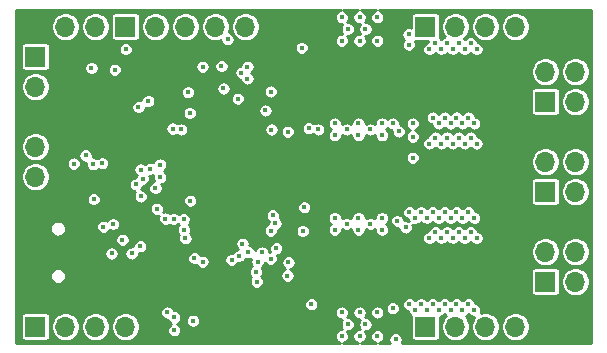
<source format=gbr>
%TF.GenerationSoftware,KiCad,Pcbnew,(5.1.12)-1*%
%TF.CreationDate,2022-04-07T02:34:00+02:00*%
%TF.ProjectId,xESC2,78455343-322e-46b6-9963-61645f706362,rev?*%
%TF.SameCoordinates,Original*%
%TF.FileFunction,Copper,L2,Inr*%
%TF.FilePolarity,Positive*%
%FSLAX46Y46*%
G04 Gerber Fmt 4.6, Leading zero omitted, Abs format (unit mm)*
G04 Created by KiCad (PCBNEW (5.1.12)-1) date 2022-04-07 02:34:00*
%MOMM*%
%LPD*%
G01*
G04 APERTURE LIST*
%TA.AperFunction,ComponentPad*%
%ADD10O,1.700000X1.700000*%
%TD*%
%TA.AperFunction,ComponentPad*%
%ADD11R,1.700000X1.700000*%
%TD*%
%TA.AperFunction,ComponentPad*%
%ADD12O,1.700000X0.850000*%
%TD*%
%TA.AperFunction,ViaPad*%
%ADD13C,0.450000*%
%TD*%
%TA.AperFunction,Conductor*%
%ADD14C,0.254000*%
%TD*%
%TA.AperFunction,Conductor*%
%ADD15C,0.100000*%
%TD*%
G04 APERTURE END LIST*
D10*
%TO.N,GND*%
%TO.C,J10*%
X276780000Y-131100000D03*
X274240000Y-131100000D03*
%TO.N,+5V*%
X271700000Y-131100000D03*
X269160000Y-131100000D03*
%TO.N,/VM*%
X266620000Y-131100000D03*
D11*
X264080000Y-131100000D03*
%TD*%
D10*
%TO.N,GND*%
%TO.C,J9*%
X276780000Y-105700000D03*
X274240000Y-105700000D03*
%TO.N,+5V*%
X271700000Y-105700000D03*
X269160000Y-105700000D03*
%TO.N,/VM*%
X266620000Y-105700000D03*
D11*
X264080000Y-105700000D03*
%TD*%
D10*
%TO.N,Net-(C26-Pad1)*%
%TO.C,J8*%
X276780000Y-109510000D03*
X274240000Y-109510000D03*
X276780000Y-112050000D03*
D11*
X274240000Y-112050000D03*
%TD*%
D10*
%TO.N,Net-(C25-Pad1)*%
%TO.C,J7*%
X276780000Y-117130000D03*
X274240000Y-117130000D03*
X276780000Y-119670000D03*
D11*
X274240000Y-119670000D03*
%TD*%
D10*
%TO.N,Net-(C24-Pad1)*%
%TO.C,J6*%
X276780000Y-124750000D03*
X274240000Y-124750000D03*
X276780000Y-127290000D03*
D11*
X274240000Y-127290000D03*
%TD*%
D10*
%TO.N,Net-(J5-Pad3)*%
%TO.C,J5*%
X236140000Y-105700000D03*
%TO.N,Net-(J5-Pad2)*%
X233600000Y-105700000D03*
D11*
%TO.N,GND*%
X231060000Y-105700000D03*
%TD*%
D10*
%TO.N,GND*%
%TO.C,J4*%
X241220000Y-131100000D03*
%TO.N,/MCU/RX_NCS_EXT*%
X238680000Y-131100000D03*
%TO.N,/MCU/SCK_EXT*%
X236140000Y-131100000D03*
%TO.N,/MCU/TX_MOSI_EXT*%
X233600000Y-131100000D03*
D11*
%TO.N,/MCU/MISO_EXT*%
X231060000Y-131100000D03*
%TD*%
D10*
%TO.N,/MCU/Reset*%
%TO.C,J3*%
X231060000Y-118400000D03*
%TO.N,/MCU/SWDIO*%
X231060000Y-115860000D03*
%TO.N,GND*%
X231060000Y-113320000D03*
%TO.N,/MCU/SWDCLK*%
X231060000Y-110780000D03*
D11*
%TO.N,+3V3*%
X231060000Y-108240000D03*
%TD*%
D12*
%TO.N,GND*%
%TO.C,J2*%
X230600000Y-127625000D03*
X230600000Y-121975000D03*
%TD*%
D10*
%TO.N,GND*%
%TO.C,J1*%
X251380000Y-105700000D03*
%TO.N,/HALL3*%
X248840000Y-105700000D03*
%TO.N,/HALL2*%
X246300000Y-105700000D03*
%TO.N,/HALL1*%
X243760000Y-105700000D03*
%TO.N,/TEMP_MOTOR*%
X241220000Y-105700000D03*
D11*
%TO.N,+5V*%
X238680000Y-105700000D03*
%TD*%
D13*
%TO.N,Net-(Q1-Pad4)*%
X261300000Y-129550000D03*
%TO.N,GND*%
X245375000Y-106825000D03*
X247525000Y-105000000D03*
X272500000Y-114000000D03*
X274500000Y-115000000D03*
X275000000Y-114500000D03*
X274000000Y-114500000D03*
X273000000Y-114500000D03*
X272000000Y-114500000D03*
X269500000Y-115000000D03*
X271000000Y-114500000D03*
X272500000Y-115000000D03*
X274500000Y-114000000D03*
X270500000Y-115000000D03*
X270000000Y-114500000D03*
X271500000Y-114000000D03*
X273500000Y-114000000D03*
X273500000Y-115000000D03*
X270500000Y-114000000D03*
X271500000Y-115000000D03*
X247200000Y-116200000D03*
X245200000Y-116200000D03*
X245200000Y-118200000D03*
X247200000Y-118200000D03*
X249000000Y-119800000D03*
X247200000Y-120200000D03*
X245200000Y-120200000D03*
X275000000Y-122500000D03*
X274000000Y-122500000D03*
X273000000Y-122500000D03*
X272000000Y-122500000D03*
X271000000Y-122500000D03*
X270000000Y-122500000D03*
X269000000Y-122500000D03*
X271500000Y-123000000D03*
X272500000Y-123000000D03*
X273500000Y-123000000D03*
X274500000Y-123000000D03*
X273500000Y-122000000D03*
X272500000Y-122000000D03*
X271500000Y-122000000D03*
X274500000Y-122000000D03*
X270500000Y-122000000D03*
X270500000Y-123000000D03*
X269500000Y-122000000D03*
X269500000Y-123000000D03*
X243350000Y-107950000D03*
X246000000Y-126500000D03*
X263300000Y-123700000D03*
X260709490Y-127400000D03*
X252050000Y-128850000D03*
X254650000Y-126900000D03*
X255050000Y-122900000D03*
X247850000Y-132350000D03*
X243750000Y-113700000D03*
X254600000Y-107400000D03*
X240000000Y-105000000D03*
X242450000Y-104900000D03*
X254000000Y-131600000D03*
X240300000Y-107500000D03*
X249550000Y-107300000D03*
X241800000Y-108000000D03*
X254300000Y-115300000D03*
X261481190Y-107081190D03*
X263625000Y-107200000D03*
X260822611Y-111744521D03*
X261556308Y-115395181D03*
X260775000Y-119425000D03*
X242600000Y-126500010D03*
X237125000Y-115425000D03*
%TO.N,Net-(Q2-Pad4)*%
X261550000Y-132175000D03*
%TO.N,Net-(Q3-Pad4)*%
X261675000Y-122150000D03*
%TO.N,Net-(Q4-Pad4)*%
X262400001Y-122700000D03*
%TO.N,Net-(Q5-Pad4)*%
X262674996Y-107250000D03*
%TO.N,Net-(Q6-Pad4)*%
X262649980Y-106349980D03*
%TO.N,/Power/LSU*%
X254400000Y-129200000D03*
X249858665Y-125606123D03*
%TO.N,/Power/LSV*%
X253800000Y-121000000D03*
X250239939Y-124817009D03*
%TO.N,/Power/LSW*%
X253600000Y-107500000D03*
X250974998Y-125349645D03*
%TO.N,/Power/VOFS*%
X242799986Y-130300000D03*
X243615510Y-122900000D03*
%TO.N,+3V3*%
X235800000Y-109199996D03*
X244400000Y-130600000D03*
X251041416Y-114410852D03*
X236000000Y-120300000D03*
X244150000Y-120450000D03*
X248290510Y-125128626D03*
X263000000Y-116799998D03*
X255000000Y-114400000D03*
X237781022Y-109356020D03*
X261825016Y-114575000D03*
X244124996Y-113010034D03*
X235925000Y-117350000D03*
X246975000Y-110931024D03*
X241625000Y-118450000D03*
X249800000Y-127299994D03*
%TO.N,+5V*%
X238700000Y-107600000D03*
X235300000Y-116599988D03*
%TO.N,/PHASE_U_RAW*%
X267200000Y-129700000D03*
X267700000Y-129200000D03*
X268200000Y-129700000D03*
X264400000Y-123600000D03*
X265400000Y-123600000D03*
X266400000Y-123600000D03*
X267400000Y-123600000D03*
X268400000Y-123600000D03*
X264900000Y-123100000D03*
X265900000Y-123100000D03*
X266900000Y-123100000D03*
X267900000Y-123100000D03*
X266700000Y-129200000D03*
X265700000Y-129200000D03*
X264700000Y-129200000D03*
X263700000Y-129200000D03*
X262700000Y-129200000D03*
X263200000Y-129700000D03*
X264200000Y-129700000D03*
X265200000Y-129700000D03*
X266200000Y-129700000D03*
%TO.N,/PHASE_V_RAW*%
X267200000Y-121900000D03*
X267700000Y-121400000D03*
X268200000Y-121900000D03*
X265700000Y-121400000D03*
X264400000Y-115600000D03*
X265400000Y-115600000D03*
X266400000Y-115600000D03*
X267400000Y-115600000D03*
X268400000Y-115600000D03*
X264900000Y-115100000D03*
X265900000Y-115100000D03*
X266900000Y-115100000D03*
X267900000Y-115100000D03*
X266700000Y-121400000D03*
X264700000Y-121400000D03*
X263700000Y-121400000D03*
X262700000Y-121400000D03*
X263200000Y-121900000D03*
X264200000Y-121900000D03*
X265200000Y-121900000D03*
X266200000Y-121900000D03*
%TO.N,/PHASE_W_RAW*%
X264400000Y-107600000D03*
X267200000Y-113900000D03*
X267700000Y-113400000D03*
X268200000Y-113900000D03*
X266700000Y-113400000D03*
X265700000Y-113400000D03*
X264700000Y-113400000D03*
X266400000Y-107600000D03*
X267400000Y-107600000D03*
X268400000Y-107600000D03*
X264900000Y-107100000D03*
X265900000Y-107100000D03*
X266900000Y-107100000D03*
X267900000Y-107100000D03*
X265200000Y-113900000D03*
X266200000Y-113900000D03*
X265400000Y-107600000D03*
%TO.N,/CUR_U*%
X239925000Y-124300000D03*
%TO.N,/CUR_V*%
X239200000Y-124900000D03*
%TO.N,/CUR_W*%
X237500000Y-124900000D03*
%TO.N,/PHASE_U_FILTERED*%
X243749998Y-123625000D03*
X252475000Y-125650000D03*
X252392339Y-126782661D03*
X250974998Y-122975000D03*
%TO.N,/PHASE_V_FILTERED*%
X253684490Y-123005611D03*
X243599989Y-121999989D03*
X251375000Y-122350000D03*
%TO.N,/PHASE_W_FILTERED*%
X250525000Y-112800000D03*
X242043877Y-121956256D03*
%TO.N,/MCU/Reset*%
X238425000Y-123750000D03*
%TO.N,/MCU/WL*%
X240788495Y-117729116D03*
%TO.N,/MCU/WH*%
X239957484Y-117800000D03*
%TO.N,/MCU/VL*%
X241597615Y-117380242D03*
%TO.N,/MCU/VH*%
X240147324Y-118595058D03*
%TO.N,/MCU/UL*%
X241209500Y-119368936D03*
%TO.N,/MCU/UH*%
X239562496Y-119062496D03*
%TO.N,/MCU/FAULT*%
X239778390Y-112516207D03*
X251434499Y-124467716D03*
%TO.N,/MCU/DRV_ENABLE*%
X240600000Y-112000000D03*
%TO.N,/MCU/DRV_MISO*%
X243400000Y-114400000D03*
%TO.N,/MCU/DRV_MOSI*%
X239975000Y-120075000D03*
%TO.N,/MCU/DRV_SCK*%
X242662500Y-114337500D03*
%TO.N,/MCU/DRV_NCS*%
X241325000Y-121125000D03*
%TO.N,/MCU/TX_MOSI_EXT*%
X242750000Y-121975000D03*
%TO.N,/MCU/CAN_TX*%
X236700000Y-117274992D03*
%TO.N,/MCU/CAN_RX*%
X234300000Y-117300000D03*
%TO.N,/MCU/SWDCLK*%
X243975000Y-111249986D03*
%TO.N,/MCU/SWDIO*%
X248200004Y-111800000D03*
%TO.N,/MCU/RX_NCS_EXT*%
X251155479Y-121665452D03*
%TO.N,/MCU/MISO_EXT*%
X244500000Y-125300006D03*
%TO.N,/MCU/SCK_EXT*%
X242800000Y-131400000D03*
X247665504Y-125448854D03*
%TO.N,/TEMP_MOTOR*%
X250975000Y-111200000D03*
X248581335Y-124078617D03*
%TO.N,/HALL1*%
X247325000Y-106775000D03*
%TO.N,Net-(J2-Pad3)*%
X245200000Y-109100000D03*
X237618806Y-122418814D03*
%TO.N,Net-(J2-Pad2)*%
X246799997Y-109045992D03*
X236800000Y-122650000D03*
%TO.N,/LED_GREEN*%
X249068234Y-124794146D03*
X249725000Y-126447987D03*
%TO.N,/VM*%
X249000000Y-109100000D03*
X249000000Y-110100000D03*
X248500000Y-109600000D03*
X258400000Y-122900000D03*
X256400000Y-121900000D03*
X260400000Y-122900000D03*
X258500000Y-131900000D03*
X260400000Y-121900000D03*
X259400000Y-122400000D03*
X257000000Y-131900000D03*
X258500000Y-129900000D03*
X257400000Y-122400000D03*
X256400000Y-122900000D03*
X258400000Y-121900000D03*
X260000000Y-131900000D03*
X260000000Y-129900000D03*
X257000000Y-129900000D03*
X257500000Y-130900000D03*
X259000000Y-130900000D03*
X256400000Y-114900000D03*
X256400000Y-113900000D03*
X257400000Y-114400000D03*
X258400000Y-113900000D03*
X258400000Y-114900000D03*
X259400000Y-114400000D03*
X260400000Y-113900000D03*
X260400000Y-114900000D03*
X257000000Y-106900000D03*
X258500000Y-104900000D03*
X258500000Y-106900000D03*
X260000000Y-106900000D03*
X260000000Y-104900000D03*
X257500000Y-105900000D03*
X259000000Y-105900000D03*
X257000000Y-104902010D03*
%TO.N,/V_M_FILTERED*%
X242200000Y-129900000D03*
X252425009Y-114600000D03*
%TO.N,/PCB_TEMP*%
X245200000Y-125600000D03*
X263000000Y-113900000D03*
X254200000Y-114300000D03*
X261299980Y-113900000D03*
X263000000Y-115025008D03*
%TD*%
D14*
%TO.N,GND*%
X256823236Y-104319298D02*
X256712951Y-104364980D01*
X256613698Y-104431299D01*
X256529289Y-104515708D01*
X256462970Y-104614961D01*
X256417288Y-104725246D01*
X256394000Y-104842324D01*
X256394000Y-104961696D01*
X256417288Y-105078774D01*
X256462970Y-105189059D01*
X256529289Y-105288312D01*
X256613698Y-105372721D01*
X256712951Y-105439040D01*
X256823236Y-105484722D01*
X256940314Y-105508010D01*
X257034977Y-105508010D01*
X257029289Y-105513698D01*
X256962970Y-105612951D01*
X256917288Y-105723236D01*
X256894000Y-105840314D01*
X256894000Y-105959686D01*
X256917288Y-106076764D01*
X256962970Y-106187049D01*
X257029289Y-106286302D01*
X257036987Y-106294000D01*
X256940314Y-106294000D01*
X256823236Y-106317288D01*
X256712951Y-106362970D01*
X256613698Y-106429289D01*
X256529289Y-106513698D01*
X256462970Y-106612951D01*
X256417288Y-106723236D01*
X256394000Y-106840314D01*
X256394000Y-106959686D01*
X256417288Y-107076764D01*
X256462970Y-107187049D01*
X256529289Y-107286302D01*
X256613698Y-107370711D01*
X256712951Y-107437030D01*
X256823236Y-107482712D01*
X256940314Y-107506000D01*
X257059686Y-107506000D01*
X257176764Y-107482712D01*
X257287049Y-107437030D01*
X257386302Y-107370711D01*
X257470711Y-107286302D01*
X257537030Y-107187049D01*
X257582712Y-107076764D01*
X257606000Y-106959686D01*
X257606000Y-106840314D01*
X257582712Y-106723236D01*
X257537030Y-106612951D01*
X257470711Y-106513698D01*
X257463013Y-106506000D01*
X257559686Y-106506000D01*
X257676764Y-106482712D01*
X257787049Y-106437030D01*
X257886302Y-106370711D01*
X257970711Y-106286302D01*
X258037030Y-106187049D01*
X258082712Y-106076764D01*
X258106000Y-105959686D01*
X258106000Y-105840314D01*
X258082712Y-105723236D01*
X258037030Y-105612951D01*
X257970711Y-105513698D01*
X257886302Y-105429289D01*
X257787049Y-105362970D01*
X257676764Y-105317288D01*
X257559686Y-105294000D01*
X257465023Y-105294000D01*
X257470711Y-105288312D01*
X257537030Y-105189059D01*
X257582712Y-105078774D01*
X257606000Y-104961696D01*
X257606000Y-104842324D01*
X257582712Y-104725246D01*
X257537030Y-104614961D01*
X257470711Y-104515708D01*
X257386302Y-104431299D01*
X257287049Y-104364980D01*
X257176764Y-104319298D01*
X257109910Y-104306000D01*
X258379985Y-104306000D01*
X258323236Y-104317288D01*
X258212951Y-104362970D01*
X258113698Y-104429289D01*
X258029289Y-104513698D01*
X257962970Y-104612951D01*
X257917288Y-104723236D01*
X257894000Y-104840314D01*
X257894000Y-104959686D01*
X257917288Y-105076764D01*
X257962970Y-105187049D01*
X258029289Y-105286302D01*
X258113698Y-105370711D01*
X258212951Y-105437030D01*
X258323236Y-105482712D01*
X258440314Y-105506000D01*
X258536987Y-105506000D01*
X258529289Y-105513698D01*
X258462970Y-105612951D01*
X258417288Y-105723236D01*
X258394000Y-105840314D01*
X258394000Y-105959686D01*
X258417288Y-106076764D01*
X258462970Y-106187049D01*
X258529289Y-106286302D01*
X258536987Y-106294000D01*
X258440314Y-106294000D01*
X258323236Y-106317288D01*
X258212951Y-106362970D01*
X258113698Y-106429289D01*
X258029289Y-106513698D01*
X257962970Y-106612951D01*
X257917288Y-106723236D01*
X257894000Y-106840314D01*
X257894000Y-106959686D01*
X257917288Y-107076764D01*
X257962970Y-107187049D01*
X258029289Y-107286302D01*
X258113698Y-107370711D01*
X258212951Y-107437030D01*
X258323236Y-107482712D01*
X258440314Y-107506000D01*
X258559686Y-107506000D01*
X258676764Y-107482712D01*
X258787049Y-107437030D01*
X258886302Y-107370711D01*
X258970711Y-107286302D01*
X259037030Y-107187049D01*
X259082712Y-107076764D01*
X259106000Y-106959686D01*
X259106000Y-106840314D01*
X259394000Y-106840314D01*
X259394000Y-106959686D01*
X259417288Y-107076764D01*
X259462970Y-107187049D01*
X259529289Y-107286302D01*
X259613698Y-107370711D01*
X259712951Y-107437030D01*
X259823236Y-107482712D01*
X259940314Y-107506000D01*
X260059686Y-107506000D01*
X260176764Y-107482712D01*
X260287049Y-107437030D01*
X260386302Y-107370711D01*
X260470711Y-107286302D01*
X260537030Y-107187049D01*
X260582712Y-107076764D01*
X260606000Y-106959686D01*
X260606000Y-106840314D01*
X260582712Y-106723236D01*
X260537030Y-106612951D01*
X260470711Y-106513698D01*
X260386302Y-106429289D01*
X260287049Y-106362970D01*
X260176764Y-106317288D01*
X260059686Y-106294000D01*
X259940314Y-106294000D01*
X259823236Y-106317288D01*
X259712951Y-106362970D01*
X259613698Y-106429289D01*
X259529289Y-106513698D01*
X259462970Y-106612951D01*
X259417288Y-106723236D01*
X259394000Y-106840314D01*
X259106000Y-106840314D01*
X259082712Y-106723236D01*
X259037030Y-106612951D01*
X258970711Y-106513698D01*
X258963013Y-106506000D01*
X259059686Y-106506000D01*
X259176764Y-106482712D01*
X259287049Y-106437030D01*
X259386302Y-106370711D01*
X259466719Y-106290294D01*
X262043980Y-106290294D01*
X262043980Y-106409666D01*
X262067268Y-106526744D01*
X262112950Y-106637029D01*
X262179269Y-106736282D01*
X262255485Y-106812498D01*
X262204285Y-106863698D01*
X262137966Y-106962951D01*
X262092284Y-107073236D01*
X262068996Y-107190314D01*
X262068996Y-107309686D01*
X262092284Y-107426764D01*
X262137966Y-107537049D01*
X262204285Y-107636302D01*
X262288694Y-107720711D01*
X262387947Y-107787030D01*
X262498232Y-107832712D01*
X262615310Y-107856000D01*
X262734682Y-107856000D01*
X262851760Y-107832712D01*
X262962045Y-107787030D01*
X263061298Y-107720711D01*
X263145707Y-107636302D01*
X263212026Y-107537049D01*
X263257708Y-107426764D01*
X263280996Y-107309686D01*
X263280996Y-107190314D01*
X263257708Y-107073236D01*
X263212026Y-106962951D01*
X263189225Y-106928827D01*
X263230000Y-106932843D01*
X264315377Y-106932843D01*
X264301684Y-107001684D01*
X264223236Y-107017288D01*
X264112951Y-107062970D01*
X264013698Y-107129289D01*
X263929289Y-107213698D01*
X263862970Y-107312951D01*
X263817288Y-107423236D01*
X263794000Y-107540314D01*
X263794000Y-107659686D01*
X263817288Y-107776764D01*
X263862970Y-107887049D01*
X263929289Y-107986302D01*
X264013698Y-108070711D01*
X264112951Y-108137030D01*
X264223236Y-108182712D01*
X264340314Y-108206000D01*
X264459686Y-108206000D01*
X264576764Y-108182712D01*
X264687049Y-108137030D01*
X264786302Y-108070711D01*
X264870711Y-107986302D01*
X264900000Y-107942468D01*
X264929289Y-107986302D01*
X265013698Y-108070711D01*
X265112951Y-108137030D01*
X265223236Y-108182712D01*
X265340314Y-108206000D01*
X265459686Y-108206000D01*
X265576764Y-108182712D01*
X265687049Y-108137030D01*
X265786302Y-108070711D01*
X265870711Y-107986302D01*
X265900000Y-107942468D01*
X265929289Y-107986302D01*
X266013698Y-108070711D01*
X266112951Y-108137030D01*
X266223236Y-108182712D01*
X266340314Y-108206000D01*
X266459686Y-108206000D01*
X266576764Y-108182712D01*
X266687049Y-108137030D01*
X266786302Y-108070711D01*
X266870711Y-107986302D01*
X266900000Y-107942468D01*
X266929289Y-107986302D01*
X267013698Y-108070711D01*
X267112951Y-108137030D01*
X267223236Y-108182712D01*
X267340314Y-108206000D01*
X267459686Y-108206000D01*
X267576764Y-108182712D01*
X267687049Y-108137030D01*
X267786302Y-108070711D01*
X267870711Y-107986302D01*
X267900000Y-107942468D01*
X267929289Y-107986302D01*
X268013698Y-108070711D01*
X268112951Y-108137030D01*
X268223236Y-108182712D01*
X268340314Y-108206000D01*
X268459686Y-108206000D01*
X268576764Y-108182712D01*
X268687049Y-108137030D01*
X268786302Y-108070711D01*
X268870711Y-107986302D01*
X268937030Y-107887049D01*
X268982712Y-107776764D01*
X269006000Y-107659686D01*
X269006000Y-107540314D01*
X268982712Y-107423236D01*
X268937030Y-107312951D01*
X268870711Y-107213698D01*
X268786302Y-107129289D01*
X268687049Y-107062970D01*
X268576764Y-107017288D01*
X268498316Y-107001684D01*
X268482712Y-106923236D01*
X268437030Y-106812951D01*
X268370711Y-106713698D01*
X268286302Y-106629289D01*
X268187049Y-106562970D01*
X268076764Y-106517288D01*
X267959686Y-106494000D01*
X267840314Y-106494000D01*
X267723236Y-106517288D01*
X267612951Y-106562970D01*
X267513698Y-106629289D01*
X267429289Y-106713698D01*
X267400000Y-106757532D01*
X267370711Y-106713698D01*
X267349852Y-106692839D01*
X267404717Y-106656180D01*
X267576180Y-106484717D01*
X267710898Y-106283097D01*
X267803693Y-106059069D01*
X267851000Y-105821243D01*
X267851000Y-105578757D01*
X267929000Y-105578757D01*
X267929000Y-105821243D01*
X267976307Y-106059069D01*
X268069102Y-106283097D01*
X268203820Y-106484717D01*
X268375283Y-106656180D01*
X268576903Y-106790898D01*
X268800931Y-106883693D01*
X269038757Y-106931000D01*
X269281243Y-106931000D01*
X269519069Y-106883693D01*
X269743097Y-106790898D01*
X269944717Y-106656180D01*
X270116180Y-106484717D01*
X270250898Y-106283097D01*
X270343693Y-106059069D01*
X270391000Y-105821243D01*
X270391000Y-105578757D01*
X270469000Y-105578757D01*
X270469000Y-105821243D01*
X270516307Y-106059069D01*
X270609102Y-106283097D01*
X270743820Y-106484717D01*
X270915283Y-106656180D01*
X271116903Y-106790898D01*
X271340931Y-106883693D01*
X271578757Y-106931000D01*
X271821243Y-106931000D01*
X272059069Y-106883693D01*
X272283097Y-106790898D01*
X272484717Y-106656180D01*
X272656180Y-106484717D01*
X272790898Y-106283097D01*
X272883693Y-106059069D01*
X272931000Y-105821243D01*
X272931000Y-105578757D01*
X272883693Y-105340931D01*
X272790898Y-105116903D01*
X272656180Y-104915283D01*
X272484717Y-104743820D01*
X272283097Y-104609102D01*
X272059069Y-104516307D01*
X271821243Y-104469000D01*
X271578757Y-104469000D01*
X271340931Y-104516307D01*
X271116903Y-104609102D01*
X270915283Y-104743820D01*
X270743820Y-104915283D01*
X270609102Y-105116903D01*
X270516307Y-105340931D01*
X270469000Y-105578757D01*
X270391000Y-105578757D01*
X270343693Y-105340931D01*
X270250898Y-105116903D01*
X270116180Y-104915283D01*
X269944717Y-104743820D01*
X269743097Y-104609102D01*
X269519069Y-104516307D01*
X269281243Y-104469000D01*
X269038757Y-104469000D01*
X268800931Y-104516307D01*
X268576903Y-104609102D01*
X268375283Y-104743820D01*
X268203820Y-104915283D01*
X268069102Y-105116903D01*
X267976307Y-105340931D01*
X267929000Y-105578757D01*
X267851000Y-105578757D01*
X267803693Y-105340931D01*
X267710898Y-105116903D01*
X267576180Y-104915283D01*
X267404717Y-104743820D01*
X267203097Y-104609102D01*
X266979069Y-104516307D01*
X266741243Y-104469000D01*
X266498757Y-104469000D01*
X266260931Y-104516307D01*
X266036903Y-104609102D01*
X265835283Y-104743820D01*
X265663820Y-104915283D01*
X265529102Y-105116903D01*
X265436307Y-105340931D01*
X265389000Y-105578757D01*
X265389000Y-105821243D01*
X265436307Y-106059069D01*
X265529102Y-106283097D01*
X265663820Y-106484717D01*
X265704254Y-106525151D01*
X265612951Y-106562970D01*
X265513698Y-106629289D01*
X265429289Y-106713698D01*
X265400000Y-106757532D01*
X265370711Y-106713698D01*
X265299951Y-106642938D01*
X265305487Y-106624689D01*
X265312843Y-106550000D01*
X265312843Y-104850000D01*
X265305487Y-104775311D01*
X265283701Y-104703492D01*
X265248322Y-104637304D01*
X265200711Y-104579289D01*
X265142696Y-104531678D01*
X265076508Y-104496299D01*
X265004689Y-104474513D01*
X264930000Y-104467157D01*
X263230000Y-104467157D01*
X263155311Y-104474513D01*
X263083492Y-104496299D01*
X263017304Y-104531678D01*
X262959289Y-104579289D01*
X262911678Y-104637304D01*
X262876299Y-104703492D01*
X262854513Y-104775311D01*
X262847157Y-104850000D01*
X262847157Y-105775723D01*
X262826744Y-105767268D01*
X262709666Y-105743980D01*
X262590294Y-105743980D01*
X262473216Y-105767268D01*
X262362931Y-105812950D01*
X262263678Y-105879269D01*
X262179269Y-105963678D01*
X262112950Y-106062931D01*
X262067268Y-106173216D01*
X262043980Y-106290294D01*
X259466719Y-106290294D01*
X259470711Y-106286302D01*
X259537030Y-106187049D01*
X259582712Y-106076764D01*
X259606000Y-105959686D01*
X259606000Y-105840314D01*
X259582712Y-105723236D01*
X259537030Y-105612951D01*
X259470711Y-105513698D01*
X259386302Y-105429289D01*
X259287049Y-105362970D01*
X259176764Y-105317288D01*
X259059686Y-105294000D01*
X258963013Y-105294000D01*
X258970711Y-105286302D01*
X259037030Y-105187049D01*
X259082712Y-105076764D01*
X259106000Y-104959686D01*
X259106000Y-104840314D01*
X259082712Y-104723236D01*
X259037030Y-104612951D01*
X258970711Y-104513698D01*
X258886302Y-104429289D01*
X258787049Y-104362970D01*
X258676764Y-104317288D01*
X258620015Y-104306000D01*
X259879985Y-104306000D01*
X259823236Y-104317288D01*
X259712951Y-104362970D01*
X259613698Y-104429289D01*
X259529289Y-104513698D01*
X259462970Y-104612951D01*
X259417288Y-104723236D01*
X259394000Y-104840314D01*
X259394000Y-104959686D01*
X259417288Y-105076764D01*
X259462970Y-105187049D01*
X259529289Y-105286302D01*
X259613698Y-105370711D01*
X259712951Y-105437030D01*
X259823236Y-105482712D01*
X259940314Y-105506000D01*
X260059686Y-105506000D01*
X260176764Y-105482712D01*
X260287049Y-105437030D01*
X260386302Y-105370711D01*
X260470711Y-105286302D01*
X260537030Y-105187049D01*
X260582712Y-105076764D01*
X260606000Y-104959686D01*
X260606000Y-104840314D01*
X260582712Y-104723236D01*
X260537030Y-104612951D01*
X260470711Y-104513698D01*
X260386302Y-104429289D01*
X260287049Y-104362970D01*
X260176764Y-104317288D01*
X260120015Y-104306000D01*
X278094000Y-104306000D01*
X278094001Y-132494000D01*
X262065681Y-132494000D01*
X262087030Y-132462049D01*
X262132712Y-132351764D01*
X262156000Y-132234686D01*
X262156000Y-132115314D01*
X262132712Y-131998236D01*
X262087030Y-131887951D01*
X262020711Y-131788698D01*
X261936302Y-131704289D01*
X261837049Y-131637970D01*
X261726764Y-131592288D01*
X261609686Y-131569000D01*
X261490314Y-131569000D01*
X261373236Y-131592288D01*
X261262951Y-131637970D01*
X261163698Y-131704289D01*
X261079289Y-131788698D01*
X261012970Y-131887951D01*
X260967288Y-131998236D01*
X260944000Y-132115314D01*
X260944000Y-132234686D01*
X260967288Y-132351764D01*
X261012970Y-132462049D01*
X261034319Y-132494000D01*
X260120015Y-132494000D01*
X260176764Y-132482712D01*
X260287049Y-132437030D01*
X260386302Y-132370711D01*
X260470711Y-132286302D01*
X260537030Y-132187049D01*
X260582712Y-132076764D01*
X260606000Y-131959686D01*
X260606000Y-131840314D01*
X260582712Y-131723236D01*
X260537030Y-131612951D01*
X260470711Y-131513698D01*
X260386302Y-131429289D01*
X260287049Y-131362970D01*
X260176764Y-131317288D01*
X260059686Y-131294000D01*
X259940314Y-131294000D01*
X259823236Y-131317288D01*
X259712951Y-131362970D01*
X259613698Y-131429289D01*
X259529289Y-131513698D01*
X259462970Y-131612951D01*
X259417288Y-131723236D01*
X259394000Y-131840314D01*
X259394000Y-131959686D01*
X259417288Y-132076764D01*
X259462970Y-132187049D01*
X259529289Y-132286302D01*
X259613698Y-132370711D01*
X259712951Y-132437030D01*
X259823236Y-132482712D01*
X259879985Y-132494000D01*
X258620015Y-132494000D01*
X258676764Y-132482712D01*
X258787049Y-132437030D01*
X258886302Y-132370711D01*
X258970711Y-132286302D01*
X259037030Y-132187049D01*
X259082712Y-132076764D01*
X259106000Y-131959686D01*
X259106000Y-131840314D01*
X259082712Y-131723236D01*
X259037030Y-131612951D01*
X258970711Y-131513698D01*
X258963013Y-131506000D01*
X259059686Y-131506000D01*
X259176764Y-131482712D01*
X259287049Y-131437030D01*
X259386302Y-131370711D01*
X259470711Y-131286302D01*
X259537030Y-131187049D01*
X259582712Y-131076764D01*
X259606000Y-130959686D01*
X259606000Y-130840314D01*
X259582712Y-130723236D01*
X259537030Y-130612951D01*
X259470711Y-130513698D01*
X259386302Y-130429289D01*
X259287049Y-130362970D01*
X259176764Y-130317288D01*
X259059686Y-130294000D01*
X258963013Y-130294000D01*
X258970711Y-130286302D01*
X259037030Y-130187049D01*
X259082712Y-130076764D01*
X259106000Y-129959686D01*
X259106000Y-129840314D01*
X259394000Y-129840314D01*
X259394000Y-129959686D01*
X259417288Y-130076764D01*
X259462970Y-130187049D01*
X259529289Y-130286302D01*
X259613698Y-130370711D01*
X259712951Y-130437030D01*
X259823236Y-130482712D01*
X259940314Y-130506000D01*
X260059686Y-130506000D01*
X260176764Y-130482712D01*
X260287049Y-130437030D01*
X260386302Y-130370711D01*
X260470711Y-130286302D01*
X260537030Y-130187049D01*
X260582712Y-130076764D01*
X260606000Y-129959686D01*
X260606000Y-129840314D01*
X260582712Y-129723236D01*
X260537030Y-129612951D01*
X260470711Y-129513698D01*
X260447327Y-129490314D01*
X260694000Y-129490314D01*
X260694000Y-129609686D01*
X260717288Y-129726764D01*
X260762970Y-129837049D01*
X260829289Y-129936302D01*
X260913698Y-130020711D01*
X261012951Y-130087030D01*
X261123236Y-130132712D01*
X261240314Y-130156000D01*
X261359686Y-130156000D01*
X261476764Y-130132712D01*
X261587049Y-130087030D01*
X261686302Y-130020711D01*
X261770711Y-129936302D01*
X261837030Y-129837049D01*
X261882712Y-129726764D01*
X261906000Y-129609686D01*
X261906000Y-129490314D01*
X261882712Y-129373236D01*
X261837030Y-129262951D01*
X261770711Y-129163698D01*
X261747327Y-129140314D01*
X262094000Y-129140314D01*
X262094000Y-129259686D01*
X262117288Y-129376764D01*
X262162970Y-129487049D01*
X262229289Y-129586302D01*
X262313698Y-129670711D01*
X262412951Y-129737030D01*
X262523236Y-129782712D01*
X262601684Y-129798316D01*
X262617288Y-129876764D01*
X262662970Y-129987049D01*
X262729289Y-130086302D01*
X262813698Y-130170711D01*
X262852418Y-130196583D01*
X262847157Y-130250000D01*
X262847157Y-131950000D01*
X262854513Y-132024689D01*
X262876299Y-132096508D01*
X262911678Y-132162696D01*
X262959289Y-132220711D01*
X263017304Y-132268322D01*
X263083492Y-132303701D01*
X263155311Y-132325487D01*
X263230000Y-132332843D01*
X264930000Y-132332843D01*
X265004689Y-132325487D01*
X265076508Y-132303701D01*
X265142696Y-132268322D01*
X265200711Y-132220711D01*
X265248322Y-132162696D01*
X265283701Y-132096508D01*
X265305487Y-132024689D01*
X265312843Y-131950000D01*
X265312843Y-130295427D01*
X265376764Y-130282712D01*
X265487049Y-130237030D01*
X265586302Y-130170711D01*
X265670711Y-130086302D01*
X265700000Y-130042468D01*
X265729289Y-130086302D01*
X265811045Y-130168058D01*
X265663820Y-130315283D01*
X265529102Y-130516903D01*
X265436307Y-130740931D01*
X265389000Y-130978757D01*
X265389000Y-131221243D01*
X265436307Y-131459069D01*
X265529102Y-131683097D01*
X265663820Y-131884717D01*
X265835283Y-132056180D01*
X266036903Y-132190898D01*
X266260931Y-132283693D01*
X266498757Y-132331000D01*
X266741243Y-132331000D01*
X266979069Y-132283693D01*
X267203097Y-132190898D01*
X267404717Y-132056180D01*
X267576180Y-131884717D01*
X267710898Y-131683097D01*
X267803693Y-131459069D01*
X267851000Y-131221243D01*
X267851000Y-130978757D01*
X267803693Y-130740931D01*
X267710898Y-130516903D01*
X267576180Y-130315283D01*
X267493570Y-130232673D01*
X267586302Y-130170711D01*
X267670711Y-130086302D01*
X267700000Y-130042468D01*
X267729289Y-130086302D01*
X267813698Y-130170711D01*
X267912951Y-130237030D01*
X268023236Y-130282712D01*
X268140314Y-130306000D01*
X268213103Y-130306000D01*
X268203820Y-130315283D01*
X268069102Y-130516903D01*
X267976307Y-130740931D01*
X267929000Y-130978757D01*
X267929000Y-131221243D01*
X267976307Y-131459069D01*
X268069102Y-131683097D01*
X268203820Y-131884717D01*
X268375283Y-132056180D01*
X268576903Y-132190898D01*
X268800931Y-132283693D01*
X269038757Y-132331000D01*
X269281243Y-132331000D01*
X269519069Y-132283693D01*
X269743097Y-132190898D01*
X269944717Y-132056180D01*
X270116180Y-131884717D01*
X270250898Y-131683097D01*
X270343693Y-131459069D01*
X270391000Y-131221243D01*
X270391000Y-130978757D01*
X270469000Y-130978757D01*
X270469000Y-131221243D01*
X270516307Y-131459069D01*
X270609102Y-131683097D01*
X270743820Y-131884717D01*
X270915283Y-132056180D01*
X271116903Y-132190898D01*
X271340931Y-132283693D01*
X271578757Y-132331000D01*
X271821243Y-132331000D01*
X272059069Y-132283693D01*
X272283097Y-132190898D01*
X272484717Y-132056180D01*
X272656180Y-131884717D01*
X272790898Y-131683097D01*
X272883693Y-131459069D01*
X272931000Y-131221243D01*
X272931000Y-130978757D01*
X272883693Y-130740931D01*
X272790898Y-130516903D01*
X272656180Y-130315283D01*
X272484717Y-130143820D01*
X272283097Y-130009102D01*
X272059069Y-129916307D01*
X271821243Y-129869000D01*
X271578757Y-129869000D01*
X271340931Y-129916307D01*
X271116903Y-130009102D01*
X270915283Y-130143820D01*
X270743820Y-130315283D01*
X270609102Y-130516903D01*
X270516307Y-130740931D01*
X270469000Y-130978757D01*
X270391000Y-130978757D01*
X270343693Y-130740931D01*
X270250898Y-130516903D01*
X270116180Y-130315283D01*
X269944717Y-130143820D01*
X269743097Y-130009102D01*
X269519069Y-129916307D01*
X269281243Y-129869000D01*
X269038757Y-129869000D01*
X268800931Y-129916307D01*
X268759167Y-129933606D01*
X268782712Y-129876764D01*
X268806000Y-129759686D01*
X268806000Y-129640314D01*
X268782712Y-129523236D01*
X268737030Y-129412951D01*
X268670711Y-129313698D01*
X268586302Y-129229289D01*
X268487049Y-129162970D01*
X268376764Y-129117288D01*
X268298316Y-129101684D01*
X268282712Y-129023236D01*
X268237030Y-128912951D01*
X268170711Y-128813698D01*
X268086302Y-128729289D01*
X267987049Y-128662970D01*
X267876764Y-128617288D01*
X267759686Y-128594000D01*
X267640314Y-128594000D01*
X267523236Y-128617288D01*
X267412951Y-128662970D01*
X267313698Y-128729289D01*
X267229289Y-128813698D01*
X267200000Y-128857532D01*
X267170711Y-128813698D01*
X267086302Y-128729289D01*
X266987049Y-128662970D01*
X266876764Y-128617288D01*
X266759686Y-128594000D01*
X266640314Y-128594000D01*
X266523236Y-128617288D01*
X266412951Y-128662970D01*
X266313698Y-128729289D01*
X266229289Y-128813698D01*
X266200000Y-128857532D01*
X266170711Y-128813698D01*
X266086302Y-128729289D01*
X265987049Y-128662970D01*
X265876764Y-128617288D01*
X265759686Y-128594000D01*
X265640314Y-128594000D01*
X265523236Y-128617288D01*
X265412951Y-128662970D01*
X265313698Y-128729289D01*
X265229289Y-128813698D01*
X265200000Y-128857532D01*
X265170711Y-128813698D01*
X265086302Y-128729289D01*
X264987049Y-128662970D01*
X264876764Y-128617288D01*
X264759686Y-128594000D01*
X264640314Y-128594000D01*
X264523236Y-128617288D01*
X264412951Y-128662970D01*
X264313698Y-128729289D01*
X264229289Y-128813698D01*
X264200000Y-128857532D01*
X264170711Y-128813698D01*
X264086302Y-128729289D01*
X263987049Y-128662970D01*
X263876764Y-128617288D01*
X263759686Y-128594000D01*
X263640314Y-128594000D01*
X263523236Y-128617288D01*
X263412951Y-128662970D01*
X263313698Y-128729289D01*
X263229289Y-128813698D01*
X263200000Y-128857532D01*
X263170711Y-128813698D01*
X263086302Y-128729289D01*
X262987049Y-128662970D01*
X262876764Y-128617288D01*
X262759686Y-128594000D01*
X262640314Y-128594000D01*
X262523236Y-128617288D01*
X262412951Y-128662970D01*
X262313698Y-128729289D01*
X262229289Y-128813698D01*
X262162970Y-128912951D01*
X262117288Y-129023236D01*
X262094000Y-129140314D01*
X261747327Y-129140314D01*
X261686302Y-129079289D01*
X261587049Y-129012970D01*
X261476764Y-128967288D01*
X261359686Y-128944000D01*
X261240314Y-128944000D01*
X261123236Y-128967288D01*
X261012951Y-129012970D01*
X260913698Y-129079289D01*
X260829289Y-129163698D01*
X260762970Y-129262951D01*
X260717288Y-129373236D01*
X260694000Y-129490314D01*
X260447327Y-129490314D01*
X260386302Y-129429289D01*
X260287049Y-129362970D01*
X260176764Y-129317288D01*
X260059686Y-129294000D01*
X259940314Y-129294000D01*
X259823236Y-129317288D01*
X259712951Y-129362970D01*
X259613698Y-129429289D01*
X259529289Y-129513698D01*
X259462970Y-129612951D01*
X259417288Y-129723236D01*
X259394000Y-129840314D01*
X259106000Y-129840314D01*
X259082712Y-129723236D01*
X259037030Y-129612951D01*
X258970711Y-129513698D01*
X258886302Y-129429289D01*
X258787049Y-129362970D01*
X258676764Y-129317288D01*
X258559686Y-129294000D01*
X258440314Y-129294000D01*
X258323236Y-129317288D01*
X258212951Y-129362970D01*
X258113698Y-129429289D01*
X258029289Y-129513698D01*
X257962970Y-129612951D01*
X257917288Y-129723236D01*
X257894000Y-129840314D01*
X257894000Y-129959686D01*
X257917288Y-130076764D01*
X257962970Y-130187049D01*
X258029289Y-130286302D01*
X258113698Y-130370711D01*
X258212951Y-130437030D01*
X258323236Y-130482712D01*
X258440314Y-130506000D01*
X258536987Y-130506000D01*
X258529289Y-130513698D01*
X258462970Y-130612951D01*
X258417288Y-130723236D01*
X258394000Y-130840314D01*
X258394000Y-130959686D01*
X258417288Y-131076764D01*
X258462970Y-131187049D01*
X258529289Y-131286302D01*
X258536987Y-131294000D01*
X258440314Y-131294000D01*
X258323236Y-131317288D01*
X258212951Y-131362970D01*
X258113698Y-131429289D01*
X258029289Y-131513698D01*
X257962970Y-131612951D01*
X257917288Y-131723236D01*
X257894000Y-131840314D01*
X257894000Y-131959686D01*
X257917288Y-132076764D01*
X257962970Y-132187049D01*
X258029289Y-132286302D01*
X258113698Y-132370711D01*
X258212951Y-132437030D01*
X258323236Y-132482712D01*
X258379985Y-132494000D01*
X257120015Y-132494000D01*
X257176764Y-132482712D01*
X257287049Y-132437030D01*
X257386302Y-132370711D01*
X257470711Y-132286302D01*
X257537030Y-132187049D01*
X257582712Y-132076764D01*
X257606000Y-131959686D01*
X257606000Y-131840314D01*
X257582712Y-131723236D01*
X257537030Y-131612951D01*
X257470711Y-131513698D01*
X257463013Y-131506000D01*
X257559686Y-131506000D01*
X257676764Y-131482712D01*
X257787049Y-131437030D01*
X257886302Y-131370711D01*
X257970711Y-131286302D01*
X258037030Y-131187049D01*
X258082712Y-131076764D01*
X258106000Y-130959686D01*
X258106000Y-130840314D01*
X258082712Y-130723236D01*
X258037030Y-130612951D01*
X257970711Y-130513698D01*
X257886302Y-130429289D01*
X257787049Y-130362970D01*
X257676764Y-130317288D01*
X257559686Y-130294000D01*
X257463013Y-130294000D01*
X257470711Y-130286302D01*
X257537030Y-130187049D01*
X257582712Y-130076764D01*
X257606000Y-129959686D01*
X257606000Y-129840314D01*
X257582712Y-129723236D01*
X257537030Y-129612951D01*
X257470711Y-129513698D01*
X257386302Y-129429289D01*
X257287049Y-129362970D01*
X257176764Y-129317288D01*
X257059686Y-129294000D01*
X256940314Y-129294000D01*
X256823236Y-129317288D01*
X256712951Y-129362970D01*
X256613698Y-129429289D01*
X256529289Y-129513698D01*
X256462970Y-129612951D01*
X256417288Y-129723236D01*
X256394000Y-129840314D01*
X256394000Y-129959686D01*
X256417288Y-130076764D01*
X256462970Y-130187049D01*
X256529289Y-130286302D01*
X256613698Y-130370711D01*
X256712951Y-130437030D01*
X256823236Y-130482712D01*
X256940314Y-130506000D01*
X257036987Y-130506000D01*
X257029289Y-130513698D01*
X256962970Y-130612951D01*
X256917288Y-130723236D01*
X256894000Y-130840314D01*
X256894000Y-130959686D01*
X256917288Y-131076764D01*
X256962970Y-131187049D01*
X257029289Y-131286302D01*
X257036987Y-131294000D01*
X256940314Y-131294000D01*
X256823236Y-131317288D01*
X256712951Y-131362970D01*
X256613698Y-131429289D01*
X256529289Y-131513698D01*
X256462970Y-131612951D01*
X256417288Y-131723236D01*
X256394000Y-131840314D01*
X256394000Y-131959686D01*
X256417288Y-132076764D01*
X256462970Y-132187049D01*
X256529289Y-132286302D01*
X256613698Y-132370711D01*
X256712951Y-132437030D01*
X256823236Y-132482712D01*
X256879985Y-132494000D01*
X229406000Y-132494000D01*
X229406000Y-130250000D01*
X229827157Y-130250000D01*
X229827157Y-131950000D01*
X229834513Y-132024689D01*
X229856299Y-132096508D01*
X229891678Y-132162696D01*
X229939289Y-132220711D01*
X229997304Y-132268322D01*
X230063492Y-132303701D01*
X230135311Y-132325487D01*
X230210000Y-132332843D01*
X231910000Y-132332843D01*
X231984689Y-132325487D01*
X232056508Y-132303701D01*
X232122696Y-132268322D01*
X232180711Y-132220711D01*
X232228322Y-132162696D01*
X232263701Y-132096508D01*
X232285487Y-132024689D01*
X232292843Y-131950000D01*
X232292843Y-130978757D01*
X232369000Y-130978757D01*
X232369000Y-131221243D01*
X232416307Y-131459069D01*
X232509102Y-131683097D01*
X232643820Y-131884717D01*
X232815283Y-132056180D01*
X233016903Y-132190898D01*
X233240931Y-132283693D01*
X233478757Y-132331000D01*
X233721243Y-132331000D01*
X233959069Y-132283693D01*
X234183097Y-132190898D01*
X234384717Y-132056180D01*
X234556180Y-131884717D01*
X234690898Y-131683097D01*
X234783693Y-131459069D01*
X234831000Y-131221243D01*
X234831000Y-130978757D01*
X234909000Y-130978757D01*
X234909000Y-131221243D01*
X234956307Y-131459069D01*
X235049102Y-131683097D01*
X235183820Y-131884717D01*
X235355283Y-132056180D01*
X235556903Y-132190898D01*
X235780931Y-132283693D01*
X236018757Y-132331000D01*
X236261243Y-132331000D01*
X236499069Y-132283693D01*
X236723097Y-132190898D01*
X236924717Y-132056180D01*
X237096180Y-131884717D01*
X237230898Y-131683097D01*
X237323693Y-131459069D01*
X237371000Y-131221243D01*
X237371000Y-130978757D01*
X237449000Y-130978757D01*
X237449000Y-131221243D01*
X237496307Y-131459069D01*
X237589102Y-131683097D01*
X237723820Y-131884717D01*
X237895283Y-132056180D01*
X238096903Y-132190898D01*
X238320931Y-132283693D01*
X238558757Y-132331000D01*
X238801243Y-132331000D01*
X239039069Y-132283693D01*
X239263097Y-132190898D01*
X239464717Y-132056180D01*
X239636180Y-131884717D01*
X239770898Y-131683097D01*
X239863693Y-131459069D01*
X239911000Y-131221243D01*
X239911000Y-130978757D01*
X239863693Y-130740931D01*
X239770898Y-130516903D01*
X239636180Y-130315283D01*
X239464717Y-130143820D01*
X239263097Y-130009102D01*
X239039069Y-129916307D01*
X238801243Y-129869000D01*
X238558757Y-129869000D01*
X238320931Y-129916307D01*
X238096903Y-130009102D01*
X237895283Y-130143820D01*
X237723820Y-130315283D01*
X237589102Y-130516903D01*
X237496307Y-130740931D01*
X237449000Y-130978757D01*
X237371000Y-130978757D01*
X237323693Y-130740931D01*
X237230898Y-130516903D01*
X237096180Y-130315283D01*
X236924717Y-130143820D01*
X236723097Y-130009102D01*
X236499069Y-129916307D01*
X236261243Y-129869000D01*
X236018757Y-129869000D01*
X235780931Y-129916307D01*
X235556903Y-130009102D01*
X235355283Y-130143820D01*
X235183820Y-130315283D01*
X235049102Y-130516903D01*
X234956307Y-130740931D01*
X234909000Y-130978757D01*
X234831000Y-130978757D01*
X234783693Y-130740931D01*
X234690898Y-130516903D01*
X234556180Y-130315283D01*
X234384717Y-130143820D01*
X234183097Y-130009102D01*
X233959069Y-129916307D01*
X233721243Y-129869000D01*
X233478757Y-129869000D01*
X233240931Y-129916307D01*
X233016903Y-130009102D01*
X232815283Y-130143820D01*
X232643820Y-130315283D01*
X232509102Y-130516903D01*
X232416307Y-130740931D01*
X232369000Y-130978757D01*
X232292843Y-130978757D01*
X232292843Y-130250000D01*
X232285487Y-130175311D01*
X232263701Y-130103492D01*
X232228322Y-130037304D01*
X232180711Y-129979289D01*
X232122696Y-129931678D01*
X232056508Y-129896299D01*
X231984689Y-129874513D01*
X231910000Y-129867157D01*
X230210000Y-129867157D01*
X230135311Y-129874513D01*
X230063492Y-129896299D01*
X229997304Y-129931678D01*
X229939289Y-129979289D01*
X229891678Y-130037304D01*
X229856299Y-130103492D01*
X229834513Y-130175311D01*
X229827157Y-130250000D01*
X229406000Y-130250000D01*
X229406000Y-129840314D01*
X241594000Y-129840314D01*
X241594000Y-129959686D01*
X241617288Y-130076764D01*
X241662970Y-130187049D01*
X241729289Y-130286302D01*
X241813698Y-130370711D01*
X241912951Y-130437030D01*
X242023236Y-130482712D01*
X242140314Y-130506000D01*
X242229384Y-130506000D01*
X242262956Y-130587049D01*
X242329275Y-130686302D01*
X242413684Y-130770711D01*
X242512937Y-130837030D01*
X242544256Y-130850003D01*
X242512951Y-130862970D01*
X242413698Y-130929289D01*
X242329289Y-131013698D01*
X242262970Y-131112951D01*
X242217288Y-131223236D01*
X242194000Y-131340314D01*
X242194000Y-131459686D01*
X242217288Y-131576764D01*
X242262970Y-131687049D01*
X242329289Y-131786302D01*
X242413698Y-131870711D01*
X242512951Y-131937030D01*
X242623236Y-131982712D01*
X242740314Y-132006000D01*
X242859686Y-132006000D01*
X242976764Y-131982712D01*
X243087049Y-131937030D01*
X243186302Y-131870711D01*
X243270711Y-131786302D01*
X243337030Y-131687049D01*
X243382712Y-131576764D01*
X243406000Y-131459686D01*
X243406000Y-131340314D01*
X243382712Y-131223236D01*
X243337030Y-131112951D01*
X243270711Y-131013698D01*
X243186302Y-130929289D01*
X243087049Y-130862970D01*
X243055730Y-130849997D01*
X243087035Y-130837030D01*
X243186288Y-130770711D01*
X243270697Y-130686302D01*
X243337016Y-130587049D01*
X243356374Y-130540314D01*
X243794000Y-130540314D01*
X243794000Y-130659686D01*
X243817288Y-130776764D01*
X243862970Y-130887049D01*
X243929289Y-130986302D01*
X244013698Y-131070711D01*
X244112951Y-131137030D01*
X244223236Y-131182712D01*
X244340314Y-131206000D01*
X244459686Y-131206000D01*
X244576764Y-131182712D01*
X244687049Y-131137030D01*
X244786302Y-131070711D01*
X244870711Y-130986302D01*
X244937030Y-130887049D01*
X244982712Y-130776764D01*
X245006000Y-130659686D01*
X245006000Y-130540314D01*
X244982712Y-130423236D01*
X244937030Y-130312951D01*
X244870711Y-130213698D01*
X244786302Y-130129289D01*
X244687049Y-130062970D01*
X244576764Y-130017288D01*
X244459686Y-129994000D01*
X244340314Y-129994000D01*
X244223236Y-130017288D01*
X244112951Y-130062970D01*
X244013698Y-130129289D01*
X243929289Y-130213698D01*
X243862970Y-130312951D01*
X243817288Y-130423236D01*
X243794000Y-130540314D01*
X243356374Y-130540314D01*
X243382698Y-130476764D01*
X243405986Y-130359686D01*
X243405986Y-130240314D01*
X243382698Y-130123236D01*
X243337016Y-130012951D01*
X243270697Y-129913698D01*
X243186288Y-129829289D01*
X243087035Y-129762970D01*
X242976750Y-129717288D01*
X242859672Y-129694000D01*
X242770602Y-129694000D01*
X242737030Y-129612951D01*
X242670711Y-129513698D01*
X242586302Y-129429289D01*
X242487049Y-129362970D01*
X242376764Y-129317288D01*
X242259686Y-129294000D01*
X242140314Y-129294000D01*
X242023236Y-129317288D01*
X241912951Y-129362970D01*
X241813698Y-129429289D01*
X241729289Y-129513698D01*
X241662970Y-129612951D01*
X241617288Y-129723236D01*
X241594000Y-129840314D01*
X229406000Y-129840314D01*
X229406000Y-129140314D01*
X253794000Y-129140314D01*
X253794000Y-129259686D01*
X253817288Y-129376764D01*
X253862970Y-129487049D01*
X253929289Y-129586302D01*
X254013698Y-129670711D01*
X254112951Y-129737030D01*
X254223236Y-129782712D01*
X254340314Y-129806000D01*
X254459686Y-129806000D01*
X254576764Y-129782712D01*
X254687049Y-129737030D01*
X254786302Y-129670711D01*
X254870711Y-129586302D01*
X254937030Y-129487049D01*
X254982712Y-129376764D01*
X255006000Y-129259686D01*
X255006000Y-129140314D01*
X254982712Y-129023236D01*
X254937030Y-128912951D01*
X254870711Y-128813698D01*
X254786302Y-128729289D01*
X254687049Y-128662970D01*
X254576764Y-128617288D01*
X254459686Y-128594000D01*
X254340314Y-128594000D01*
X254223236Y-128617288D01*
X254112951Y-128662970D01*
X254013698Y-128729289D01*
X253929289Y-128813698D01*
X253862970Y-128912951D01*
X253817288Y-129023236D01*
X253794000Y-129140314D01*
X229406000Y-129140314D01*
X229406000Y-126732927D01*
X232269000Y-126732927D01*
X232269000Y-126867073D01*
X232295171Y-126998640D01*
X232346506Y-127122574D01*
X232421033Y-127234112D01*
X232515888Y-127328967D01*
X232627426Y-127403494D01*
X232751360Y-127454829D01*
X232882927Y-127481000D01*
X233017073Y-127481000D01*
X233148640Y-127454829D01*
X233272574Y-127403494D01*
X233384112Y-127328967D01*
X233478967Y-127234112D01*
X233553494Y-127122574D01*
X233604829Y-126998640D01*
X233631000Y-126867073D01*
X233631000Y-126732927D01*
X233604829Y-126601360D01*
X233553494Y-126477426D01*
X233478967Y-126365888D01*
X233384112Y-126271033D01*
X233272574Y-126196506D01*
X233148640Y-126145171D01*
X233017073Y-126119000D01*
X232882927Y-126119000D01*
X232751360Y-126145171D01*
X232627426Y-126196506D01*
X232515888Y-126271033D01*
X232421033Y-126365888D01*
X232346506Y-126477426D01*
X232295171Y-126601360D01*
X232269000Y-126732927D01*
X229406000Y-126732927D01*
X229406000Y-124840314D01*
X236894000Y-124840314D01*
X236894000Y-124959686D01*
X236917288Y-125076764D01*
X236962970Y-125187049D01*
X237029289Y-125286302D01*
X237113698Y-125370711D01*
X237212951Y-125437030D01*
X237323236Y-125482712D01*
X237440314Y-125506000D01*
X237559686Y-125506000D01*
X237676764Y-125482712D01*
X237787049Y-125437030D01*
X237886302Y-125370711D01*
X237970711Y-125286302D01*
X238037030Y-125187049D01*
X238082712Y-125076764D01*
X238106000Y-124959686D01*
X238106000Y-124840314D01*
X238594000Y-124840314D01*
X238594000Y-124959686D01*
X238617288Y-125076764D01*
X238662970Y-125187049D01*
X238729289Y-125286302D01*
X238813698Y-125370711D01*
X238912951Y-125437030D01*
X239023236Y-125482712D01*
X239140314Y-125506000D01*
X239259686Y-125506000D01*
X239376764Y-125482712D01*
X239487049Y-125437030D01*
X239586302Y-125370711D01*
X239670711Y-125286302D01*
X239701435Y-125240320D01*
X243894000Y-125240320D01*
X243894000Y-125359692D01*
X243917288Y-125476770D01*
X243962970Y-125587055D01*
X244029289Y-125686308D01*
X244113698Y-125770717D01*
X244212951Y-125837036D01*
X244323236Y-125882718D01*
X244440314Y-125906006D01*
X244559686Y-125906006D01*
X244662363Y-125885583D01*
X244662970Y-125887049D01*
X244729289Y-125986302D01*
X244813698Y-126070711D01*
X244912951Y-126137030D01*
X245023236Y-126182712D01*
X245140314Y-126206000D01*
X245259686Y-126206000D01*
X245376764Y-126182712D01*
X245487049Y-126137030D01*
X245586302Y-126070711D01*
X245670711Y-125986302D01*
X245737030Y-125887049D01*
X245782712Y-125776764D01*
X245806000Y-125659686D01*
X245806000Y-125540314D01*
X245782712Y-125423236D01*
X245768601Y-125389168D01*
X247059504Y-125389168D01*
X247059504Y-125508540D01*
X247082792Y-125625618D01*
X247128474Y-125735903D01*
X247194793Y-125835156D01*
X247279202Y-125919565D01*
X247378455Y-125985884D01*
X247488740Y-126031566D01*
X247605818Y-126054854D01*
X247725190Y-126054854D01*
X247842268Y-126031566D01*
X247952553Y-125985884D01*
X248051806Y-125919565D01*
X248136215Y-125835156D01*
X248202534Y-125735903D01*
X248205176Y-125729524D01*
X248230824Y-125734626D01*
X248350196Y-125734626D01*
X248467274Y-125711338D01*
X248577559Y-125665656D01*
X248676812Y-125599337D01*
X248761221Y-125514928D01*
X248827540Y-125415675D01*
X248850626Y-125359940D01*
X248891470Y-125376858D01*
X249008548Y-125400146D01*
X249127920Y-125400146D01*
X249244998Y-125376858D01*
X249308615Y-125350507D01*
X249275953Y-125429359D01*
X249252665Y-125546437D01*
X249252665Y-125665809D01*
X249275953Y-125782887D01*
X249321635Y-125893172D01*
X249365753Y-125959199D01*
X249338698Y-125977276D01*
X249254289Y-126061685D01*
X249187970Y-126160938D01*
X249142288Y-126271223D01*
X249119000Y-126388301D01*
X249119000Y-126507673D01*
X249142288Y-126624751D01*
X249187970Y-126735036D01*
X249254289Y-126834289D01*
X249331491Y-126911491D01*
X249329289Y-126913692D01*
X249262970Y-127012945D01*
X249217288Y-127123230D01*
X249194000Y-127240308D01*
X249194000Y-127359680D01*
X249217288Y-127476758D01*
X249262970Y-127587043D01*
X249329289Y-127686296D01*
X249413698Y-127770705D01*
X249512951Y-127837024D01*
X249623236Y-127882706D01*
X249740314Y-127905994D01*
X249859686Y-127905994D01*
X249976764Y-127882706D01*
X250087049Y-127837024D01*
X250186302Y-127770705D01*
X250270711Y-127686296D01*
X250337030Y-127587043D01*
X250382712Y-127476758D01*
X250406000Y-127359680D01*
X250406000Y-127240308D01*
X250382712Y-127123230D01*
X250337030Y-127012945D01*
X250270711Y-126913692D01*
X250193510Y-126836491D01*
X250195711Y-126834289D01*
X250262030Y-126735036D01*
X250267025Y-126722975D01*
X251786339Y-126722975D01*
X251786339Y-126842347D01*
X251809627Y-126959425D01*
X251855309Y-127069710D01*
X251921628Y-127168963D01*
X252006037Y-127253372D01*
X252105290Y-127319691D01*
X252215575Y-127365373D01*
X252332653Y-127388661D01*
X252452025Y-127388661D01*
X252569103Y-127365373D01*
X252679388Y-127319691D01*
X252778641Y-127253372D01*
X252863050Y-127168963D01*
X252929369Y-127069710D01*
X252975051Y-126959425D01*
X252998339Y-126842347D01*
X252998339Y-126722975D01*
X252975051Y-126605897D01*
X252929369Y-126495612D01*
X252892211Y-126440000D01*
X273007157Y-126440000D01*
X273007157Y-128140000D01*
X273014513Y-128214689D01*
X273036299Y-128286508D01*
X273071678Y-128352696D01*
X273119289Y-128410711D01*
X273177304Y-128458322D01*
X273243492Y-128493701D01*
X273315311Y-128515487D01*
X273390000Y-128522843D01*
X275090000Y-128522843D01*
X275164689Y-128515487D01*
X275236508Y-128493701D01*
X275302696Y-128458322D01*
X275360711Y-128410711D01*
X275408322Y-128352696D01*
X275443701Y-128286508D01*
X275465487Y-128214689D01*
X275472843Y-128140000D01*
X275472843Y-127168757D01*
X275549000Y-127168757D01*
X275549000Y-127411243D01*
X275596307Y-127649069D01*
X275689102Y-127873097D01*
X275823820Y-128074717D01*
X275995283Y-128246180D01*
X276196903Y-128380898D01*
X276420931Y-128473693D01*
X276658757Y-128521000D01*
X276901243Y-128521000D01*
X277139069Y-128473693D01*
X277363097Y-128380898D01*
X277564717Y-128246180D01*
X277736180Y-128074717D01*
X277870898Y-127873097D01*
X277963693Y-127649069D01*
X278011000Y-127411243D01*
X278011000Y-127168757D01*
X277963693Y-126930931D01*
X277870898Y-126706903D01*
X277736180Y-126505283D01*
X277564717Y-126333820D01*
X277363097Y-126199102D01*
X277139069Y-126106307D01*
X276901243Y-126059000D01*
X276658757Y-126059000D01*
X276420931Y-126106307D01*
X276196903Y-126199102D01*
X275995283Y-126333820D01*
X275823820Y-126505283D01*
X275689102Y-126706903D01*
X275596307Y-126930931D01*
X275549000Y-127168757D01*
X275472843Y-127168757D01*
X275472843Y-126440000D01*
X275465487Y-126365311D01*
X275443701Y-126293492D01*
X275408322Y-126227304D01*
X275360711Y-126169289D01*
X275302696Y-126121678D01*
X275236508Y-126086299D01*
X275164689Y-126064513D01*
X275090000Y-126057157D01*
X273390000Y-126057157D01*
X273315311Y-126064513D01*
X273243492Y-126086299D01*
X273177304Y-126121678D01*
X273119289Y-126169289D01*
X273071678Y-126227304D01*
X273036299Y-126293492D01*
X273014513Y-126365311D01*
X273007157Y-126440000D01*
X252892211Y-126440000D01*
X252863050Y-126396359D01*
X252778641Y-126311950D01*
X252679388Y-126245631D01*
X252649356Y-126233191D01*
X252651764Y-126232712D01*
X252762049Y-126187030D01*
X252861302Y-126120711D01*
X252945711Y-126036302D01*
X253012030Y-125937049D01*
X253057712Y-125826764D01*
X253081000Y-125709686D01*
X253081000Y-125590314D01*
X253057712Y-125473236D01*
X253012030Y-125362951D01*
X252945711Y-125263698D01*
X252861302Y-125179289D01*
X252762049Y-125112970D01*
X252651764Y-125067288D01*
X252534686Y-125044000D01*
X252415314Y-125044000D01*
X252298236Y-125067288D01*
X252187951Y-125112970D01*
X252088698Y-125179289D01*
X252004289Y-125263698D01*
X251937970Y-125362951D01*
X251892288Y-125473236D01*
X251869000Y-125590314D01*
X251869000Y-125709686D01*
X251892288Y-125826764D01*
X251937970Y-125937049D01*
X252004289Y-126036302D01*
X252088698Y-126120711D01*
X252187951Y-126187030D01*
X252217983Y-126199470D01*
X252215575Y-126199949D01*
X252105290Y-126245631D01*
X252006037Y-126311950D01*
X251921628Y-126396359D01*
X251855309Y-126495612D01*
X251809627Y-126605897D01*
X251786339Y-126722975D01*
X250267025Y-126722975D01*
X250307712Y-126624751D01*
X250331000Y-126507673D01*
X250331000Y-126388301D01*
X250307712Y-126271223D01*
X250262030Y-126160938D01*
X250217912Y-126094911D01*
X250244967Y-126076834D01*
X250329376Y-125992425D01*
X250395695Y-125893172D01*
X250441377Y-125782887D01*
X250463003Y-125674162D01*
X250504287Y-125735947D01*
X250588696Y-125820356D01*
X250687949Y-125886675D01*
X250798234Y-125932357D01*
X250915312Y-125955645D01*
X251034684Y-125955645D01*
X251151762Y-125932357D01*
X251262047Y-125886675D01*
X251361300Y-125820356D01*
X251445709Y-125735947D01*
X251512028Y-125636694D01*
X251557710Y-125526409D01*
X251580998Y-125409331D01*
X251580998Y-125289959D01*
X251557710Y-125172881D01*
X251514925Y-125069591D01*
X251611263Y-125050428D01*
X251721548Y-125004746D01*
X251820801Y-124938427D01*
X251905210Y-124854018D01*
X251971529Y-124754765D01*
X252017211Y-124644480D01*
X252020338Y-124628757D01*
X273009000Y-124628757D01*
X273009000Y-124871243D01*
X273056307Y-125109069D01*
X273149102Y-125333097D01*
X273283820Y-125534717D01*
X273455283Y-125706180D01*
X273656903Y-125840898D01*
X273880931Y-125933693D01*
X274118757Y-125981000D01*
X274361243Y-125981000D01*
X274599069Y-125933693D01*
X274823097Y-125840898D01*
X275024717Y-125706180D01*
X275196180Y-125534717D01*
X275330898Y-125333097D01*
X275423693Y-125109069D01*
X275471000Y-124871243D01*
X275471000Y-124628757D01*
X275549000Y-124628757D01*
X275549000Y-124871243D01*
X275596307Y-125109069D01*
X275689102Y-125333097D01*
X275823820Y-125534717D01*
X275995283Y-125706180D01*
X276196903Y-125840898D01*
X276420931Y-125933693D01*
X276658757Y-125981000D01*
X276901243Y-125981000D01*
X277139069Y-125933693D01*
X277363097Y-125840898D01*
X277564717Y-125706180D01*
X277736180Y-125534717D01*
X277870898Y-125333097D01*
X277963693Y-125109069D01*
X278011000Y-124871243D01*
X278011000Y-124628757D01*
X277963693Y-124390931D01*
X277870898Y-124166903D01*
X277736180Y-123965283D01*
X277564717Y-123793820D01*
X277363097Y-123659102D01*
X277139069Y-123566307D01*
X276901243Y-123519000D01*
X276658757Y-123519000D01*
X276420931Y-123566307D01*
X276196903Y-123659102D01*
X275995283Y-123793820D01*
X275823820Y-123965283D01*
X275689102Y-124166903D01*
X275596307Y-124390931D01*
X275549000Y-124628757D01*
X275471000Y-124628757D01*
X275423693Y-124390931D01*
X275330898Y-124166903D01*
X275196180Y-123965283D01*
X275024717Y-123793820D01*
X274823097Y-123659102D01*
X274599069Y-123566307D01*
X274361243Y-123519000D01*
X274118757Y-123519000D01*
X273880931Y-123566307D01*
X273656903Y-123659102D01*
X273455283Y-123793820D01*
X273283820Y-123965283D01*
X273149102Y-124166903D01*
X273056307Y-124390931D01*
X273009000Y-124628757D01*
X252020338Y-124628757D01*
X252040499Y-124527402D01*
X252040499Y-124408030D01*
X252017211Y-124290952D01*
X251971529Y-124180667D01*
X251905210Y-124081414D01*
X251820801Y-123997005D01*
X251721548Y-123930686D01*
X251611263Y-123885004D01*
X251494185Y-123861716D01*
X251374813Y-123861716D01*
X251257735Y-123885004D01*
X251147450Y-123930686D01*
X251048197Y-123997005D01*
X250963788Y-124081414D01*
X250897469Y-124180667D01*
X250851787Y-124290952D01*
X250828499Y-124408030D01*
X250828499Y-124527402D01*
X250851787Y-124644480D01*
X250894572Y-124747770D01*
X250845939Y-124757444D01*
X250845939Y-124757323D01*
X250822651Y-124640245D01*
X250776969Y-124529960D01*
X250710650Y-124430707D01*
X250626241Y-124346298D01*
X250526988Y-124279979D01*
X250416703Y-124234297D01*
X250299625Y-124211009D01*
X250180253Y-124211009D01*
X250063175Y-124234297D01*
X249952890Y-124279979D01*
X249853637Y-124346298D01*
X249769228Y-124430707D01*
X249702909Y-124529960D01*
X249657227Y-124640245D01*
X249656360Y-124644602D01*
X249650946Y-124617382D01*
X249605264Y-124507097D01*
X249538945Y-124407844D01*
X249454536Y-124323435D01*
X249355283Y-124257116D01*
X249244998Y-124211434D01*
X249175537Y-124197617D01*
X249187335Y-124138303D01*
X249187335Y-124018931D01*
X249164047Y-123901853D01*
X249118365Y-123791568D01*
X249052046Y-123692315D01*
X248967637Y-123607906D01*
X248868384Y-123541587D01*
X248758099Y-123495905D01*
X248641021Y-123472617D01*
X248521649Y-123472617D01*
X248404571Y-123495905D01*
X248294286Y-123541587D01*
X248195033Y-123607906D01*
X248110624Y-123692315D01*
X248044305Y-123791568D01*
X247998623Y-123901853D01*
X247975335Y-124018931D01*
X247975335Y-124138303D01*
X247998623Y-124255381D01*
X248044305Y-124365666D01*
X248110624Y-124464919D01*
X248178699Y-124532994D01*
X248113746Y-124545914D01*
X248003461Y-124591596D01*
X247904208Y-124657915D01*
X247819799Y-124742324D01*
X247753480Y-124841577D01*
X247750838Y-124847956D01*
X247725190Y-124842854D01*
X247605818Y-124842854D01*
X247488740Y-124866142D01*
X247378455Y-124911824D01*
X247279202Y-124978143D01*
X247194793Y-125062552D01*
X247128474Y-125161805D01*
X247082792Y-125272090D01*
X247059504Y-125389168D01*
X245768601Y-125389168D01*
X245737030Y-125312951D01*
X245670711Y-125213698D01*
X245586302Y-125129289D01*
X245487049Y-125062970D01*
X245376764Y-125017288D01*
X245259686Y-124994000D01*
X245140314Y-124994000D01*
X245037637Y-125014423D01*
X245037030Y-125012957D01*
X244970711Y-124913704D01*
X244886302Y-124829295D01*
X244787049Y-124762976D01*
X244676764Y-124717294D01*
X244559686Y-124694006D01*
X244440314Y-124694006D01*
X244323236Y-124717294D01*
X244212951Y-124762976D01*
X244113698Y-124829295D01*
X244029289Y-124913704D01*
X243962970Y-125012957D01*
X243917288Y-125123242D01*
X243894000Y-125240320D01*
X239701435Y-125240320D01*
X239737030Y-125187049D01*
X239782712Y-125076764D01*
X239806000Y-124959686D01*
X239806000Y-124894202D01*
X239865314Y-124906000D01*
X239984686Y-124906000D01*
X240101764Y-124882712D01*
X240212049Y-124837030D01*
X240311302Y-124770711D01*
X240395711Y-124686302D01*
X240462030Y-124587049D01*
X240507712Y-124476764D01*
X240531000Y-124359686D01*
X240531000Y-124240314D01*
X240507712Y-124123236D01*
X240462030Y-124012951D01*
X240395711Y-123913698D01*
X240311302Y-123829289D01*
X240212049Y-123762970D01*
X240101764Y-123717288D01*
X239984686Y-123694000D01*
X239865314Y-123694000D01*
X239748236Y-123717288D01*
X239637951Y-123762970D01*
X239538698Y-123829289D01*
X239454289Y-123913698D01*
X239387970Y-124012951D01*
X239342288Y-124123236D01*
X239319000Y-124240314D01*
X239319000Y-124305798D01*
X239259686Y-124294000D01*
X239140314Y-124294000D01*
X239023236Y-124317288D01*
X238912951Y-124362970D01*
X238813698Y-124429289D01*
X238729289Y-124513698D01*
X238662970Y-124612951D01*
X238617288Y-124723236D01*
X238594000Y-124840314D01*
X238106000Y-124840314D01*
X238082712Y-124723236D01*
X238037030Y-124612951D01*
X237970711Y-124513698D01*
X237886302Y-124429289D01*
X237787049Y-124362970D01*
X237676764Y-124317288D01*
X237559686Y-124294000D01*
X237440314Y-124294000D01*
X237323236Y-124317288D01*
X237212951Y-124362970D01*
X237113698Y-124429289D01*
X237029289Y-124513698D01*
X236962970Y-124612951D01*
X236917288Y-124723236D01*
X236894000Y-124840314D01*
X229406000Y-124840314D01*
X229406000Y-123690314D01*
X237819000Y-123690314D01*
X237819000Y-123809686D01*
X237842288Y-123926764D01*
X237887970Y-124037049D01*
X237954289Y-124136302D01*
X238038698Y-124220711D01*
X238137951Y-124287030D01*
X238248236Y-124332712D01*
X238365314Y-124356000D01*
X238484686Y-124356000D01*
X238601764Y-124332712D01*
X238712049Y-124287030D01*
X238811302Y-124220711D01*
X238895711Y-124136302D01*
X238962030Y-124037049D01*
X239007712Y-123926764D01*
X239031000Y-123809686D01*
X239031000Y-123690314D01*
X239007712Y-123573236D01*
X238962030Y-123462951D01*
X238895711Y-123363698D01*
X238811302Y-123279289D01*
X238712049Y-123212970D01*
X238601764Y-123167288D01*
X238484686Y-123144000D01*
X238365314Y-123144000D01*
X238248236Y-123167288D01*
X238137951Y-123212970D01*
X238038698Y-123279289D01*
X237954289Y-123363698D01*
X237887970Y-123462951D01*
X237842288Y-123573236D01*
X237819000Y-123690314D01*
X229406000Y-123690314D01*
X229406000Y-122732927D01*
X232269000Y-122732927D01*
X232269000Y-122867073D01*
X232295171Y-122998640D01*
X232346506Y-123122574D01*
X232421033Y-123234112D01*
X232515888Y-123328967D01*
X232627426Y-123403494D01*
X232751360Y-123454829D01*
X232882927Y-123481000D01*
X233017073Y-123481000D01*
X233148640Y-123454829D01*
X233272574Y-123403494D01*
X233384112Y-123328967D01*
X233478967Y-123234112D01*
X233553494Y-123122574D01*
X233604829Y-122998640D01*
X233631000Y-122867073D01*
X233631000Y-122732927D01*
X233604829Y-122601360D01*
X233600254Y-122590314D01*
X236194000Y-122590314D01*
X236194000Y-122709686D01*
X236217288Y-122826764D01*
X236262970Y-122937049D01*
X236329289Y-123036302D01*
X236413698Y-123120711D01*
X236512951Y-123187030D01*
X236623236Y-123232712D01*
X236740314Y-123256000D01*
X236859686Y-123256000D01*
X236976764Y-123232712D01*
X237087049Y-123187030D01*
X237186302Y-123120711D01*
X237270711Y-123036302D01*
X237326720Y-122952479D01*
X237331757Y-122955844D01*
X237442042Y-123001526D01*
X237559120Y-123024814D01*
X237678492Y-123024814D01*
X237795570Y-123001526D01*
X237905855Y-122955844D01*
X238005108Y-122889525D01*
X238089517Y-122805116D01*
X238155836Y-122705863D01*
X238201518Y-122595578D01*
X238224806Y-122478500D01*
X238224806Y-122359128D01*
X238201518Y-122242050D01*
X238155836Y-122131765D01*
X238089517Y-122032512D01*
X238005108Y-121948103D01*
X237905855Y-121881784D01*
X237795570Y-121836102D01*
X237678492Y-121812814D01*
X237559120Y-121812814D01*
X237442042Y-121836102D01*
X237331757Y-121881784D01*
X237232504Y-121948103D01*
X237148095Y-122032512D01*
X237092086Y-122116335D01*
X237087049Y-122112970D01*
X236976764Y-122067288D01*
X236859686Y-122044000D01*
X236740314Y-122044000D01*
X236623236Y-122067288D01*
X236512951Y-122112970D01*
X236413698Y-122179289D01*
X236329289Y-122263698D01*
X236262970Y-122362951D01*
X236217288Y-122473236D01*
X236194000Y-122590314D01*
X233600254Y-122590314D01*
X233553494Y-122477426D01*
X233478967Y-122365888D01*
X233384112Y-122271033D01*
X233272574Y-122196506D01*
X233148640Y-122145171D01*
X233017073Y-122119000D01*
X232882927Y-122119000D01*
X232751360Y-122145171D01*
X232627426Y-122196506D01*
X232515888Y-122271033D01*
X232421033Y-122365888D01*
X232346506Y-122477426D01*
X232295171Y-122601360D01*
X232269000Y-122732927D01*
X229406000Y-122732927D01*
X229406000Y-121065314D01*
X240719000Y-121065314D01*
X240719000Y-121184686D01*
X240742288Y-121301764D01*
X240787970Y-121412049D01*
X240854289Y-121511302D01*
X240938698Y-121595711D01*
X241037951Y-121662030D01*
X241148236Y-121707712D01*
X241265314Y-121731000D01*
X241384686Y-121731000D01*
X241489922Y-121710068D01*
X241461165Y-121779492D01*
X241437877Y-121896570D01*
X241437877Y-122015942D01*
X241461165Y-122133020D01*
X241506847Y-122243305D01*
X241573166Y-122342558D01*
X241657575Y-122426967D01*
X241756828Y-122493286D01*
X241867113Y-122538968D01*
X241984191Y-122562256D01*
X242103563Y-122562256D01*
X242220641Y-122538968D01*
X242330926Y-122493286D01*
X242382912Y-122458550D01*
X242462951Y-122512030D01*
X242573236Y-122557712D01*
X242690314Y-122581000D01*
X242809686Y-122581000D01*
X242926764Y-122557712D01*
X243037049Y-122512030D01*
X243136302Y-122445711D01*
X243162500Y-122419513D01*
X243200742Y-122457755D01*
X243144799Y-122513698D01*
X243078480Y-122612951D01*
X243032798Y-122723236D01*
X243009510Y-122840314D01*
X243009510Y-122959686D01*
X243032798Y-123076764D01*
X243078480Y-123187049D01*
X243144799Y-123286302D01*
X243208129Y-123349632D01*
X243167286Y-123448236D01*
X243143998Y-123565314D01*
X243143998Y-123684686D01*
X243167286Y-123801764D01*
X243212968Y-123912049D01*
X243279287Y-124011302D01*
X243363696Y-124095711D01*
X243462949Y-124162030D01*
X243573234Y-124207712D01*
X243690312Y-124231000D01*
X243809684Y-124231000D01*
X243926762Y-124207712D01*
X244037047Y-124162030D01*
X244136300Y-124095711D01*
X244220709Y-124011302D01*
X244287028Y-123912049D01*
X244332710Y-123801764D01*
X244355998Y-123684686D01*
X244355998Y-123565314D01*
X244332710Y-123448236D01*
X244287028Y-123337951D01*
X244220709Y-123238698D01*
X244157379Y-123175368D01*
X244198222Y-123076764D01*
X244221510Y-122959686D01*
X244221510Y-122915314D01*
X250368998Y-122915314D01*
X250368998Y-123034686D01*
X250392286Y-123151764D01*
X250437968Y-123262049D01*
X250504287Y-123361302D01*
X250588696Y-123445711D01*
X250687949Y-123512030D01*
X250798234Y-123557712D01*
X250915312Y-123581000D01*
X251034684Y-123581000D01*
X251151762Y-123557712D01*
X251262047Y-123512030D01*
X251361300Y-123445711D01*
X251445709Y-123361302D01*
X251512028Y-123262049D01*
X251557710Y-123151764D01*
X251580998Y-123034686D01*
X251580998Y-122945925D01*
X253078490Y-122945925D01*
X253078490Y-123065297D01*
X253101778Y-123182375D01*
X253147460Y-123292660D01*
X253213779Y-123391913D01*
X253298188Y-123476322D01*
X253397441Y-123542641D01*
X253507726Y-123588323D01*
X253624804Y-123611611D01*
X253744176Y-123611611D01*
X253861254Y-123588323D01*
X253971539Y-123542641D01*
X253975021Y-123540314D01*
X263794000Y-123540314D01*
X263794000Y-123659686D01*
X263817288Y-123776764D01*
X263862970Y-123887049D01*
X263929289Y-123986302D01*
X264013698Y-124070711D01*
X264112951Y-124137030D01*
X264223236Y-124182712D01*
X264340314Y-124206000D01*
X264459686Y-124206000D01*
X264576764Y-124182712D01*
X264687049Y-124137030D01*
X264786302Y-124070711D01*
X264870711Y-123986302D01*
X264900000Y-123942468D01*
X264929289Y-123986302D01*
X265013698Y-124070711D01*
X265112951Y-124137030D01*
X265223236Y-124182712D01*
X265340314Y-124206000D01*
X265459686Y-124206000D01*
X265576764Y-124182712D01*
X265687049Y-124137030D01*
X265786302Y-124070711D01*
X265870711Y-123986302D01*
X265900000Y-123942468D01*
X265929289Y-123986302D01*
X266013698Y-124070711D01*
X266112951Y-124137030D01*
X266223236Y-124182712D01*
X266340314Y-124206000D01*
X266459686Y-124206000D01*
X266576764Y-124182712D01*
X266687049Y-124137030D01*
X266786302Y-124070711D01*
X266870711Y-123986302D01*
X266900000Y-123942468D01*
X266929289Y-123986302D01*
X267013698Y-124070711D01*
X267112951Y-124137030D01*
X267223236Y-124182712D01*
X267340314Y-124206000D01*
X267459686Y-124206000D01*
X267576764Y-124182712D01*
X267687049Y-124137030D01*
X267786302Y-124070711D01*
X267870711Y-123986302D01*
X267900000Y-123942468D01*
X267929289Y-123986302D01*
X268013698Y-124070711D01*
X268112951Y-124137030D01*
X268223236Y-124182712D01*
X268340314Y-124206000D01*
X268459686Y-124206000D01*
X268576764Y-124182712D01*
X268687049Y-124137030D01*
X268786302Y-124070711D01*
X268870711Y-123986302D01*
X268937030Y-123887049D01*
X268982712Y-123776764D01*
X269006000Y-123659686D01*
X269006000Y-123540314D01*
X268982712Y-123423236D01*
X268937030Y-123312951D01*
X268870711Y-123213698D01*
X268786302Y-123129289D01*
X268687049Y-123062970D01*
X268576764Y-123017288D01*
X268498316Y-123001684D01*
X268482712Y-122923236D01*
X268437030Y-122812951D01*
X268370711Y-122713698D01*
X268286302Y-122629289D01*
X268187049Y-122562970D01*
X268076764Y-122517288D01*
X267959686Y-122494000D01*
X267840314Y-122494000D01*
X267723236Y-122517288D01*
X267612951Y-122562970D01*
X267513698Y-122629289D01*
X267429289Y-122713698D01*
X267400000Y-122757532D01*
X267370711Y-122713698D01*
X267286302Y-122629289D01*
X267187049Y-122562970D01*
X267076764Y-122517288D01*
X266959686Y-122494000D01*
X266840314Y-122494000D01*
X266723236Y-122517288D01*
X266612951Y-122562970D01*
X266513698Y-122629289D01*
X266429289Y-122713698D01*
X266400000Y-122757532D01*
X266370711Y-122713698D01*
X266286302Y-122629289D01*
X266187049Y-122562970D01*
X266076764Y-122517288D01*
X265959686Y-122494000D01*
X265840314Y-122494000D01*
X265723236Y-122517288D01*
X265612951Y-122562970D01*
X265513698Y-122629289D01*
X265429289Y-122713698D01*
X265400000Y-122757532D01*
X265370711Y-122713698D01*
X265286302Y-122629289D01*
X265187049Y-122562970D01*
X265076764Y-122517288D01*
X264959686Y-122494000D01*
X264840314Y-122494000D01*
X264723236Y-122517288D01*
X264612951Y-122562970D01*
X264513698Y-122629289D01*
X264429289Y-122713698D01*
X264362970Y-122812951D01*
X264317288Y-122923236D01*
X264301684Y-123001684D01*
X264223236Y-123017288D01*
X264112951Y-123062970D01*
X264013698Y-123129289D01*
X263929289Y-123213698D01*
X263862970Y-123312951D01*
X263817288Y-123423236D01*
X263794000Y-123540314D01*
X253975021Y-123540314D01*
X254070792Y-123476322D01*
X254155201Y-123391913D01*
X254221520Y-123292660D01*
X254267202Y-123182375D01*
X254290490Y-123065297D01*
X254290490Y-122945925D01*
X254267202Y-122828847D01*
X254221520Y-122718562D01*
X254155201Y-122619309D01*
X254070792Y-122534900D01*
X253971539Y-122468581D01*
X253861254Y-122422899D01*
X253744176Y-122399611D01*
X253624804Y-122399611D01*
X253507726Y-122422899D01*
X253397441Y-122468581D01*
X253298188Y-122534900D01*
X253213779Y-122619309D01*
X253147460Y-122718562D01*
X253101778Y-122828847D01*
X253078490Y-122945925D01*
X251580998Y-122945925D01*
X251580998Y-122920603D01*
X251662049Y-122887030D01*
X251761302Y-122820711D01*
X251845711Y-122736302D01*
X251912030Y-122637049D01*
X251957712Y-122526764D01*
X251981000Y-122409686D01*
X251981000Y-122290314D01*
X251957712Y-122173236D01*
X251912030Y-122062951D01*
X251845711Y-121963698D01*
X251761302Y-121879289D01*
X251731173Y-121859158D01*
X251738191Y-121842216D01*
X251738569Y-121840314D01*
X255794000Y-121840314D01*
X255794000Y-121959686D01*
X255817288Y-122076764D01*
X255862970Y-122187049D01*
X255929289Y-122286302D01*
X256013698Y-122370711D01*
X256057532Y-122400000D01*
X256013698Y-122429289D01*
X255929289Y-122513698D01*
X255862970Y-122612951D01*
X255817288Y-122723236D01*
X255794000Y-122840314D01*
X255794000Y-122959686D01*
X255817288Y-123076764D01*
X255862970Y-123187049D01*
X255929289Y-123286302D01*
X256013698Y-123370711D01*
X256112951Y-123437030D01*
X256223236Y-123482712D01*
X256340314Y-123506000D01*
X256459686Y-123506000D01*
X256576764Y-123482712D01*
X256687049Y-123437030D01*
X256786302Y-123370711D01*
X256870711Y-123286302D01*
X256937030Y-123187049D01*
X256982712Y-123076764D01*
X257006000Y-122959686D01*
X257006000Y-122863013D01*
X257013698Y-122870711D01*
X257112951Y-122937030D01*
X257223236Y-122982712D01*
X257340314Y-123006000D01*
X257459686Y-123006000D01*
X257576764Y-122982712D01*
X257687049Y-122937030D01*
X257786302Y-122870711D01*
X257794000Y-122863013D01*
X257794000Y-122959686D01*
X257817288Y-123076764D01*
X257862970Y-123187049D01*
X257929289Y-123286302D01*
X258013698Y-123370711D01*
X258112951Y-123437030D01*
X258223236Y-123482712D01*
X258340314Y-123506000D01*
X258459686Y-123506000D01*
X258576764Y-123482712D01*
X258687049Y-123437030D01*
X258786302Y-123370711D01*
X258870711Y-123286302D01*
X258937030Y-123187049D01*
X258982712Y-123076764D01*
X259006000Y-122959686D01*
X259006000Y-122863013D01*
X259013698Y-122870711D01*
X259112951Y-122937030D01*
X259223236Y-122982712D01*
X259340314Y-123006000D01*
X259459686Y-123006000D01*
X259576764Y-122982712D01*
X259687049Y-122937030D01*
X259786302Y-122870711D01*
X259794000Y-122863013D01*
X259794000Y-122959686D01*
X259817288Y-123076764D01*
X259862970Y-123187049D01*
X259929289Y-123286302D01*
X260013698Y-123370711D01*
X260112951Y-123437030D01*
X260223236Y-123482712D01*
X260340314Y-123506000D01*
X260459686Y-123506000D01*
X260576764Y-123482712D01*
X260687049Y-123437030D01*
X260786302Y-123370711D01*
X260870711Y-123286302D01*
X260937030Y-123187049D01*
X260982712Y-123076764D01*
X261006000Y-122959686D01*
X261006000Y-122840314D01*
X260982712Y-122723236D01*
X260937030Y-122612951D01*
X260870711Y-122513698D01*
X260786302Y-122429289D01*
X260742468Y-122400000D01*
X260786302Y-122370711D01*
X260870711Y-122286302D01*
X260937030Y-122187049D01*
X260977099Y-122090314D01*
X261069000Y-122090314D01*
X261069000Y-122209686D01*
X261092288Y-122326764D01*
X261137970Y-122437049D01*
X261204289Y-122536302D01*
X261288698Y-122620711D01*
X261387951Y-122687030D01*
X261498236Y-122732712D01*
X261615314Y-122756000D01*
X261734686Y-122756000D01*
X261794001Y-122744202D01*
X261794001Y-122759686D01*
X261817289Y-122876764D01*
X261862971Y-122987049D01*
X261929290Y-123086302D01*
X262013699Y-123170711D01*
X262112952Y-123237030D01*
X262223237Y-123282712D01*
X262340315Y-123306000D01*
X262459687Y-123306000D01*
X262576765Y-123282712D01*
X262687050Y-123237030D01*
X262786303Y-123170711D01*
X262870712Y-123086302D01*
X262937031Y-122987049D01*
X262982713Y-122876764D01*
X263006001Y-122759686D01*
X263006001Y-122640314D01*
X262982713Y-122523236D01*
X262954058Y-122454057D01*
X263023236Y-122482712D01*
X263140314Y-122506000D01*
X263259686Y-122506000D01*
X263376764Y-122482712D01*
X263487049Y-122437030D01*
X263586302Y-122370711D01*
X263670711Y-122286302D01*
X263700000Y-122242468D01*
X263729289Y-122286302D01*
X263813698Y-122370711D01*
X263912951Y-122437030D01*
X264023236Y-122482712D01*
X264140314Y-122506000D01*
X264259686Y-122506000D01*
X264376764Y-122482712D01*
X264487049Y-122437030D01*
X264586302Y-122370711D01*
X264670711Y-122286302D01*
X264700000Y-122242468D01*
X264729289Y-122286302D01*
X264813698Y-122370711D01*
X264912951Y-122437030D01*
X265023236Y-122482712D01*
X265140314Y-122506000D01*
X265259686Y-122506000D01*
X265376764Y-122482712D01*
X265487049Y-122437030D01*
X265586302Y-122370711D01*
X265670711Y-122286302D01*
X265700000Y-122242468D01*
X265729289Y-122286302D01*
X265813698Y-122370711D01*
X265912951Y-122437030D01*
X266023236Y-122482712D01*
X266140314Y-122506000D01*
X266259686Y-122506000D01*
X266376764Y-122482712D01*
X266487049Y-122437030D01*
X266586302Y-122370711D01*
X266670711Y-122286302D01*
X266700000Y-122242468D01*
X266729289Y-122286302D01*
X266813698Y-122370711D01*
X266912951Y-122437030D01*
X267023236Y-122482712D01*
X267140314Y-122506000D01*
X267259686Y-122506000D01*
X267376764Y-122482712D01*
X267487049Y-122437030D01*
X267586302Y-122370711D01*
X267670711Y-122286302D01*
X267700000Y-122242468D01*
X267729289Y-122286302D01*
X267813698Y-122370711D01*
X267912951Y-122437030D01*
X268023236Y-122482712D01*
X268140314Y-122506000D01*
X268259686Y-122506000D01*
X268376764Y-122482712D01*
X268487049Y-122437030D01*
X268586302Y-122370711D01*
X268670711Y-122286302D01*
X268737030Y-122187049D01*
X268782712Y-122076764D01*
X268806000Y-121959686D01*
X268806000Y-121840314D01*
X268782712Y-121723236D01*
X268737030Y-121612951D01*
X268670711Y-121513698D01*
X268586302Y-121429289D01*
X268487049Y-121362970D01*
X268376764Y-121317288D01*
X268298316Y-121301684D01*
X268282712Y-121223236D01*
X268237030Y-121112951D01*
X268170711Y-121013698D01*
X268086302Y-120929289D01*
X267987049Y-120862970D01*
X267876764Y-120817288D01*
X267759686Y-120794000D01*
X267640314Y-120794000D01*
X267523236Y-120817288D01*
X267412951Y-120862970D01*
X267313698Y-120929289D01*
X267229289Y-121013698D01*
X267200000Y-121057532D01*
X267170711Y-121013698D01*
X267086302Y-120929289D01*
X266987049Y-120862970D01*
X266876764Y-120817288D01*
X266759686Y-120794000D01*
X266640314Y-120794000D01*
X266523236Y-120817288D01*
X266412951Y-120862970D01*
X266313698Y-120929289D01*
X266229289Y-121013698D01*
X266200000Y-121057532D01*
X266170711Y-121013698D01*
X266086302Y-120929289D01*
X265987049Y-120862970D01*
X265876764Y-120817288D01*
X265759686Y-120794000D01*
X265640314Y-120794000D01*
X265523236Y-120817288D01*
X265412951Y-120862970D01*
X265313698Y-120929289D01*
X265229289Y-121013698D01*
X265200000Y-121057532D01*
X265170711Y-121013698D01*
X265086302Y-120929289D01*
X264987049Y-120862970D01*
X264876764Y-120817288D01*
X264759686Y-120794000D01*
X264640314Y-120794000D01*
X264523236Y-120817288D01*
X264412951Y-120862970D01*
X264313698Y-120929289D01*
X264229289Y-121013698D01*
X264200000Y-121057532D01*
X264170711Y-121013698D01*
X264086302Y-120929289D01*
X263987049Y-120862970D01*
X263876764Y-120817288D01*
X263759686Y-120794000D01*
X263640314Y-120794000D01*
X263523236Y-120817288D01*
X263412951Y-120862970D01*
X263313698Y-120929289D01*
X263229289Y-121013698D01*
X263200000Y-121057532D01*
X263170711Y-121013698D01*
X263086302Y-120929289D01*
X262987049Y-120862970D01*
X262876764Y-120817288D01*
X262759686Y-120794000D01*
X262640314Y-120794000D01*
X262523236Y-120817288D01*
X262412951Y-120862970D01*
X262313698Y-120929289D01*
X262229289Y-121013698D01*
X262162970Y-121112951D01*
X262117288Y-121223236D01*
X262094000Y-121340314D01*
X262094000Y-121459686D01*
X262117288Y-121576764D01*
X262162970Y-121687049D01*
X262229289Y-121786302D01*
X262313698Y-121870711D01*
X262412951Y-121937030D01*
X262523236Y-121982712D01*
X262601684Y-121998316D01*
X262617288Y-122076764D01*
X262645943Y-122145943D01*
X262576765Y-122117288D01*
X262459687Y-122094000D01*
X262340315Y-122094000D01*
X262281000Y-122105798D01*
X262281000Y-122090314D01*
X262257712Y-121973236D01*
X262212030Y-121862951D01*
X262145711Y-121763698D01*
X262061302Y-121679289D01*
X261962049Y-121612970D01*
X261851764Y-121567288D01*
X261734686Y-121544000D01*
X261615314Y-121544000D01*
X261498236Y-121567288D01*
X261387951Y-121612970D01*
X261288698Y-121679289D01*
X261204289Y-121763698D01*
X261137970Y-121862951D01*
X261092288Y-121973236D01*
X261069000Y-122090314D01*
X260977099Y-122090314D01*
X260982712Y-122076764D01*
X261006000Y-121959686D01*
X261006000Y-121840314D01*
X260982712Y-121723236D01*
X260937030Y-121612951D01*
X260870711Y-121513698D01*
X260786302Y-121429289D01*
X260687049Y-121362970D01*
X260576764Y-121317288D01*
X260459686Y-121294000D01*
X260340314Y-121294000D01*
X260223236Y-121317288D01*
X260112951Y-121362970D01*
X260013698Y-121429289D01*
X259929289Y-121513698D01*
X259862970Y-121612951D01*
X259817288Y-121723236D01*
X259794000Y-121840314D01*
X259794000Y-121936987D01*
X259786302Y-121929289D01*
X259687049Y-121862970D01*
X259576764Y-121817288D01*
X259459686Y-121794000D01*
X259340314Y-121794000D01*
X259223236Y-121817288D01*
X259112951Y-121862970D01*
X259013698Y-121929289D01*
X259006000Y-121936987D01*
X259006000Y-121840314D01*
X258982712Y-121723236D01*
X258937030Y-121612951D01*
X258870711Y-121513698D01*
X258786302Y-121429289D01*
X258687049Y-121362970D01*
X258576764Y-121317288D01*
X258459686Y-121294000D01*
X258340314Y-121294000D01*
X258223236Y-121317288D01*
X258112951Y-121362970D01*
X258013698Y-121429289D01*
X257929289Y-121513698D01*
X257862970Y-121612951D01*
X257817288Y-121723236D01*
X257794000Y-121840314D01*
X257794000Y-121936987D01*
X257786302Y-121929289D01*
X257687049Y-121862970D01*
X257576764Y-121817288D01*
X257459686Y-121794000D01*
X257340314Y-121794000D01*
X257223236Y-121817288D01*
X257112951Y-121862970D01*
X257013698Y-121929289D01*
X257006000Y-121936987D01*
X257006000Y-121840314D01*
X256982712Y-121723236D01*
X256937030Y-121612951D01*
X256870711Y-121513698D01*
X256786302Y-121429289D01*
X256687049Y-121362970D01*
X256576764Y-121317288D01*
X256459686Y-121294000D01*
X256340314Y-121294000D01*
X256223236Y-121317288D01*
X256112951Y-121362970D01*
X256013698Y-121429289D01*
X255929289Y-121513698D01*
X255862970Y-121612951D01*
X255817288Y-121723236D01*
X255794000Y-121840314D01*
X251738569Y-121840314D01*
X251761479Y-121725138D01*
X251761479Y-121605766D01*
X251738191Y-121488688D01*
X251692509Y-121378403D01*
X251626190Y-121279150D01*
X251541781Y-121194741D01*
X251442528Y-121128422D01*
X251332243Y-121082740D01*
X251215165Y-121059452D01*
X251095793Y-121059452D01*
X250978715Y-121082740D01*
X250868430Y-121128422D01*
X250769177Y-121194741D01*
X250684768Y-121279150D01*
X250618449Y-121378403D01*
X250572767Y-121488688D01*
X250549479Y-121605766D01*
X250549479Y-121725138D01*
X250572767Y-121842216D01*
X250618449Y-121952501D01*
X250684768Y-122051754D01*
X250769177Y-122136163D01*
X250799306Y-122156294D01*
X250792288Y-122173236D01*
X250769000Y-122290314D01*
X250769000Y-122404397D01*
X250687949Y-122437970D01*
X250588696Y-122504289D01*
X250504287Y-122588698D01*
X250437968Y-122687951D01*
X250392286Y-122798236D01*
X250368998Y-122915314D01*
X244221510Y-122915314D01*
X244221510Y-122840314D01*
X244198222Y-122723236D01*
X244152540Y-122612951D01*
X244086221Y-122513698D01*
X244014757Y-122442234D01*
X244070700Y-122386291D01*
X244137019Y-122287038D01*
X244182701Y-122176753D01*
X244205989Y-122059675D01*
X244205989Y-121940303D01*
X244182701Y-121823225D01*
X244137019Y-121712940D01*
X244070700Y-121613687D01*
X243986291Y-121529278D01*
X243887038Y-121462959D01*
X243776753Y-121417277D01*
X243659675Y-121393989D01*
X243540303Y-121393989D01*
X243423225Y-121417277D01*
X243312940Y-121462959D01*
X243213687Y-121529278D01*
X243187489Y-121555476D01*
X243136302Y-121504289D01*
X243037049Y-121437970D01*
X242926764Y-121392288D01*
X242809686Y-121369000D01*
X242690314Y-121369000D01*
X242573236Y-121392288D01*
X242462951Y-121437970D01*
X242410965Y-121472706D01*
X242330926Y-121419226D01*
X242220641Y-121373544D01*
X242103563Y-121350256D01*
X241984191Y-121350256D01*
X241878955Y-121371188D01*
X241907712Y-121301764D01*
X241931000Y-121184686D01*
X241931000Y-121065314D01*
X241907712Y-120948236D01*
X241862030Y-120837951D01*
X241795711Y-120738698D01*
X241711302Y-120654289D01*
X241612049Y-120587970D01*
X241501764Y-120542288D01*
X241384686Y-120519000D01*
X241265314Y-120519000D01*
X241148236Y-120542288D01*
X241037951Y-120587970D01*
X240938698Y-120654289D01*
X240854289Y-120738698D01*
X240787970Y-120837951D01*
X240742288Y-120948236D01*
X240719000Y-121065314D01*
X229406000Y-121065314D01*
X229406000Y-120240314D01*
X235394000Y-120240314D01*
X235394000Y-120359686D01*
X235417288Y-120476764D01*
X235462970Y-120587049D01*
X235529289Y-120686302D01*
X235613698Y-120770711D01*
X235712951Y-120837030D01*
X235823236Y-120882712D01*
X235940314Y-120906000D01*
X236059686Y-120906000D01*
X236176764Y-120882712D01*
X236287049Y-120837030D01*
X236386302Y-120770711D01*
X236470711Y-120686302D01*
X236537030Y-120587049D01*
X236582712Y-120476764D01*
X236606000Y-120359686D01*
X236606000Y-120240314D01*
X236582712Y-120123236D01*
X236537030Y-120012951D01*
X236470711Y-119913698D01*
X236386302Y-119829289D01*
X236287049Y-119762970D01*
X236176764Y-119717288D01*
X236059686Y-119694000D01*
X235940314Y-119694000D01*
X235823236Y-119717288D01*
X235712951Y-119762970D01*
X235613698Y-119829289D01*
X235529289Y-119913698D01*
X235462970Y-120012951D01*
X235417288Y-120123236D01*
X235394000Y-120240314D01*
X229406000Y-120240314D01*
X229406000Y-118278757D01*
X229829000Y-118278757D01*
X229829000Y-118521243D01*
X229876307Y-118759069D01*
X229969102Y-118983097D01*
X230103820Y-119184717D01*
X230275283Y-119356180D01*
X230476903Y-119490898D01*
X230700931Y-119583693D01*
X230938757Y-119631000D01*
X231181243Y-119631000D01*
X231419069Y-119583693D01*
X231643097Y-119490898D01*
X231844717Y-119356180D01*
X232016180Y-119184717D01*
X232137726Y-119002810D01*
X238956496Y-119002810D01*
X238956496Y-119122182D01*
X238979784Y-119239260D01*
X239025466Y-119349545D01*
X239091785Y-119448798D01*
X239176194Y-119533207D01*
X239275447Y-119599526D01*
X239385732Y-119645208D01*
X239502810Y-119668496D01*
X239524491Y-119668496D01*
X239504289Y-119688698D01*
X239437970Y-119787951D01*
X239392288Y-119898236D01*
X239369000Y-120015314D01*
X239369000Y-120134686D01*
X239392288Y-120251764D01*
X239437970Y-120362049D01*
X239504289Y-120461302D01*
X239588698Y-120545711D01*
X239687951Y-120612030D01*
X239798236Y-120657712D01*
X239915314Y-120681000D01*
X240034686Y-120681000D01*
X240151764Y-120657712D01*
X240262049Y-120612030D01*
X240361302Y-120545711D01*
X240445711Y-120461302D01*
X240493143Y-120390314D01*
X243544000Y-120390314D01*
X243544000Y-120509686D01*
X243567288Y-120626764D01*
X243612970Y-120737049D01*
X243679289Y-120836302D01*
X243763698Y-120920711D01*
X243862951Y-120987030D01*
X243973236Y-121032712D01*
X244090314Y-121056000D01*
X244209686Y-121056000D01*
X244326764Y-121032712D01*
X244437049Y-120987030D01*
X244506964Y-120940314D01*
X253194000Y-120940314D01*
X253194000Y-121059686D01*
X253217288Y-121176764D01*
X253262970Y-121287049D01*
X253329289Y-121386302D01*
X253413698Y-121470711D01*
X253512951Y-121537030D01*
X253623236Y-121582712D01*
X253740314Y-121606000D01*
X253859686Y-121606000D01*
X253976764Y-121582712D01*
X254087049Y-121537030D01*
X254186302Y-121470711D01*
X254270711Y-121386302D01*
X254337030Y-121287049D01*
X254382712Y-121176764D01*
X254406000Y-121059686D01*
X254406000Y-120940314D01*
X254382712Y-120823236D01*
X254337030Y-120712951D01*
X254270711Y-120613698D01*
X254186302Y-120529289D01*
X254087049Y-120462970D01*
X253976764Y-120417288D01*
X253859686Y-120394000D01*
X253740314Y-120394000D01*
X253623236Y-120417288D01*
X253512951Y-120462970D01*
X253413698Y-120529289D01*
X253329289Y-120613698D01*
X253262970Y-120712951D01*
X253217288Y-120823236D01*
X253194000Y-120940314D01*
X244506964Y-120940314D01*
X244536302Y-120920711D01*
X244620711Y-120836302D01*
X244687030Y-120737049D01*
X244732712Y-120626764D01*
X244756000Y-120509686D01*
X244756000Y-120390314D01*
X244732712Y-120273236D01*
X244687030Y-120162951D01*
X244620711Y-120063698D01*
X244536302Y-119979289D01*
X244437049Y-119912970D01*
X244326764Y-119867288D01*
X244209686Y-119844000D01*
X244090314Y-119844000D01*
X243973236Y-119867288D01*
X243862951Y-119912970D01*
X243763698Y-119979289D01*
X243679289Y-120063698D01*
X243612970Y-120162951D01*
X243567288Y-120273236D01*
X243544000Y-120390314D01*
X240493143Y-120390314D01*
X240512030Y-120362049D01*
X240557712Y-120251764D01*
X240581000Y-120134686D01*
X240581000Y-120015314D01*
X240557712Y-119898236D01*
X240512030Y-119787951D01*
X240445711Y-119688698D01*
X240361302Y-119604289D01*
X240262049Y-119537970D01*
X240151764Y-119492288D01*
X240034686Y-119469000D01*
X240013005Y-119469000D01*
X240033207Y-119448798D01*
X240099526Y-119349545D01*
X240145208Y-119239260D01*
X240152807Y-119201058D01*
X240207010Y-119201058D01*
X240324088Y-119177770D01*
X240434373Y-119132088D01*
X240533626Y-119065769D01*
X240618035Y-118981360D01*
X240684354Y-118882107D01*
X240730036Y-118771822D01*
X240753324Y-118654744D01*
X240753324Y-118535372D01*
X240730036Y-118418294D01*
X240692599Y-118327913D01*
X240728809Y-118335116D01*
X240848181Y-118335116D01*
X240965259Y-118311828D01*
X241040839Y-118280521D01*
X241019000Y-118390314D01*
X241019000Y-118509686D01*
X241042288Y-118626764D01*
X241087970Y-118737049D01*
X241110493Y-118770757D01*
X241032736Y-118786224D01*
X240922451Y-118831906D01*
X240823198Y-118898225D01*
X240738789Y-118982634D01*
X240672470Y-119081887D01*
X240626788Y-119192172D01*
X240603500Y-119309250D01*
X240603500Y-119428622D01*
X240626788Y-119545700D01*
X240672470Y-119655985D01*
X240738789Y-119755238D01*
X240823198Y-119839647D01*
X240922451Y-119905966D01*
X241032736Y-119951648D01*
X241149814Y-119974936D01*
X241269186Y-119974936D01*
X241386264Y-119951648D01*
X241496549Y-119905966D01*
X241595802Y-119839647D01*
X241680211Y-119755238D01*
X241746530Y-119655985D01*
X241792212Y-119545700D01*
X241815500Y-119428622D01*
X241815500Y-119309250D01*
X241792212Y-119192172D01*
X241746530Y-119081887D01*
X241724007Y-119048179D01*
X241801764Y-119032712D01*
X241912049Y-118987030D01*
X242011302Y-118920711D01*
X242095711Y-118836302D01*
X242106603Y-118820000D01*
X273007157Y-118820000D01*
X273007157Y-120520000D01*
X273014513Y-120594689D01*
X273036299Y-120666508D01*
X273071678Y-120732696D01*
X273119289Y-120790711D01*
X273177304Y-120838322D01*
X273243492Y-120873701D01*
X273315311Y-120895487D01*
X273390000Y-120902843D01*
X275090000Y-120902843D01*
X275164689Y-120895487D01*
X275236508Y-120873701D01*
X275302696Y-120838322D01*
X275360711Y-120790711D01*
X275408322Y-120732696D01*
X275443701Y-120666508D01*
X275465487Y-120594689D01*
X275472843Y-120520000D01*
X275472843Y-119548757D01*
X275549000Y-119548757D01*
X275549000Y-119791243D01*
X275596307Y-120029069D01*
X275689102Y-120253097D01*
X275823820Y-120454717D01*
X275995283Y-120626180D01*
X276196903Y-120760898D01*
X276420931Y-120853693D01*
X276658757Y-120901000D01*
X276901243Y-120901000D01*
X277139069Y-120853693D01*
X277363097Y-120760898D01*
X277564717Y-120626180D01*
X277736180Y-120454717D01*
X277870898Y-120253097D01*
X277963693Y-120029069D01*
X278011000Y-119791243D01*
X278011000Y-119548757D01*
X277963693Y-119310931D01*
X277870898Y-119086903D01*
X277736180Y-118885283D01*
X277564717Y-118713820D01*
X277363097Y-118579102D01*
X277139069Y-118486307D01*
X276901243Y-118439000D01*
X276658757Y-118439000D01*
X276420931Y-118486307D01*
X276196903Y-118579102D01*
X275995283Y-118713820D01*
X275823820Y-118885283D01*
X275689102Y-119086903D01*
X275596307Y-119310931D01*
X275549000Y-119548757D01*
X275472843Y-119548757D01*
X275472843Y-118820000D01*
X275465487Y-118745311D01*
X275443701Y-118673492D01*
X275408322Y-118607304D01*
X275360711Y-118549289D01*
X275302696Y-118501678D01*
X275236508Y-118466299D01*
X275164689Y-118444513D01*
X275090000Y-118437157D01*
X273390000Y-118437157D01*
X273315311Y-118444513D01*
X273243492Y-118466299D01*
X273177304Y-118501678D01*
X273119289Y-118549289D01*
X273071678Y-118607304D01*
X273036299Y-118673492D01*
X273014513Y-118745311D01*
X273007157Y-118820000D01*
X242106603Y-118820000D01*
X242162030Y-118737049D01*
X242207712Y-118626764D01*
X242231000Y-118509686D01*
X242231000Y-118390314D01*
X242207712Y-118273236D01*
X242162030Y-118162951D01*
X242095711Y-118063698D01*
X242011302Y-117979289D01*
X241912049Y-117912970D01*
X241899118Y-117907614D01*
X241983917Y-117850953D01*
X242068326Y-117766544D01*
X242134645Y-117667291D01*
X242180327Y-117557006D01*
X242203615Y-117439928D01*
X242203615Y-117320556D01*
X242180327Y-117203478D01*
X242134645Y-117093193D01*
X242068326Y-116993940D01*
X241983917Y-116909531D01*
X241884664Y-116843212D01*
X241774379Y-116797530D01*
X241657301Y-116774242D01*
X241537929Y-116774242D01*
X241420851Y-116797530D01*
X241310566Y-116843212D01*
X241211313Y-116909531D01*
X241126904Y-116993940D01*
X241060585Y-117093193D01*
X241027812Y-117172314D01*
X240965259Y-117146404D01*
X240848181Y-117123116D01*
X240728809Y-117123116D01*
X240611731Y-117146404D01*
X240501446Y-117192086D01*
X240402193Y-117258405D01*
X240336307Y-117324291D01*
X240244533Y-117262970D01*
X240134248Y-117217288D01*
X240017170Y-117194000D01*
X239897798Y-117194000D01*
X239780720Y-117217288D01*
X239670435Y-117262970D01*
X239571182Y-117329289D01*
X239486773Y-117413698D01*
X239420454Y-117512951D01*
X239374772Y-117623236D01*
X239351484Y-117740314D01*
X239351484Y-117859686D01*
X239374772Y-117976764D01*
X239420454Y-118087049D01*
X239486773Y-118186302D01*
X239571182Y-118270711D01*
X239615451Y-118300291D01*
X239610294Y-118308009D01*
X239564612Y-118418294D01*
X239557013Y-118456496D01*
X239502810Y-118456496D01*
X239385732Y-118479784D01*
X239275447Y-118525466D01*
X239176194Y-118591785D01*
X239091785Y-118676194D01*
X239025466Y-118775447D01*
X238979784Y-118885732D01*
X238956496Y-119002810D01*
X232137726Y-119002810D01*
X232150898Y-118983097D01*
X232243693Y-118759069D01*
X232291000Y-118521243D01*
X232291000Y-118278757D01*
X232243693Y-118040931D01*
X232150898Y-117816903D01*
X232016180Y-117615283D01*
X231844717Y-117443820D01*
X231643097Y-117309102D01*
X231477028Y-117240314D01*
X233694000Y-117240314D01*
X233694000Y-117359686D01*
X233717288Y-117476764D01*
X233762970Y-117587049D01*
X233829289Y-117686302D01*
X233913698Y-117770711D01*
X234012951Y-117837030D01*
X234123236Y-117882712D01*
X234240314Y-117906000D01*
X234359686Y-117906000D01*
X234476764Y-117882712D01*
X234587049Y-117837030D01*
X234686302Y-117770711D01*
X234770711Y-117686302D01*
X234837030Y-117587049D01*
X234882712Y-117476764D01*
X234906000Y-117359686D01*
X234906000Y-117240314D01*
X234882712Y-117123236D01*
X234837030Y-117012951D01*
X234770711Y-116913698D01*
X234686302Y-116829289D01*
X234587049Y-116762970D01*
X234476764Y-116717288D01*
X234359686Y-116694000D01*
X234240314Y-116694000D01*
X234123236Y-116717288D01*
X234012951Y-116762970D01*
X233913698Y-116829289D01*
X233829289Y-116913698D01*
X233762970Y-117012951D01*
X233717288Y-117123236D01*
X233694000Y-117240314D01*
X231477028Y-117240314D01*
X231419069Y-117216307D01*
X231181243Y-117169000D01*
X230938757Y-117169000D01*
X230700931Y-117216307D01*
X230476903Y-117309102D01*
X230275283Y-117443820D01*
X230103820Y-117615283D01*
X229969102Y-117816903D01*
X229876307Y-118040931D01*
X229829000Y-118278757D01*
X229406000Y-118278757D01*
X229406000Y-115738757D01*
X229829000Y-115738757D01*
X229829000Y-115981243D01*
X229876307Y-116219069D01*
X229969102Y-116443097D01*
X230103820Y-116644717D01*
X230275283Y-116816180D01*
X230476903Y-116950898D01*
X230700931Y-117043693D01*
X230938757Y-117091000D01*
X231181243Y-117091000D01*
X231419069Y-117043693D01*
X231643097Y-116950898D01*
X231844717Y-116816180D01*
X232016180Y-116644717D01*
X232085947Y-116540302D01*
X234694000Y-116540302D01*
X234694000Y-116659674D01*
X234717288Y-116776752D01*
X234762970Y-116887037D01*
X234829289Y-116986290D01*
X234913698Y-117070699D01*
X235012951Y-117137018D01*
X235123236Y-117182700D01*
X235240314Y-117205988D01*
X235335773Y-117205988D01*
X235319000Y-117290314D01*
X235319000Y-117409686D01*
X235342288Y-117526764D01*
X235387970Y-117637049D01*
X235454289Y-117736302D01*
X235538698Y-117820711D01*
X235637951Y-117887030D01*
X235748236Y-117932712D01*
X235865314Y-117956000D01*
X235984686Y-117956000D01*
X236101764Y-117932712D01*
X236212049Y-117887030D01*
X236311302Y-117820711D01*
X236357226Y-117774787D01*
X236412951Y-117812022D01*
X236523236Y-117857704D01*
X236640314Y-117880992D01*
X236759686Y-117880992D01*
X236876764Y-117857704D01*
X236987049Y-117812022D01*
X237086302Y-117745703D01*
X237170711Y-117661294D01*
X237237030Y-117562041D01*
X237282712Y-117451756D01*
X237306000Y-117334678D01*
X237306000Y-117215306D01*
X237282712Y-117098228D01*
X237237030Y-116987943D01*
X237170711Y-116888690D01*
X237086302Y-116804281D01*
X236990567Y-116740312D01*
X262394000Y-116740312D01*
X262394000Y-116859684D01*
X262417288Y-116976762D01*
X262462970Y-117087047D01*
X262529289Y-117186300D01*
X262613698Y-117270709D01*
X262712951Y-117337028D01*
X262823236Y-117382710D01*
X262940314Y-117405998D01*
X263059686Y-117405998D01*
X263176764Y-117382710D01*
X263287049Y-117337028D01*
X263386302Y-117270709D01*
X263470711Y-117186300D01*
X263537030Y-117087047D01*
X263569459Y-117008757D01*
X273009000Y-117008757D01*
X273009000Y-117251243D01*
X273056307Y-117489069D01*
X273149102Y-117713097D01*
X273283820Y-117914717D01*
X273455283Y-118086180D01*
X273656903Y-118220898D01*
X273880931Y-118313693D01*
X274118757Y-118361000D01*
X274361243Y-118361000D01*
X274599069Y-118313693D01*
X274823097Y-118220898D01*
X275024717Y-118086180D01*
X275196180Y-117914717D01*
X275330898Y-117713097D01*
X275423693Y-117489069D01*
X275471000Y-117251243D01*
X275471000Y-117008757D01*
X275549000Y-117008757D01*
X275549000Y-117251243D01*
X275596307Y-117489069D01*
X275689102Y-117713097D01*
X275823820Y-117914717D01*
X275995283Y-118086180D01*
X276196903Y-118220898D01*
X276420931Y-118313693D01*
X276658757Y-118361000D01*
X276901243Y-118361000D01*
X277139069Y-118313693D01*
X277363097Y-118220898D01*
X277564717Y-118086180D01*
X277736180Y-117914717D01*
X277870898Y-117713097D01*
X277963693Y-117489069D01*
X278011000Y-117251243D01*
X278011000Y-117008757D01*
X277963693Y-116770931D01*
X277870898Y-116546903D01*
X277736180Y-116345283D01*
X277564717Y-116173820D01*
X277363097Y-116039102D01*
X277139069Y-115946307D01*
X276901243Y-115899000D01*
X276658757Y-115899000D01*
X276420931Y-115946307D01*
X276196903Y-116039102D01*
X275995283Y-116173820D01*
X275823820Y-116345283D01*
X275689102Y-116546903D01*
X275596307Y-116770931D01*
X275549000Y-117008757D01*
X275471000Y-117008757D01*
X275423693Y-116770931D01*
X275330898Y-116546903D01*
X275196180Y-116345283D01*
X275024717Y-116173820D01*
X274823097Y-116039102D01*
X274599069Y-115946307D01*
X274361243Y-115899000D01*
X274118757Y-115899000D01*
X273880931Y-115946307D01*
X273656903Y-116039102D01*
X273455283Y-116173820D01*
X273283820Y-116345283D01*
X273149102Y-116546903D01*
X273056307Y-116770931D01*
X273009000Y-117008757D01*
X263569459Y-117008757D01*
X263582712Y-116976762D01*
X263606000Y-116859684D01*
X263606000Y-116740312D01*
X263582712Y-116623234D01*
X263537030Y-116512949D01*
X263470711Y-116413696D01*
X263386302Y-116329287D01*
X263287049Y-116262968D01*
X263176764Y-116217286D01*
X263059686Y-116193998D01*
X262940314Y-116193998D01*
X262823236Y-116217286D01*
X262712951Y-116262968D01*
X262613698Y-116329287D01*
X262529289Y-116413696D01*
X262462970Y-116512949D01*
X262417288Y-116623234D01*
X262394000Y-116740312D01*
X236990567Y-116740312D01*
X236987049Y-116737962D01*
X236876764Y-116692280D01*
X236759686Y-116668992D01*
X236640314Y-116668992D01*
X236523236Y-116692280D01*
X236412951Y-116737962D01*
X236313698Y-116804281D01*
X236267774Y-116850205D01*
X236212049Y-116812970D01*
X236101764Y-116767288D01*
X235984686Y-116744000D01*
X235889227Y-116744000D01*
X235906000Y-116659674D01*
X235906000Y-116540302D01*
X235882712Y-116423224D01*
X235837030Y-116312939D01*
X235770711Y-116213686D01*
X235686302Y-116129277D01*
X235587049Y-116062958D01*
X235476764Y-116017276D01*
X235359686Y-115993988D01*
X235240314Y-115993988D01*
X235123236Y-116017276D01*
X235012951Y-116062958D01*
X234913698Y-116129277D01*
X234829289Y-116213686D01*
X234762970Y-116312939D01*
X234717288Y-116423224D01*
X234694000Y-116540302D01*
X232085947Y-116540302D01*
X232150898Y-116443097D01*
X232243693Y-116219069D01*
X232291000Y-115981243D01*
X232291000Y-115738757D01*
X232243693Y-115500931D01*
X232150898Y-115276903D01*
X232016180Y-115075283D01*
X231844717Y-114903820D01*
X231643097Y-114769102D01*
X231419069Y-114676307D01*
X231181243Y-114629000D01*
X230938757Y-114629000D01*
X230700931Y-114676307D01*
X230476903Y-114769102D01*
X230275283Y-114903820D01*
X230103820Y-115075283D01*
X229969102Y-115276903D01*
X229876307Y-115500931D01*
X229829000Y-115738757D01*
X229406000Y-115738757D01*
X229406000Y-114277814D01*
X242056500Y-114277814D01*
X242056500Y-114397186D01*
X242079788Y-114514264D01*
X242125470Y-114624549D01*
X242191789Y-114723802D01*
X242276198Y-114808211D01*
X242375451Y-114874530D01*
X242485736Y-114920212D01*
X242602814Y-114943500D01*
X242722186Y-114943500D01*
X242839264Y-114920212D01*
X242949549Y-114874530D01*
X242990293Y-114847306D01*
X243013698Y-114870711D01*
X243112951Y-114937030D01*
X243223236Y-114982712D01*
X243340314Y-115006000D01*
X243459686Y-115006000D01*
X243576764Y-114982712D01*
X243687049Y-114937030D01*
X243786302Y-114870711D01*
X243870711Y-114786302D01*
X243937030Y-114687049D01*
X243982712Y-114576764D01*
X244006000Y-114459686D01*
X244006000Y-114351166D01*
X250435416Y-114351166D01*
X250435416Y-114470538D01*
X250458704Y-114587616D01*
X250504386Y-114697901D01*
X250570705Y-114797154D01*
X250655114Y-114881563D01*
X250754367Y-114947882D01*
X250864652Y-114993564D01*
X250981730Y-115016852D01*
X251101102Y-115016852D01*
X251218180Y-114993564D01*
X251328465Y-114947882D01*
X251427718Y-114881563D01*
X251512127Y-114797154D01*
X251578446Y-114697901D01*
X251624128Y-114587616D01*
X251633536Y-114540314D01*
X251819009Y-114540314D01*
X251819009Y-114659686D01*
X251842297Y-114776764D01*
X251887979Y-114887049D01*
X251954298Y-114986302D01*
X252038707Y-115070711D01*
X252137960Y-115137030D01*
X252248245Y-115182712D01*
X252365323Y-115206000D01*
X252484695Y-115206000D01*
X252601773Y-115182712D01*
X252712058Y-115137030D01*
X252811311Y-115070711D01*
X252895720Y-114986302D01*
X252962039Y-114887049D01*
X253007721Y-114776764D01*
X253031009Y-114659686D01*
X253031009Y-114540314D01*
X253007721Y-114423236D01*
X252962039Y-114312951D01*
X252913505Y-114240314D01*
X253594000Y-114240314D01*
X253594000Y-114359686D01*
X253617288Y-114476764D01*
X253662970Y-114587049D01*
X253729289Y-114686302D01*
X253813698Y-114770711D01*
X253912951Y-114837030D01*
X254023236Y-114882712D01*
X254140314Y-114906000D01*
X254259686Y-114906000D01*
X254376764Y-114882712D01*
X254487049Y-114837030D01*
X254542779Y-114799792D01*
X254613698Y-114870711D01*
X254712951Y-114937030D01*
X254823236Y-114982712D01*
X254940314Y-115006000D01*
X255059686Y-115006000D01*
X255176764Y-114982712D01*
X255287049Y-114937030D01*
X255386302Y-114870711D01*
X255470711Y-114786302D01*
X255537030Y-114687049D01*
X255582712Y-114576764D01*
X255606000Y-114459686D01*
X255606000Y-114340314D01*
X255582712Y-114223236D01*
X255537030Y-114112951D01*
X255470711Y-114013698D01*
X255386302Y-113929289D01*
X255287049Y-113862970D01*
X255232354Y-113840314D01*
X255794000Y-113840314D01*
X255794000Y-113959686D01*
X255817288Y-114076764D01*
X255862970Y-114187049D01*
X255929289Y-114286302D01*
X256013698Y-114370711D01*
X256057532Y-114400000D01*
X256013698Y-114429289D01*
X255929289Y-114513698D01*
X255862970Y-114612951D01*
X255817288Y-114723236D01*
X255794000Y-114840314D01*
X255794000Y-114959686D01*
X255817288Y-115076764D01*
X255862970Y-115187049D01*
X255929289Y-115286302D01*
X256013698Y-115370711D01*
X256112951Y-115437030D01*
X256223236Y-115482712D01*
X256340314Y-115506000D01*
X256459686Y-115506000D01*
X256576764Y-115482712D01*
X256687049Y-115437030D01*
X256786302Y-115370711D01*
X256870711Y-115286302D01*
X256937030Y-115187049D01*
X256982712Y-115076764D01*
X257006000Y-114959686D01*
X257006000Y-114863013D01*
X257013698Y-114870711D01*
X257112951Y-114937030D01*
X257223236Y-114982712D01*
X257340314Y-115006000D01*
X257459686Y-115006000D01*
X257576764Y-114982712D01*
X257687049Y-114937030D01*
X257786302Y-114870711D01*
X257794000Y-114863013D01*
X257794000Y-114959686D01*
X257817288Y-115076764D01*
X257862970Y-115187049D01*
X257929289Y-115286302D01*
X258013698Y-115370711D01*
X258112951Y-115437030D01*
X258223236Y-115482712D01*
X258340314Y-115506000D01*
X258459686Y-115506000D01*
X258576764Y-115482712D01*
X258687049Y-115437030D01*
X258786302Y-115370711D01*
X258870711Y-115286302D01*
X258937030Y-115187049D01*
X258982712Y-115076764D01*
X259006000Y-114959686D01*
X259006000Y-114863013D01*
X259013698Y-114870711D01*
X259112951Y-114937030D01*
X259223236Y-114982712D01*
X259340314Y-115006000D01*
X259459686Y-115006000D01*
X259576764Y-114982712D01*
X259687049Y-114937030D01*
X259786302Y-114870711D01*
X259794000Y-114863013D01*
X259794000Y-114959686D01*
X259817288Y-115076764D01*
X259862970Y-115187049D01*
X259929289Y-115286302D01*
X260013698Y-115370711D01*
X260112951Y-115437030D01*
X260223236Y-115482712D01*
X260340314Y-115506000D01*
X260459686Y-115506000D01*
X260576764Y-115482712D01*
X260687049Y-115437030D01*
X260786302Y-115370711D01*
X260870711Y-115286302D01*
X260937030Y-115187049D01*
X260982712Y-115076764D01*
X261006000Y-114959686D01*
X261006000Y-114840314D01*
X260982712Y-114723236D01*
X260937030Y-114612951D01*
X260870711Y-114513698D01*
X260786302Y-114429289D01*
X260742468Y-114400000D01*
X260786302Y-114370711D01*
X260849990Y-114307023D01*
X260913678Y-114370711D01*
X261012931Y-114437030D01*
X261123216Y-114482712D01*
X261221608Y-114502283D01*
X261219016Y-114515314D01*
X261219016Y-114634686D01*
X261242304Y-114751764D01*
X261287986Y-114862049D01*
X261354305Y-114961302D01*
X261438714Y-115045711D01*
X261537967Y-115112030D01*
X261648252Y-115157712D01*
X261765330Y-115181000D01*
X261884702Y-115181000D01*
X262001780Y-115157712D01*
X262112065Y-115112030D01*
X262211318Y-115045711D01*
X262295727Y-114961302D01*
X262362046Y-114862049D01*
X262407728Y-114751764D01*
X262431016Y-114634686D01*
X262431016Y-114515314D01*
X262407728Y-114398236D01*
X262362046Y-114287951D01*
X262295727Y-114188698D01*
X262211318Y-114104289D01*
X262112065Y-114037970D01*
X262001780Y-113992288D01*
X261903388Y-113972717D01*
X261905980Y-113959686D01*
X261905980Y-113840314D01*
X262394000Y-113840314D01*
X262394000Y-113959686D01*
X262417288Y-114076764D01*
X262462970Y-114187049D01*
X262529289Y-114286302D01*
X262613698Y-114370711D01*
X262712951Y-114437030D01*
X262774450Y-114462504D01*
X262712951Y-114487978D01*
X262613698Y-114554297D01*
X262529289Y-114638706D01*
X262462970Y-114737959D01*
X262417288Y-114848244D01*
X262394000Y-114965322D01*
X262394000Y-115084694D01*
X262417288Y-115201772D01*
X262462970Y-115312057D01*
X262529289Y-115411310D01*
X262613698Y-115495719D01*
X262712951Y-115562038D01*
X262823236Y-115607720D01*
X262940314Y-115631008D01*
X263059686Y-115631008D01*
X263176764Y-115607720D01*
X263287049Y-115562038D01*
X263319561Y-115540314D01*
X263794000Y-115540314D01*
X263794000Y-115659686D01*
X263817288Y-115776764D01*
X263862970Y-115887049D01*
X263929289Y-115986302D01*
X264013698Y-116070711D01*
X264112951Y-116137030D01*
X264223236Y-116182712D01*
X264340314Y-116206000D01*
X264459686Y-116206000D01*
X264576764Y-116182712D01*
X264687049Y-116137030D01*
X264786302Y-116070711D01*
X264870711Y-115986302D01*
X264900000Y-115942468D01*
X264929289Y-115986302D01*
X265013698Y-116070711D01*
X265112951Y-116137030D01*
X265223236Y-116182712D01*
X265340314Y-116206000D01*
X265459686Y-116206000D01*
X265576764Y-116182712D01*
X265687049Y-116137030D01*
X265786302Y-116070711D01*
X265870711Y-115986302D01*
X265900000Y-115942468D01*
X265929289Y-115986302D01*
X266013698Y-116070711D01*
X266112951Y-116137030D01*
X266223236Y-116182712D01*
X266340314Y-116206000D01*
X266459686Y-116206000D01*
X266576764Y-116182712D01*
X266687049Y-116137030D01*
X266786302Y-116070711D01*
X266870711Y-115986302D01*
X266900000Y-115942468D01*
X266929289Y-115986302D01*
X267013698Y-116070711D01*
X267112951Y-116137030D01*
X267223236Y-116182712D01*
X267340314Y-116206000D01*
X267459686Y-116206000D01*
X267576764Y-116182712D01*
X267687049Y-116137030D01*
X267786302Y-116070711D01*
X267870711Y-115986302D01*
X267900000Y-115942468D01*
X267929289Y-115986302D01*
X268013698Y-116070711D01*
X268112951Y-116137030D01*
X268223236Y-116182712D01*
X268340314Y-116206000D01*
X268459686Y-116206000D01*
X268576764Y-116182712D01*
X268687049Y-116137030D01*
X268786302Y-116070711D01*
X268870711Y-115986302D01*
X268937030Y-115887049D01*
X268982712Y-115776764D01*
X269006000Y-115659686D01*
X269006000Y-115540314D01*
X268982712Y-115423236D01*
X268937030Y-115312951D01*
X268870711Y-115213698D01*
X268786302Y-115129289D01*
X268687049Y-115062970D01*
X268576764Y-115017288D01*
X268498316Y-115001684D01*
X268482712Y-114923236D01*
X268437030Y-114812951D01*
X268370711Y-114713698D01*
X268286302Y-114629289D01*
X268187049Y-114562970D01*
X268076764Y-114517288D01*
X267959686Y-114494000D01*
X267840314Y-114494000D01*
X267723236Y-114517288D01*
X267612951Y-114562970D01*
X267513698Y-114629289D01*
X267429289Y-114713698D01*
X267400000Y-114757532D01*
X267370711Y-114713698D01*
X267286302Y-114629289D01*
X267187049Y-114562970D01*
X267076764Y-114517288D01*
X266959686Y-114494000D01*
X266840314Y-114494000D01*
X266723236Y-114517288D01*
X266612951Y-114562970D01*
X266513698Y-114629289D01*
X266429289Y-114713698D01*
X266400000Y-114757532D01*
X266370711Y-114713698D01*
X266286302Y-114629289D01*
X266187049Y-114562970D01*
X266076764Y-114517288D01*
X265959686Y-114494000D01*
X265840314Y-114494000D01*
X265723236Y-114517288D01*
X265612951Y-114562970D01*
X265513698Y-114629289D01*
X265429289Y-114713698D01*
X265400000Y-114757532D01*
X265370711Y-114713698D01*
X265286302Y-114629289D01*
X265187049Y-114562970D01*
X265076764Y-114517288D01*
X264959686Y-114494000D01*
X264840314Y-114494000D01*
X264723236Y-114517288D01*
X264612951Y-114562970D01*
X264513698Y-114629289D01*
X264429289Y-114713698D01*
X264362970Y-114812951D01*
X264317288Y-114923236D01*
X264301684Y-115001684D01*
X264223236Y-115017288D01*
X264112951Y-115062970D01*
X264013698Y-115129289D01*
X263929289Y-115213698D01*
X263862970Y-115312951D01*
X263817288Y-115423236D01*
X263794000Y-115540314D01*
X263319561Y-115540314D01*
X263386302Y-115495719D01*
X263470711Y-115411310D01*
X263537030Y-115312057D01*
X263582712Y-115201772D01*
X263606000Y-115084694D01*
X263606000Y-114965322D01*
X263582712Y-114848244D01*
X263537030Y-114737959D01*
X263470711Y-114638706D01*
X263386302Y-114554297D01*
X263287049Y-114487978D01*
X263225550Y-114462504D01*
X263287049Y-114437030D01*
X263386302Y-114370711D01*
X263470711Y-114286302D01*
X263537030Y-114187049D01*
X263582712Y-114076764D01*
X263606000Y-113959686D01*
X263606000Y-113840314D01*
X263582712Y-113723236D01*
X263537030Y-113612951D01*
X263470711Y-113513698D01*
X263386302Y-113429289D01*
X263287049Y-113362970D01*
X263232354Y-113340314D01*
X264094000Y-113340314D01*
X264094000Y-113459686D01*
X264117288Y-113576764D01*
X264162970Y-113687049D01*
X264229289Y-113786302D01*
X264313698Y-113870711D01*
X264412951Y-113937030D01*
X264523236Y-113982712D01*
X264601684Y-113998316D01*
X264617288Y-114076764D01*
X264662970Y-114187049D01*
X264729289Y-114286302D01*
X264813698Y-114370711D01*
X264912951Y-114437030D01*
X265023236Y-114482712D01*
X265140314Y-114506000D01*
X265259686Y-114506000D01*
X265376764Y-114482712D01*
X265487049Y-114437030D01*
X265586302Y-114370711D01*
X265670711Y-114286302D01*
X265700000Y-114242468D01*
X265729289Y-114286302D01*
X265813698Y-114370711D01*
X265912951Y-114437030D01*
X266023236Y-114482712D01*
X266140314Y-114506000D01*
X266259686Y-114506000D01*
X266376764Y-114482712D01*
X266487049Y-114437030D01*
X266586302Y-114370711D01*
X266670711Y-114286302D01*
X266700000Y-114242468D01*
X266729289Y-114286302D01*
X266813698Y-114370711D01*
X266912951Y-114437030D01*
X267023236Y-114482712D01*
X267140314Y-114506000D01*
X267259686Y-114506000D01*
X267376764Y-114482712D01*
X267487049Y-114437030D01*
X267586302Y-114370711D01*
X267670711Y-114286302D01*
X267700000Y-114242468D01*
X267729289Y-114286302D01*
X267813698Y-114370711D01*
X267912951Y-114437030D01*
X268023236Y-114482712D01*
X268140314Y-114506000D01*
X268259686Y-114506000D01*
X268376764Y-114482712D01*
X268487049Y-114437030D01*
X268586302Y-114370711D01*
X268670711Y-114286302D01*
X268737030Y-114187049D01*
X268782712Y-114076764D01*
X268806000Y-113959686D01*
X268806000Y-113840314D01*
X268782712Y-113723236D01*
X268737030Y-113612951D01*
X268670711Y-113513698D01*
X268586302Y-113429289D01*
X268487049Y-113362970D01*
X268376764Y-113317288D01*
X268298316Y-113301684D01*
X268282712Y-113223236D01*
X268237030Y-113112951D01*
X268170711Y-113013698D01*
X268086302Y-112929289D01*
X267987049Y-112862970D01*
X267876764Y-112817288D01*
X267759686Y-112794000D01*
X267640314Y-112794000D01*
X267523236Y-112817288D01*
X267412951Y-112862970D01*
X267313698Y-112929289D01*
X267229289Y-113013698D01*
X267200000Y-113057532D01*
X267170711Y-113013698D01*
X267086302Y-112929289D01*
X266987049Y-112862970D01*
X266876764Y-112817288D01*
X266759686Y-112794000D01*
X266640314Y-112794000D01*
X266523236Y-112817288D01*
X266412951Y-112862970D01*
X266313698Y-112929289D01*
X266229289Y-113013698D01*
X266200000Y-113057532D01*
X266170711Y-113013698D01*
X266086302Y-112929289D01*
X265987049Y-112862970D01*
X265876764Y-112817288D01*
X265759686Y-112794000D01*
X265640314Y-112794000D01*
X265523236Y-112817288D01*
X265412951Y-112862970D01*
X265313698Y-112929289D01*
X265229289Y-113013698D01*
X265200000Y-113057532D01*
X265170711Y-113013698D01*
X265086302Y-112929289D01*
X264987049Y-112862970D01*
X264876764Y-112817288D01*
X264759686Y-112794000D01*
X264640314Y-112794000D01*
X264523236Y-112817288D01*
X264412951Y-112862970D01*
X264313698Y-112929289D01*
X264229289Y-113013698D01*
X264162970Y-113112951D01*
X264117288Y-113223236D01*
X264094000Y-113340314D01*
X263232354Y-113340314D01*
X263176764Y-113317288D01*
X263059686Y-113294000D01*
X262940314Y-113294000D01*
X262823236Y-113317288D01*
X262712951Y-113362970D01*
X262613698Y-113429289D01*
X262529289Y-113513698D01*
X262462970Y-113612951D01*
X262417288Y-113723236D01*
X262394000Y-113840314D01*
X261905980Y-113840314D01*
X261882692Y-113723236D01*
X261837010Y-113612951D01*
X261770691Y-113513698D01*
X261686282Y-113429289D01*
X261587029Y-113362970D01*
X261476744Y-113317288D01*
X261359666Y-113294000D01*
X261240294Y-113294000D01*
X261123216Y-113317288D01*
X261012931Y-113362970D01*
X260913678Y-113429289D01*
X260849990Y-113492977D01*
X260786302Y-113429289D01*
X260687049Y-113362970D01*
X260576764Y-113317288D01*
X260459686Y-113294000D01*
X260340314Y-113294000D01*
X260223236Y-113317288D01*
X260112951Y-113362970D01*
X260013698Y-113429289D01*
X259929289Y-113513698D01*
X259862970Y-113612951D01*
X259817288Y-113723236D01*
X259794000Y-113840314D01*
X259794000Y-113936987D01*
X259786302Y-113929289D01*
X259687049Y-113862970D01*
X259576764Y-113817288D01*
X259459686Y-113794000D01*
X259340314Y-113794000D01*
X259223236Y-113817288D01*
X259112951Y-113862970D01*
X259013698Y-113929289D01*
X259006000Y-113936987D01*
X259006000Y-113840314D01*
X258982712Y-113723236D01*
X258937030Y-113612951D01*
X258870711Y-113513698D01*
X258786302Y-113429289D01*
X258687049Y-113362970D01*
X258576764Y-113317288D01*
X258459686Y-113294000D01*
X258340314Y-113294000D01*
X258223236Y-113317288D01*
X258112951Y-113362970D01*
X258013698Y-113429289D01*
X257929289Y-113513698D01*
X257862970Y-113612951D01*
X257817288Y-113723236D01*
X257794000Y-113840314D01*
X257794000Y-113936987D01*
X257786302Y-113929289D01*
X257687049Y-113862970D01*
X257576764Y-113817288D01*
X257459686Y-113794000D01*
X257340314Y-113794000D01*
X257223236Y-113817288D01*
X257112951Y-113862970D01*
X257013698Y-113929289D01*
X257006000Y-113936987D01*
X257006000Y-113840314D01*
X256982712Y-113723236D01*
X256937030Y-113612951D01*
X256870711Y-113513698D01*
X256786302Y-113429289D01*
X256687049Y-113362970D01*
X256576764Y-113317288D01*
X256459686Y-113294000D01*
X256340314Y-113294000D01*
X256223236Y-113317288D01*
X256112951Y-113362970D01*
X256013698Y-113429289D01*
X255929289Y-113513698D01*
X255862970Y-113612951D01*
X255817288Y-113723236D01*
X255794000Y-113840314D01*
X255232354Y-113840314D01*
X255176764Y-113817288D01*
X255059686Y-113794000D01*
X254940314Y-113794000D01*
X254823236Y-113817288D01*
X254712951Y-113862970D01*
X254657221Y-113900208D01*
X254586302Y-113829289D01*
X254487049Y-113762970D01*
X254376764Y-113717288D01*
X254259686Y-113694000D01*
X254140314Y-113694000D01*
X254023236Y-113717288D01*
X253912951Y-113762970D01*
X253813698Y-113829289D01*
X253729289Y-113913698D01*
X253662970Y-114012951D01*
X253617288Y-114123236D01*
X253594000Y-114240314D01*
X252913505Y-114240314D01*
X252895720Y-114213698D01*
X252811311Y-114129289D01*
X252712058Y-114062970D01*
X252601773Y-114017288D01*
X252484695Y-113994000D01*
X252365323Y-113994000D01*
X252248245Y-114017288D01*
X252137960Y-114062970D01*
X252038707Y-114129289D01*
X251954298Y-114213698D01*
X251887979Y-114312951D01*
X251842297Y-114423236D01*
X251819009Y-114540314D01*
X251633536Y-114540314D01*
X251647416Y-114470538D01*
X251647416Y-114351166D01*
X251624128Y-114234088D01*
X251578446Y-114123803D01*
X251512127Y-114024550D01*
X251427718Y-113940141D01*
X251328465Y-113873822D01*
X251218180Y-113828140D01*
X251101102Y-113804852D01*
X250981730Y-113804852D01*
X250864652Y-113828140D01*
X250754367Y-113873822D01*
X250655114Y-113940141D01*
X250570705Y-114024550D01*
X250504386Y-114123803D01*
X250458704Y-114234088D01*
X250435416Y-114351166D01*
X244006000Y-114351166D01*
X244006000Y-114340314D01*
X243982712Y-114223236D01*
X243937030Y-114112951D01*
X243870711Y-114013698D01*
X243786302Y-113929289D01*
X243687049Y-113862970D01*
X243576764Y-113817288D01*
X243459686Y-113794000D01*
X243340314Y-113794000D01*
X243223236Y-113817288D01*
X243112951Y-113862970D01*
X243072207Y-113890194D01*
X243048802Y-113866789D01*
X242949549Y-113800470D01*
X242839264Y-113754788D01*
X242722186Y-113731500D01*
X242602814Y-113731500D01*
X242485736Y-113754788D01*
X242375451Y-113800470D01*
X242276198Y-113866789D01*
X242191789Y-113951198D01*
X242125470Y-114050451D01*
X242079788Y-114160736D01*
X242056500Y-114277814D01*
X229406000Y-114277814D01*
X229406000Y-112456521D01*
X239172390Y-112456521D01*
X239172390Y-112575893D01*
X239195678Y-112692971D01*
X239241360Y-112803256D01*
X239307679Y-112902509D01*
X239392088Y-112986918D01*
X239491341Y-113053237D01*
X239601626Y-113098919D01*
X239718704Y-113122207D01*
X239838076Y-113122207D01*
X239955154Y-113098919D01*
X240065439Y-113053237D01*
X240164692Y-112986918D01*
X240201262Y-112950348D01*
X243518996Y-112950348D01*
X243518996Y-113069720D01*
X243542284Y-113186798D01*
X243587966Y-113297083D01*
X243654285Y-113396336D01*
X243738694Y-113480745D01*
X243837947Y-113547064D01*
X243948232Y-113592746D01*
X244065310Y-113616034D01*
X244184682Y-113616034D01*
X244301760Y-113592746D01*
X244412045Y-113547064D01*
X244511298Y-113480745D01*
X244595707Y-113396336D01*
X244662026Y-113297083D01*
X244707708Y-113186798D01*
X244730996Y-113069720D01*
X244730996Y-112950348D01*
X244707708Y-112833270D01*
X244669204Y-112740314D01*
X249919000Y-112740314D01*
X249919000Y-112859686D01*
X249942288Y-112976764D01*
X249987970Y-113087049D01*
X250054289Y-113186302D01*
X250138698Y-113270711D01*
X250237951Y-113337030D01*
X250348236Y-113382712D01*
X250465314Y-113406000D01*
X250584686Y-113406000D01*
X250701764Y-113382712D01*
X250812049Y-113337030D01*
X250911302Y-113270711D01*
X250995711Y-113186302D01*
X251062030Y-113087049D01*
X251107712Y-112976764D01*
X251131000Y-112859686D01*
X251131000Y-112740314D01*
X251107712Y-112623236D01*
X251062030Y-112512951D01*
X250995711Y-112413698D01*
X250911302Y-112329289D01*
X250812049Y-112262970D01*
X250701764Y-112217288D01*
X250584686Y-112194000D01*
X250465314Y-112194000D01*
X250348236Y-112217288D01*
X250237951Y-112262970D01*
X250138698Y-112329289D01*
X250054289Y-112413698D01*
X249987970Y-112512951D01*
X249942288Y-112623236D01*
X249919000Y-112740314D01*
X244669204Y-112740314D01*
X244662026Y-112722985D01*
X244595707Y-112623732D01*
X244511298Y-112539323D01*
X244412045Y-112473004D01*
X244301760Y-112427322D01*
X244184682Y-112404034D01*
X244065310Y-112404034D01*
X243948232Y-112427322D01*
X243837947Y-112473004D01*
X243738694Y-112539323D01*
X243654285Y-112623732D01*
X243587966Y-112722985D01*
X243542284Y-112833270D01*
X243518996Y-112950348D01*
X240201262Y-112950348D01*
X240249101Y-112902509D01*
X240315420Y-112803256D01*
X240361102Y-112692971D01*
X240384390Y-112575893D01*
X240384390Y-112566621D01*
X240423236Y-112582712D01*
X240540314Y-112606000D01*
X240659686Y-112606000D01*
X240776764Y-112582712D01*
X240887049Y-112537030D01*
X240986302Y-112470711D01*
X241070711Y-112386302D01*
X241137030Y-112287049D01*
X241182712Y-112176764D01*
X241206000Y-112059686D01*
X241206000Y-111940314D01*
X241182712Y-111823236D01*
X241137030Y-111712951D01*
X241070711Y-111613698D01*
X240986302Y-111529289D01*
X240887049Y-111462970D01*
X240776764Y-111417288D01*
X240659686Y-111394000D01*
X240540314Y-111394000D01*
X240423236Y-111417288D01*
X240312951Y-111462970D01*
X240213698Y-111529289D01*
X240129289Y-111613698D01*
X240062970Y-111712951D01*
X240017288Y-111823236D01*
X239994000Y-111940314D01*
X239994000Y-111949586D01*
X239955154Y-111933495D01*
X239838076Y-111910207D01*
X239718704Y-111910207D01*
X239601626Y-111933495D01*
X239491341Y-111979177D01*
X239392088Y-112045496D01*
X239307679Y-112129905D01*
X239241360Y-112229158D01*
X239195678Y-112339443D01*
X239172390Y-112456521D01*
X229406000Y-112456521D01*
X229406000Y-110658757D01*
X229829000Y-110658757D01*
X229829000Y-110901243D01*
X229876307Y-111139069D01*
X229969102Y-111363097D01*
X230103820Y-111564717D01*
X230275283Y-111736180D01*
X230476903Y-111870898D01*
X230700931Y-111963693D01*
X230938757Y-112011000D01*
X231181243Y-112011000D01*
X231419069Y-111963693D01*
X231643097Y-111870898D01*
X231844717Y-111736180D01*
X232016180Y-111564717D01*
X232150898Y-111363097D01*
X232222472Y-111190300D01*
X243369000Y-111190300D01*
X243369000Y-111309672D01*
X243392288Y-111426750D01*
X243437970Y-111537035D01*
X243504289Y-111636288D01*
X243588698Y-111720697D01*
X243687951Y-111787016D01*
X243798236Y-111832698D01*
X243915314Y-111855986D01*
X244034686Y-111855986D01*
X244151764Y-111832698D01*
X244262049Y-111787016D01*
X244331943Y-111740314D01*
X247594004Y-111740314D01*
X247594004Y-111859686D01*
X247617292Y-111976764D01*
X247662974Y-112087049D01*
X247729293Y-112186302D01*
X247813702Y-112270711D01*
X247912955Y-112337030D01*
X248023240Y-112382712D01*
X248140318Y-112406000D01*
X248259690Y-112406000D01*
X248376768Y-112382712D01*
X248487053Y-112337030D01*
X248586306Y-112270711D01*
X248670715Y-112186302D01*
X248737034Y-112087049D01*
X248782716Y-111976764D01*
X248806004Y-111859686D01*
X248806004Y-111740314D01*
X248782716Y-111623236D01*
X248737034Y-111512951D01*
X248670715Y-111413698D01*
X248586306Y-111329289D01*
X248487053Y-111262970D01*
X248376768Y-111217288D01*
X248259690Y-111194000D01*
X248140318Y-111194000D01*
X248023240Y-111217288D01*
X247912955Y-111262970D01*
X247813702Y-111329289D01*
X247729293Y-111413698D01*
X247662974Y-111512951D01*
X247617292Y-111623236D01*
X247594004Y-111740314D01*
X244331943Y-111740314D01*
X244361302Y-111720697D01*
X244445711Y-111636288D01*
X244512030Y-111537035D01*
X244557712Y-111426750D01*
X244581000Y-111309672D01*
X244581000Y-111190300D01*
X244557712Y-111073222D01*
X244512030Y-110962937D01*
X244450826Y-110871338D01*
X246369000Y-110871338D01*
X246369000Y-110990710D01*
X246392288Y-111107788D01*
X246437970Y-111218073D01*
X246504289Y-111317326D01*
X246588698Y-111401735D01*
X246687951Y-111468054D01*
X246798236Y-111513736D01*
X246915314Y-111537024D01*
X247034686Y-111537024D01*
X247151764Y-111513736D01*
X247262049Y-111468054D01*
X247361302Y-111401735D01*
X247445711Y-111317326D01*
X247512030Y-111218073D01*
X247544239Y-111140314D01*
X250369000Y-111140314D01*
X250369000Y-111259686D01*
X250392288Y-111376764D01*
X250437970Y-111487049D01*
X250504289Y-111586302D01*
X250588698Y-111670711D01*
X250687951Y-111737030D01*
X250798236Y-111782712D01*
X250915314Y-111806000D01*
X251034686Y-111806000D01*
X251151764Y-111782712D01*
X251262049Y-111737030D01*
X251361302Y-111670711D01*
X251445711Y-111586302D01*
X251512030Y-111487049D01*
X251557712Y-111376764D01*
X251581000Y-111259686D01*
X251581000Y-111200000D01*
X273007157Y-111200000D01*
X273007157Y-112900000D01*
X273014513Y-112974689D01*
X273036299Y-113046508D01*
X273071678Y-113112696D01*
X273119289Y-113170711D01*
X273177304Y-113218322D01*
X273243492Y-113253701D01*
X273315311Y-113275487D01*
X273390000Y-113282843D01*
X275090000Y-113282843D01*
X275164689Y-113275487D01*
X275236508Y-113253701D01*
X275302696Y-113218322D01*
X275360711Y-113170711D01*
X275408322Y-113112696D01*
X275443701Y-113046508D01*
X275465487Y-112974689D01*
X275472843Y-112900000D01*
X275472843Y-111928757D01*
X275549000Y-111928757D01*
X275549000Y-112171243D01*
X275596307Y-112409069D01*
X275689102Y-112633097D01*
X275823820Y-112834717D01*
X275995283Y-113006180D01*
X276196903Y-113140898D01*
X276420931Y-113233693D01*
X276658757Y-113281000D01*
X276901243Y-113281000D01*
X277139069Y-113233693D01*
X277363097Y-113140898D01*
X277564717Y-113006180D01*
X277736180Y-112834717D01*
X277870898Y-112633097D01*
X277963693Y-112409069D01*
X278011000Y-112171243D01*
X278011000Y-111928757D01*
X277963693Y-111690931D01*
X277870898Y-111466903D01*
X277736180Y-111265283D01*
X277564717Y-111093820D01*
X277363097Y-110959102D01*
X277139069Y-110866307D01*
X276901243Y-110819000D01*
X276658757Y-110819000D01*
X276420931Y-110866307D01*
X276196903Y-110959102D01*
X275995283Y-111093820D01*
X275823820Y-111265283D01*
X275689102Y-111466903D01*
X275596307Y-111690931D01*
X275549000Y-111928757D01*
X275472843Y-111928757D01*
X275472843Y-111200000D01*
X275465487Y-111125311D01*
X275443701Y-111053492D01*
X275408322Y-110987304D01*
X275360711Y-110929289D01*
X275302696Y-110881678D01*
X275236508Y-110846299D01*
X275164689Y-110824513D01*
X275090000Y-110817157D01*
X273390000Y-110817157D01*
X273315311Y-110824513D01*
X273243492Y-110846299D01*
X273177304Y-110881678D01*
X273119289Y-110929289D01*
X273071678Y-110987304D01*
X273036299Y-111053492D01*
X273014513Y-111125311D01*
X273007157Y-111200000D01*
X251581000Y-111200000D01*
X251581000Y-111140314D01*
X251557712Y-111023236D01*
X251512030Y-110912951D01*
X251445711Y-110813698D01*
X251361302Y-110729289D01*
X251262049Y-110662970D01*
X251151764Y-110617288D01*
X251034686Y-110594000D01*
X250915314Y-110594000D01*
X250798236Y-110617288D01*
X250687951Y-110662970D01*
X250588698Y-110729289D01*
X250504289Y-110813698D01*
X250437970Y-110912951D01*
X250392288Y-111023236D01*
X250369000Y-111140314D01*
X247544239Y-111140314D01*
X247557712Y-111107788D01*
X247581000Y-110990710D01*
X247581000Y-110871338D01*
X247557712Y-110754260D01*
X247512030Y-110643975D01*
X247445711Y-110544722D01*
X247361302Y-110460313D01*
X247262049Y-110393994D01*
X247151764Y-110348312D01*
X247034686Y-110325024D01*
X246915314Y-110325024D01*
X246798236Y-110348312D01*
X246687951Y-110393994D01*
X246588698Y-110460313D01*
X246504289Y-110544722D01*
X246437970Y-110643975D01*
X246392288Y-110754260D01*
X246369000Y-110871338D01*
X244450826Y-110871338D01*
X244445711Y-110863684D01*
X244361302Y-110779275D01*
X244262049Y-110712956D01*
X244151764Y-110667274D01*
X244034686Y-110643986D01*
X243915314Y-110643986D01*
X243798236Y-110667274D01*
X243687951Y-110712956D01*
X243588698Y-110779275D01*
X243504289Y-110863684D01*
X243437970Y-110962937D01*
X243392288Y-111073222D01*
X243369000Y-111190300D01*
X232222472Y-111190300D01*
X232243693Y-111139069D01*
X232291000Y-110901243D01*
X232291000Y-110658757D01*
X232243693Y-110420931D01*
X232150898Y-110196903D01*
X232016180Y-109995283D01*
X231844717Y-109823820D01*
X231643097Y-109689102D01*
X231419069Y-109596307D01*
X231181243Y-109549000D01*
X230938757Y-109549000D01*
X230700931Y-109596307D01*
X230476903Y-109689102D01*
X230275283Y-109823820D01*
X230103820Y-109995283D01*
X229969102Y-110196903D01*
X229876307Y-110420931D01*
X229829000Y-110658757D01*
X229406000Y-110658757D01*
X229406000Y-107390000D01*
X229827157Y-107390000D01*
X229827157Y-109090000D01*
X229834513Y-109164689D01*
X229856299Y-109236508D01*
X229891678Y-109302696D01*
X229939289Y-109360711D01*
X229997304Y-109408322D01*
X230063492Y-109443701D01*
X230135311Y-109465487D01*
X230210000Y-109472843D01*
X231910000Y-109472843D01*
X231984689Y-109465487D01*
X232056508Y-109443701D01*
X232122696Y-109408322D01*
X232180711Y-109360711D01*
X232228322Y-109302696D01*
X232263701Y-109236508D01*
X232285487Y-109164689D01*
X232287888Y-109140310D01*
X235194000Y-109140310D01*
X235194000Y-109259682D01*
X235217288Y-109376760D01*
X235262970Y-109487045D01*
X235329289Y-109586298D01*
X235413698Y-109670707D01*
X235512951Y-109737026D01*
X235623236Y-109782708D01*
X235740314Y-109805996D01*
X235859686Y-109805996D01*
X235976764Y-109782708D01*
X236087049Y-109737026D01*
X236186302Y-109670707D01*
X236270711Y-109586298D01*
X236337030Y-109487045D01*
X236382712Y-109376760D01*
X236398709Y-109296334D01*
X237175022Y-109296334D01*
X237175022Y-109415706D01*
X237198310Y-109532784D01*
X237243992Y-109643069D01*
X237310311Y-109742322D01*
X237394720Y-109826731D01*
X237493973Y-109893050D01*
X237604258Y-109938732D01*
X237721336Y-109962020D01*
X237840708Y-109962020D01*
X237957786Y-109938732D01*
X238068071Y-109893050D01*
X238167324Y-109826731D01*
X238251733Y-109742322D01*
X238318052Y-109643069D01*
X238363734Y-109532784D01*
X238387022Y-109415706D01*
X238387022Y-109296334D01*
X238363734Y-109179256D01*
X238318052Y-109068971D01*
X238298904Y-109040314D01*
X244594000Y-109040314D01*
X244594000Y-109159686D01*
X244617288Y-109276764D01*
X244662970Y-109387049D01*
X244729289Y-109486302D01*
X244813698Y-109570711D01*
X244912951Y-109637030D01*
X245023236Y-109682712D01*
X245140314Y-109706000D01*
X245259686Y-109706000D01*
X245376764Y-109682712D01*
X245487049Y-109637030D01*
X245586302Y-109570711D01*
X245670711Y-109486302D01*
X245737030Y-109387049D01*
X245782712Y-109276764D01*
X245806000Y-109159686D01*
X245806000Y-109040314D01*
X245795258Y-108986306D01*
X246193997Y-108986306D01*
X246193997Y-109105678D01*
X246217285Y-109222756D01*
X246262967Y-109333041D01*
X246329286Y-109432294D01*
X246413695Y-109516703D01*
X246512948Y-109583022D01*
X246623233Y-109628704D01*
X246740311Y-109651992D01*
X246859683Y-109651992D01*
X246976761Y-109628704D01*
X247087046Y-109583022D01*
X247150962Y-109540314D01*
X247894000Y-109540314D01*
X247894000Y-109659686D01*
X247917288Y-109776764D01*
X247962970Y-109887049D01*
X248029289Y-109986302D01*
X248113698Y-110070711D01*
X248212951Y-110137030D01*
X248323236Y-110182712D01*
X248401684Y-110198316D01*
X248417288Y-110276764D01*
X248462970Y-110387049D01*
X248529289Y-110486302D01*
X248613698Y-110570711D01*
X248712951Y-110637030D01*
X248823236Y-110682712D01*
X248940314Y-110706000D01*
X249059686Y-110706000D01*
X249176764Y-110682712D01*
X249287049Y-110637030D01*
X249386302Y-110570711D01*
X249470711Y-110486302D01*
X249537030Y-110387049D01*
X249582712Y-110276764D01*
X249606000Y-110159686D01*
X249606000Y-110040314D01*
X249582712Y-109923236D01*
X249537030Y-109812951D01*
X249470711Y-109713698D01*
X249386302Y-109629289D01*
X249342468Y-109600000D01*
X249386302Y-109570711D01*
X249470711Y-109486302D01*
X249535888Y-109388757D01*
X273009000Y-109388757D01*
X273009000Y-109631243D01*
X273056307Y-109869069D01*
X273149102Y-110093097D01*
X273283820Y-110294717D01*
X273455283Y-110466180D01*
X273656903Y-110600898D01*
X273880931Y-110693693D01*
X274118757Y-110741000D01*
X274361243Y-110741000D01*
X274599069Y-110693693D01*
X274823097Y-110600898D01*
X275024717Y-110466180D01*
X275196180Y-110294717D01*
X275330898Y-110093097D01*
X275423693Y-109869069D01*
X275471000Y-109631243D01*
X275471000Y-109388757D01*
X275549000Y-109388757D01*
X275549000Y-109631243D01*
X275596307Y-109869069D01*
X275689102Y-110093097D01*
X275823820Y-110294717D01*
X275995283Y-110466180D01*
X276196903Y-110600898D01*
X276420931Y-110693693D01*
X276658757Y-110741000D01*
X276901243Y-110741000D01*
X277139069Y-110693693D01*
X277363097Y-110600898D01*
X277564717Y-110466180D01*
X277736180Y-110294717D01*
X277870898Y-110093097D01*
X277963693Y-109869069D01*
X278011000Y-109631243D01*
X278011000Y-109388757D01*
X277963693Y-109150931D01*
X277870898Y-108926903D01*
X277736180Y-108725283D01*
X277564717Y-108553820D01*
X277363097Y-108419102D01*
X277139069Y-108326307D01*
X276901243Y-108279000D01*
X276658757Y-108279000D01*
X276420931Y-108326307D01*
X276196903Y-108419102D01*
X275995283Y-108553820D01*
X275823820Y-108725283D01*
X275689102Y-108926903D01*
X275596307Y-109150931D01*
X275549000Y-109388757D01*
X275471000Y-109388757D01*
X275423693Y-109150931D01*
X275330898Y-108926903D01*
X275196180Y-108725283D01*
X275024717Y-108553820D01*
X274823097Y-108419102D01*
X274599069Y-108326307D01*
X274361243Y-108279000D01*
X274118757Y-108279000D01*
X273880931Y-108326307D01*
X273656903Y-108419102D01*
X273455283Y-108553820D01*
X273283820Y-108725283D01*
X273149102Y-108926903D01*
X273056307Y-109150931D01*
X273009000Y-109388757D01*
X249535888Y-109388757D01*
X249537030Y-109387049D01*
X249582712Y-109276764D01*
X249606000Y-109159686D01*
X249606000Y-109040314D01*
X249582712Y-108923236D01*
X249537030Y-108812951D01*
X249470711Y-108713698D01*
X249386302Y-108629289D01*
X249287049Y-108562970D01*
X249176764Y-108517288D01*
X249059686Y-108494000D01*
X248940314Y-108494000D01*
X248823236Y-108517288D01*
X248712951Y-108562970D01*
X248613698Y-108629289D01*
X248529289Y-108713698D01*
X248462970Y-108812951D01*
X248417288Y-108923236D01*
X248401684Y-109001684D01*
X248323236Y-109017288D01*
X248212951Y-109062970D01*
X248113698Y-109129289D01*
X248029289Y-109213698D01*
X247962970Y-109312951D01*
X247917288Y-109423236D01*
X247894000Y-109540314D01*
X247150962Y-109540314D01*
X247186299Y-109516703D01*
X247270708Y-109432294D01*
X247337027Y-109333041D01*
X247382709Y-109222756D01*
X247405997Y-109105678D01*
X247405997Y-108986306D01*
X247382709Y-108869228D01*
X247337027Y-108758943D01*
X247270708Y-108659690D01*
X247186299Y-108575281D01*
X247087046Y-108508962D01*
X246976761Y-108463280D01*
X246859683Y-108439992D01*
X246740311Y-108439992D01*
X246623233Y-108463280D01*
X246512948Y-108508962D01*
X246413695Y-108575281D01*
X246329286Y-108659690D01*
X246262967Y-108758943D01*
X246217285Y-108869228D01*
X246193997Y-108986306D01*
X245795258Y-108986306D01*
X245782712Y-108923236D01*
X245737030Y-108812951D01*
X245670711Y-108713698D01*
X245586302Y-108629289D01*
X245487049Y-108562970D01*
X245376764Y-108517288D01*
X245259686Y-108494000D01*
X245140314Y-108494000D01*
X245023236Y-108517288D01*
X244912951Y-108562970D01*
X244813698Y-108629289D01*
X244729289Y-108713698D01*
X244662970Y-108812951D01*
X244617288Y-108923236D01*
X244594000Y-109040314D01*
X238298904Y-109040314D01*
X238251733Y-108969718D01*
X238167324Y-108885309D01*
X238068071Y-108818990D01*
X237957786Y-108773308D01*
X237840708Y-108750020D01*
X237721336Y-108750020D01*
X237604258Y-108773308D01*
X237493973Y-108818990D01*
X237394720Y-108885309D01*
X237310311Y-108969718D01*
X237243992Y-109068971D01*
X237198310Y-109179256D01*
X237175022Y-109296334D01*
X236398709Y-109296334D01*
X236406000Y-109259682D01*
X236406000Y-109140310D01*
X236382712Y-109023232D01*
X236337030Y-108912947D01*
X236270711Y-108813694D01*
X236186302Y-108729285D01*
X236087049Y-108662966D01*
X235976764Y-108617284D01*
X235859686Y-108593996D01*
X235740314Y-108593996D01*
X235623236Y-108617284D01*
X235512951Y-108662966D01*
X235413698Y-108729285D01*
X235329289Y-108813694D01*
X235262970Y-108912947D01*
X235217288Y-109023232D01*
X235194000Y-109140310D01*
X232287888Y-109140310D01*
X232292843Y-109090000D01*
X232292843Y-107540314D01*
X238094000Y-107540314D01*
X238094000Y-107659686D01*
X238117288Y-107776764D01*
X238162970Y-107887049D01*
X238229289Y-107986302D01*
X238313698Y-108070711D01*
X238412951Y-108137030D01*
X238523236Y-108182712D01*
X238640314Y-108206000D01*
X238759686Y-108206000D01*
X238876764Y-108182712D01*
X238987049Y-108137030D01*
X239086302Y-108070711D01*
X239170711Y-107986302D01*
X239237030Y-107887049D01*
X239282712Y-107776764D01*
X239306000Y-107659686D01*
X239306000Y-107540314D01*
X239286109Y-107440314D01*
X252994000Y-107440314D01*
X252994000Y-107559686D01*
X253017288Y-107676764D01*
X253062970Y-107787049D01*
X253129289Y-107886302D01*
X253213698Y-107970711D01*
X253312951Y-108037030D01*
X253423236Y-108082712D01*
X253540314Y-108106000D01*
X253659686Y-108106000D01*
X253776764Y-108082712D01*
X253887049Y-108037030D01*
X253986302Y-107970711D01*
X254070711Y-107886302D01*
X254137030Y-107787049D01*
X254182712Y-107676764D01*
X254206000Y-107559686D01*
X254206000Y-107440314D01*
X254182712Y-107323236D01*
X254137030Y-107212951D01*
X254070711Y-107113698D01*
X253986302Y-107029289D01*
X253887049Y-106962970D01*
X253776764Y-106917288D01*
X253659686Y-106894000D01*
X253540314Y-106894000D01*
X253423236Y-106917288D01*
X253312951Y-106962970D01*
X253213698Y-107029289D01*
X253129289Y-107113698D01*
X253062970Y-107212951D01*
X253017288Y-107323236D01*
X252994000Y-107440314D01*
X239286109Y-107440314D01*
X239282712Y-107423236D01*
X239237030Y-107312951D01*
X239170711Y-107213698D01*
X239086302Y-107129289D01*
X238987049Y-107062970D01*
X238876764Y-107017288D01*
X238759686Y-106994000D01*
X238640314Y-106994000D01*
X238523236Y-107017288D01*
X238412951Y-107062970D01*
X238313698Y-107129289D01*
X238229289Y-107213698D01*
X238162970Y-107312951D01*
X238117288Y-107423236D01*
X238094000Y-107540314D01*
X232292843Y-107540314D01*
X232292843Y-107390000D01*
X232285487Y-107315311D01*
X232263701Y-107243492D01*
X232228322Y-107177304D01*
X232180711Y-107119289D01*
X232122696Y-107071678D01*
X232056508Y-107036299D01*
X231984689Y-107014513D01*
X231910000Y-107007157D01*
X230210000Y-107007157D01*
X230135311Y-107014513D01*
X230063492Y-107036299D01*
X229997304Y-107071678D01*
X229939289Y-107119289D01*
X229891678Y-107177304D01*
X229856299Y-107243492D01*
X229834513Y-107315311D01*
X229827157Y-107390000D01*
X229406000Y-107390000D01*
X229406000Y-105578757D01*
X232369000Y-105578757D01*
X232369000Y-105821243D01*
X232416307Y-106059069D01*
X232509102Y-106283097D01*
X232643820Y-106484717D01*
X232815283Y-106656180D01*
X233016903Y-106790898D01*
X233240931Y-106883693D01*
X233478757Y-106931000D01*
X233721243Y-106931000D01*
X233959069Y-106883693D01*
X234183097Y-106790898D01*
X234384717Y-106656180D01*
X234556180Y-106484717D01*
X234690898Y-106283097D01*
X234783693Y-106059069D01*
X234831000Y-105821243D01*
X234831000Y-105578757D01*
X234909000Y-105578757D01*
X234909000Y-105821243D01*
X234956307Y-106059069D01*
X235049102Y-106283097D01*
X235183820Y-106484717D01*
X235355283Y-106656180D01*
X235556903Y-106790898D01*
X235780931Y-106883693D01*
X236018757Y-106931000D01*
X236261243Y-106931000D01*
X236499069Y-106883693D01*
X236723097Y-106790898D01*
X236924717Y-106656180D01*
X237096180Y-106484717D01*
X237230898Y-106283097D01*
X237323693Y-106059069D01*
X237371000Y-105821243D01*
X237371000Y-105578757D01*
X237323693Y-105340931D01*
X237230898Y-105116903D01*
X237096180Y-104915283D01*
X237030897Y-104850000D01*
X237447157Y-104850000D01*
X237447157Y-106550000D01*
X237454513Y-106624689D01*
X237476299Y-106696508D01*
X237511678Y-106762696D01*
X237559289Y-106820711D01*
X237617304Y-106868322D01*
X237683492Y-106903701D01*
X237755311Y-106925487D01*
X237830000Y-106932843D01*
X239530000Y-106932843D01*
X239604689Y-106925487D01*
X239676508Y-106903701D01*
X239742696Y-106868322D01*
X239800711Y-106820711D01*
X239848322Y-106762696D01*
X239883701Y-106696508D01*
X239905487Y-106624689D01*
X239912843Y-106550000D01*
X239912843Y-105578757D01*
X239989000Y-105578757D01*
X239989000Y-105821243D01*
X240036307Y-106059069D01*
X240129102Y-106283097D01*
X240263820Y-106484717D01*
X240435283Y-106656180D01*
X240636903Y-106790898D01*
X240860931Y-106883693D01*
X241098757Y-106931000D01*
X241341243Y-106931000D01*
X241579069Y-106883693D01*
X241803097Y-106790898D01*
X242004717Y-106656180D01*
X242176180Y-106484717D01*
X242310898Y-106283097D01*
X242403693Y-106059069D01*
X242451000Y-105821243D01*
X242451000Y-105578757D01*
X242529000Y-105578757D01*
X242529000Y-105821243D01*
X242576307Y-106059069D01*
X242669102Y-106283097D01*
X242803820Y-106484717D01*
X242975283Y-106656180D01*
X243176903Y-106790898D01*
X243400931Y-106883693D01*
X243638757Y-106931000D01*
X243881243Y-106931000D01*
X244119069Y-106883693D01*
X244343097Y-106790898D01*
X244544717Y-106656180D01*
X244716180Y-106484717D01*
X244850898Y-106283097D01*
X244943693Y-106059069D01*
X244991000Y-105821243D01*
X244991000Y-105578757D01*
X245069000Y-105578757D01*
X245069000Y-105821243D01*
X245116307Y-106059069D01*
X245209102Y-106283097D01*
X245343820Y-106484717D01*
X245515283Y-106656180D01*
X245716903Y-106790898D01*
X245940931Y-106883693D01*
X246178757Y-106931000D01*
X246421243Y-106931000D01*
X246659069Y-106883693D01*
X246723444Y-106857028D01*
X246742288Y-106951764D01*
X246787970Y-107062049D01*
X246854289Y-107161302D01*
X246938698Y-107245711D01*
X247037951Y-107312030D01*
X247148236Y-107357712D01*
X247265314Y-107381000D01*
X247384686Y-107381000D01*
X247501764Y-107357712D01*
X247612049Y-107312030D01*
X247711302Y-107245711D01*
X247795711Y-107161302D01*
X247862030Y-107062049D01*
X247907712Y-106951764D01*
X247931000Y-106834686D01*
X247931000Y-106715314D01*
X247907712Y-106598236D01*
X247862030Y-106487951D01*
X247795711Y-106388698D01*
X247711302Y-106304289D01*
X247612049Y-106237970D01*
X247501764Y-106192288D01*
X247434088Y-106178827D01*
X247483693Y-106059069D01*
X247531000Y-105821243D01*
X247531000Y-105578757D01*
X247609000Y-105578757D01*
X247609000Y-105821243D01*
X247656307Y-106059069D01*
X247749102Y-106283097D01*
X247883820Y-106484717D01*
X248055283Y-106656180D01*
X248256903Y-106790898D01*
X248480931Y-106883693D01*
X248718757Y-106931000D01*
X248961243Y-106931000D01*
X249199069Y-106883693D01*
X249423097Y-106790898D01*
X249624717Y-106656180D01*
X249796180Y-106484717D01*
X249930898Y-106283097D01*
X250023693Y-106059069D01*
X250071000Y-105821243D01*
X250071000Y-105578757D01*
X250023693Y-105340931D01*
X249930898Y-105116903D01*
X249796180Y-104915283D01*
X249624717Y-104743820D01*
X249423097Y-104609102D01*
X249199069Y-104516307D01*
X248961243Y-104469000D01*
X248718757Y-104469000D01*
X248480931Y-104516307D01*
X248256903Y-104609102D01*
X248055283Y-104743820D01*
X247883820Y-104915283D01*
X247749102Y-105116903D01*
X247656307Y-105340931D01*
X247609000Y-105578757D01*
X247531000Y-105578757D01*
X247483693Y-105340931D01*
X247390898Y-105116903D01*
X247256180Y-104915283D01*
X247084717Y-104743820D01*
X246883097Y-104609102D01*
X246659069Y-104516307D01*
X246421243Y-104469000D01*
X246178757Y-104469000D01*
X245940931Y-104516307D01*
X245716903Y-104609102D01*
X245515283Y-104743820D01*
X245343820Y-104915283D01*
X245209102Y-105116903D01*
X245116307Y-105340931D01*
X245069000Y-105578757D01*
X244991000Y-105578757D01*
X244943693Y-105340931D01*
X244850898Y-105116903D01*
X244716180Y-104915283D01*
X244544717Y-104743820D01*
X244343097Y-104609102D01*
X244119069Y-104516307D01*
X243881243Y-104469000D01*
X243638757Y-104469000D01*
X243400931Y-104516307D01*
X243176903Y-104609102D01*
X242975283Y-104743820D01*
X242803820Y-104915283D01*
X242669102Y-105116903D01*
X242576307Y-105340931D01*
X242529000Y-105578757D01*
X242451000Y-105578757D01*
X242403693Y-105340931D01*
X242310898Y-105116903D01*
X242176180Y-104915283D01*
X242004717Y-104743820D01*
X241803097Y-104609102D01*
X241579069Y-104516307D01*
X241341243Y-104469000D01*
X241098757Y-104469000D01*
X240860931Y-104516307D01*
X240636903Y-104609102D01*
X240435283Y-104743820D01*
X240263820Y-104915283D01*
X240129102Y-105116903D01*
X240036307Y-105340931D01*
X239989000Y-105578757D01*
X239912843Y-105578757D01*
X239912843Y-104850000D01*
X239905487Y-104775311D01*
X239883701Y-104703492D01*
X239848322Y-104637304D01*
X239800711Y-104579289D01*
X239742696Y-104531678D01*
X239676508Y-104496299D01*
X239604689Y-104474513D01*
X239530000Y-104467157D01*
X237830000Y-104467157D01*
X237755311Y-104474513D01*
X237683492Y-104496299D01*
X237617304Y-104531678D01*
X237559289Y-104579289D01*
X237511678Y-104637304D01*
X237476299Y-104703492D01*
X237454513Y-104775311D01*
X237447157Y-104850000D01*
X237030897Y-104850000D01*
X236924717Y-104743820D01*
X236723097Y-104609102D01*
X236499069Y-104516307D01*
X236261243Y-104469000D01*
X236018757Y-104469000D01*
X235780931Y-104516307D01*
X235556903Y-104609102D01*
X235355283Y-104743820D01*
X235183820Y-104915283D01*
X235049102Y-105116903D01*
X234956307Y-105340931D01*
X234909000Y-105578757D01*
X234831000Y-105578757D01*
X234783693Y-105340931D01*
X234690898Y-105116903D01*
X234556180Y-104915283D01*
X234384717Y-104743820D01*
X234183097Y-104609102D01*
X233959069Y-104516307D01*
X233721243Y-104469000D01*
X233478757Y-104469000D01*
X233240931Y-104516307D01*
X233016903Y-104609102D01*
X232815283Y-104743820D01*
X232643820Y-104915283D01*
X232509102Y-105116903D01*
X232416307Y-105340931D01*
X232369000Y-105578757D01*
X229406000Y-105578757D01*
X229406000Y-104306000D01*
X256890090Y-104306000D01*
X256823236Y-104319298D01*
%TA.AperFunction,Conductor*%
D15*
G36*
X256823236Y-104319298D02*
G01*
X256712951Y-104364980D01*
X256613698Y-104431299D01*
X256529289Y-104515708D01*
X256462970Y-104614961D01*
X256417288Y-104725246D01*
X256394000Y-104842324D01*
X256394000Y-104961696D01*
X256417288Y-105078774D01*
X256462970Y-105189059D01*
X256529289Y-105288312D01*
X256613698Y-105372721D01*
X256712951Y-105439040D01*
X256823236Y-105484722D01*
X256940314Y-105508010D01*
X257034977Y-105508010D01*
X257029289Y-105513698D01*
X256962970Y-105612951D01*
X256917288Y-105723236D01*
X256894000Y-105840314D01*
X256894000Y-105959686D01*
X256917288Y-106076764D01*
X256962970Y-106187049D01*
X257029289Y-106286302D01*
X257036987Y-106294000D01*
X256940314Y-106294000D01*
X256823236Y-106317288D01*
X256712951Y-106362970D01*
X256613698Y-106429289D01*
X256529289Y-106513698D01*
X256462970Y-106612951D01*
X256417288Y-106723236D01*
X256394000Y-106840314D01*
X256394000Y-106959686D01*
X256417288Y-107076764D01*
X256462970Y-107187049D01*
X256529289Y-107286302D01*
X256613698Y-107370711D01*
X256712951Y-107437030D01*
X256823236Y-107482712D01*
X256940314Y-107506000D01*
X257059686Y-107506000D01*
X257176764Y-107482712D01*
X257287049Y-107437030D01*
X257386302Y-107370711D01*
X257470711Y-107286302D01*
X257537030Y-107187049D01*
X257582712Y-107076764D01*
X257606000Y-106959686D01*
X257606000Y-106840314D01*
X257582712Y-106723236D01*
X257537030Y-106612951D01*
X257470711Y-106513698D01*
X257463013Y-106506000D01*
X257559686Y-106506000D01*
X257676764Y-106482712D01*
X257787049Y-106437030D01*
X257886302Y-106370711D01*
X257970711Y-106286302D01*
X258037030Y-106187049D01*
X258082712Y-106076764D01*
X258106000Y-105959686D01*
X258106000Y-105840314D01*
X258082712Y-105723236D01*
X258037030Y-105612951D01*
X257970711Y-105513698D01*
X257886302Y-105429289D01*
X257787049Y-105362970D01*
X257676764Y-105317288D01*
X257559686Y-105294000D01*
X257465023Y-105294000D01*
X257470711Y-105288312D01*
X257537030Y-105189059D01*
X257582712Y-105078774D01*
X257606000Y-104961696D01*
X257606000Y-104842324D01*
X257582712Y-104725246D01*
X257537030Y-104614961D01*
X257470711Y-104515708D01*
X257386302Y-104431299D01*
X257287049Y-104364980D01*
X257176764Y-104319298D01*
X257109910Y-104306000D01*
X258379985Y-104306000D01*
X258323236Y-104317288D01*
X258212951Y-104362970D01*
X258113698Y-104429289D01*
X258029289Y-104513698D01*
X257962970Y-104612951D01*
X257917288Y-104723236D01*
X257894000Y-104840314D01*
X257894000Y-104959686D01*
X257917288Y-105076764D01*
X257962970Y-105187049D01*
X258029289Y-105286302D01*
X258113698Y-105370711D01*
X258212951Y-105437030D01*
X258323236Y-105482712D01*
X258440314Y-105506000D01*
X258536987Y-105506000D01*
X258529289Y-105513698D01*
X258462970Y-105612951D01*
X258417288Y-105723236D01*
X258394000Y-105840314D01*
X258394000Y-105959686D01*
X258417288Y-106076764D01*
X258462970Y-106187049D01*
X258529289Y-106286302D01*
X258536987Y-106294000D01*
X258440314Y-106294000D01*
X258323236Y-106317288D01*
X258212951Y-106362970D01*
X258113698Y-106429289D01*
X258029289Y-106513698D01*
X257962970Y-106612951D01*
X257917288Y-106723236D01*
X257894000Y-106840314D01*
X257894000Y-106959686D01*
X257917288Y-107076764D01*
X257962970Y-107187049D01*
X258029289Y-107286302D01*
X258113698Y-107370711D01*
X258212951Y-107437030D01*
X258323236Y-107482712D01*
X258440314Y-107506000D01*
X258559686Y-107506000D01*
X258676764Y-107482712D01*
X258787049Y-107437030D01*
X258886302Y-107370711D01*
X258970711Y-107286302D01*
X259037030Y-107187049D01*
X259082712Y-107076764D01*
X259106000Y-106959686D01*
X259106000Y-106840314D01*
X259394000Y-106840314D01*
X259394000Y-106959686D01*
X259417288Y-107076764D01*
X259462970Y-107187049D01*
X259529289Y-107286302D01*
X259613698Y-107370711D01*
X259712951Y-107437030D01*
X259823236Y-107482712D01*
X259940314Y-107506000D01*
X260059686Y-107506000D01*
X260176764Y-107482712D01*
X260287049Y-107437030D01*
X260386302Y-107370711D01*
X260470711Y-107286302D01*
X260537030Y-107187049D01*
X260582712Y-107076764D01*
X260606000Y-106959686D01*
X260606000Y-106840314D01*
X260582712Y-106723236D01*
X260537030Y-106612951D01*
X260470711Y-106513698D01*
X260386302Y-106429289D01*
X260287049Y-106362970D01*
X260176764Y-106317288D01*
X260059686Y-106294000D01*
X259940314Y-106294000D01*
X259823236Y-106317288D01*
X259712951Y-106362970D01*
X259613698Y-106429289D01*
X259529289Y-106513698D01*
X259462970Y-106612951D01*
X259417288Y-106723236D01*
X259394000Y-106840314D01*
X259106000Y-106840314D01*
X259082712Y-106723236D01*
X259037030Y-106612951D01*
X258970711Y-106513698D01*
X258963013Y-106506000D01*
X259059686Y-106506000D01*
X259176764Y-106482712D01*
X259287049Y-106437030D01*
X259386302Y-106370711D01*
X259466719Y-106290294D01*
X262043980Y-106290294D01*
X262043980Y-106409666D01*
X262067268Y-106526744D01*
X262112950Y-106637029D01*
X262179269Y-106736282D01*
X262255485Y-106812498D01*
X262204285Y-106863698D01*
X262137966Y-106962951D01*
X262092284Y-107073236D01*
X262068996Y-107190314D01*
X262068996Y-107309686D01*
X262092284Y-107426764D01*
X262137966Y-107537049D01*
X262204285Y-107636302D01*
X262288694Y-107720711D01*
X262387947Y-107787030D01*
X262498232Y-107832712D01*
X262615310Y-107856000D01*
X262734682Y-107856000D01*
X262851760Y-107832712D01*
X262962045Y-107787030D01*
X263061298Y-107720711D01*
X263145707Y-107636302D01*
X263212026Y-107537049D01*
X263257708Y-107426764D01*
X263280996Y-107309686D01*
X263280996Y-107190314D01*
X263257708Y-107073236D01*
X263212026Y-106962951D01*
X263189225Y-106928827D01*
X263230000Y-106932843D01*
X264315377Y-106932843D01*
X264301684Y-107001684D01*
X264223236Y-107017288D01*
X264112951Y-107062970D01*
X264013698Y-107129289D01*
X263929289Y-107213698D01*
X263862970Y-107312951D01*
X263817288Y-107423236D01*
X263794000Y-107540314D01*
X263794000Y-107659686D01*
X263817288Y-107776764D01*
X263862970Y-107887049D01*
X263929289Y-107986302D01*
X264013698Y-108070711D01*
X264112951Y-108137030D01*
X264223236Y-108182712D01*
X264340314Y-108206000D01*
X264459686Y-108206000D01*
X264576764Y-108182712D01*
X264687049Y-108137030D01*
X264786302Y-108070711D01*
X264870711Y-107986302D01*
X264900000Y-107942468D01*
X264929289Y-107986302D01*
X265013698Y-108070711D01*
X265112951Y-108137030D01*
X265223236Y-108182712D01*
X265340314Y-108206000D01*
X265459686Y-108206000D01*
X265576764Y-108182712D01*
X265687049Y-108137030D01*
X265786302Y-108070711D01*
X265870711Y-107986302D01*
X265900000Y-107942468D01*
X265929289Y-107986302D01*
X266013698Y-108070711D01*
X266112951Y-108137030D01*
X266223236Y-108182712D01*
X266340314Y-108206000D01*
X266459686Y-108206000D01*
X266576764Y-108182712D01*
X266687049Y-108137030D01*
X266786302Y-108070711D01*
X266870711Y-107986302D01*
X266900000Y-107942468D01*
X266929289Y-107986302D01*
X267013698Y-108070711D01*
X267112951Y-108137030D01*
X267223236Y-108182712D01*
X267340314Y-108206000D01*
X267459686Y-108206000D01*
X267576764Y-108182712D01*
X267687049Y-108137030D01*
X267786302Y-108070711D01*
X267870711Y-107986302D01*
X267900000Y-107942468D01*
X267929289Y-107986302D01*
X268013698Y-108070711D01*
X268112951Y-108137030D01*
X268223236Y-108182712D01*
X268340314Y-108206000D01*
X268459686Y-108206000D01*
X268576764Y-108182712D01*
X268687049Y-108137030D01*
X268786302Y-108070711D01*
X268870711Y-107986302D01*
X268937030Y-107887049D01*
X268982712Y-107776764D01*
X269006000Y-107659686D01*
X269006000Y-107540314D01*
X268982712Y-107423236D01*
X268937030Y-107312951D01*
X268870711Y-107213698D01*
X268786302Y-107129289D01*
X268687049Y-107062970D01*
X268576764Y-107017288D01*
X268498316Y-107001684D01*
X268482712Y-106923236D01*
X268437030Y-106812951D01*
X268370711Y-106713698D01*
X268286302Y-106629289D01*
X268187049Y-106562970D01*
X268076764Y-106517288D01*
X267959686Y-106494000D01*
X267840314Y-106494000D01*
X267723236Y-106517288D01*
X267612951Y-106562970D01*
X267513698Y-106629289D01*
X267429289Y-106713698D01*
X267400000Y-106757532D01*
X267370711Y-106713698D01*
X267349852Y-106692839D01*
X267404717Y-106656180D01*
X267576180Y-106484717D01*
X267710898Y-106283097D01*
X267803693Y-106059069D01*
X267851000Y-105821243D01*
X267851000Y-105578757D01*
X267929000Y-105578757D01*
X267929000Y-105821243D01*
X267976307Y-106059069D01*
X268069102Y-106283097D01*
X268203820Y-106484717D01*
X268375283Y-106656180D01*
X268576903Y-106790898D01*
X268800931Y-106883693D01*
X269038757Y-106931000D01*
X269281243Y-106931000D01*
X269519069Y-106883693D01*
X269743097Y-106790898D01*
X269944717Y-106656180D01*
X270116180Y-106484717D01*
X270250898Y-106283097D01*
X270343693Y-106059069D01*
X270391000Y-105821243D01*
X270391000Y-105578757D01*
X270469000Y-105578757D01*
X270469000Y-105821243D01*
X270516307Y-106059069D01*
X270609102Y-106283097D01*
X270743820Y-106484717D01*
X270915283Y-106656180D01*
X271116903Y-106790898D01*
X271340931Y-106883693D01*
X271578757Y-106931000D01*
X271821243Y-106931000D01*
X272059069Y-106883693D01*
X272283097Y-106790898D01*
X272484717Y-106656180D01*
X272656180Y-106484717D01*
X272790898Y-106283097D01*
X272883693Y-106059069D01*
X272931000Y-105821243D01*
X272931000Y-105578757D01*
X272883693Y-105340931D01*
X272790898Y-105116903D01*
X272656180Y-104915283D01*
X272484717Y-104743820D01*
X272283097Y-104609102D01*
X272059069Y-104516307D01*
X271821243Y-104469000D01*
X271578757Y-104469000D01*
X271340931Y-104516307D01*
X271116903Y-104609102D01*
X270915283Y-104743820D01*
X270743820Y-104915283D01*
X270609102Y-105116903D01*
X270516307Y-105340931D01*
X270469000Y-105578757D01*
X270391000Y-105578757D01*
X270343693Y-105340931D01*
X270250898Y-105116903D01*
X270116180Y-104915283D01*
X269944717Y-104743820D01*
X269743097Y-104609102D01*
X269519069Y-104516307D01*
X269281243Y-104469000D01*
X269038757Y-104469000D01*
X268800931Y-104516307D01*
X268576903Y-104609102D01*
X268375283Y-104743820D01*
X268203820Y-104915283D01*
X268069102Y-105116903D01*
X267976307Y-105340931D01*
X267929000Y-105578757D01*
X267851000Y-105578757D01*
X267803693Y-105340931D01*
X267710898Y-105116903D01*
X267576180Y-104915283D01*
X267404717Y-104743820D01*
X267203097Y-104609102D01*
X266979069Y-104516307D01*
X266741243Y-104469000D01*
X266498757Y-104469000D01*
X266260931Y-104516307D01*
X266036903Y-104609102D01*
X265835283Y-104743820D01*
X265663820Y-104915283D01*
X265529102Y-105116903D01*
X265436307Y-105340931D01*
X265389000Y-105578757D01*
X265389000Y-105821243D01*
X265436307Y-106059069D01*
X265529102Y-106283097D01*
X265663820Y-106484717D01*
X265704254Y-106525151D01*
X265612951Y-106562970D01*
X265513698Y-106629289D01*
X265429289Y-106713698D01*
X265400000Y-106757532D01*
X265370711Y-106713698D01*
X265299951Y-106642938D01*
X265305487Y-106624689D01*
X265312843Y-106550000D01*
X265312843Y-104850000D01*
X265305487Y-104775311D01*
X265283701Y-104703492D01*
X265248322Y-104637304D01*
X265200711Y-104579289D01*
X265142696Y-104531678D01*
X265076508Y-104496299D01*
X265004689Y-104474513D01*
X264930000Y-104467157D01*
X263230000Y-104467157D01*
X263155311Y-104474513D01*
X263083492Y-104496299D01*
X263017304Y-104531678D01*
X262959289Y-104579289D01*
X262911678Y-104637304D01*
X262876299Y-104703492D01*
X262854513Y-104775311D01*
X262847157Y-104850000D01*
X262847157Y-105775723D01*
X262826744Y-105767268D01*
X262709666Y-105743980D01*
X262590294Y-105743980D01*
X262473216Y-105767268D01*
X262362931Y-105812950D01*
X262263678Y-105879269D01*
X262179269Y-105963678D01*
X262112950Y-106062931D01*
X262067268Y-106173216D01*
X262043980Y-106290294D01*
X259466719Y-106290294D01*
X259470711Y-106286302D01*
X259537030Y-106187049D01*
X259582712Y-106076764D01*
X259606000Y-105959686D01*
X259606000Y-105840314D01*
X259582712Y-105723236D01*
X259537030Y-105612951D01*
X259470711Y-105513698D01*
X259386302Y-105429289D01*
X259287049Y-105362970D01*
X259176764Y-105317288D01*
X259059686Y-105294000D01*
X258963013Y-105294000D01*
X258970711Y-105286302D01*
X259037030Y-105187049D01*
X259082712Y-105076764D01*
X259106000Y-104959686D01*
X259106000Y-104840314D01*
X259082712Y-104723236D01*
X259037030Y-104612951D01*
X258970711Y-104513698D01*
X258886302Y-104429289D01*
X258787049Y-104362970D01*
X258676764Y-104317288D01*
X258620015Y-104306000D01*
X259879985Y-104306000D01*
X259823236Y-104317288D01*
X259712951Y-104362970D01*
X259613698Y-104429289D01*
X259529289Y-104513698D01*
X259462970Y-104612951D01*
X259417288Y-104723236D01*
X259394000Y-104840314D01*
X259394000Y-104959686D01*
X259417288Y-105076764D01*
X259462970Y-105187049D01*
X259529289Y-105286302D01*
X259613698Y-105370711D01*
X259712951Y-105437030D01*
X259823236Y-105482712D01*
X259940314Y-105506000D01*
X260059686Y-105506000D01*
X260176764Y-105482712D01*
X260287049Y-105437030D01*
X260386302Y-105370711D01*
X260470711Y-105286302D01*
X260537030Y-105187049D01*
X260582712Y-105076764D01*
X260606000Y-104959686D01*
X260606000Y-104840314D01*
X260582712Y-104723236D01*
X260537030Y-104612951D01*
X260470711Y-104513698D01*
X260386302Y-104429289D01*
X260287049Y-104362970D01*
X260176764Y-104317288D01*
X260120015Y-104306000D01*
X278094000Y-104306000D01*
X278094001Y-132494000D01*
X262065681Y-132494000D01*
X262087030Y-132462049D01*
X262132712Y-132351764D01*
X262156000Y-132234686D01*
X262156000Y-132115314D01*
X262132712Y-131998236D01*
X262087030Y-131887951D01*
X262020711Y-131788698D01*
X261936302Y-131704289D01*
X261837049Y-131637970D01*
X261726764Y-131592288D01*
X261609686Y-131569000D01*
X261490314Y-131569000D01*
X261373236Y-131592288D01*
X261262951Y-131637970D01*
X261163698Y-131704289D01*
X261079289Y-131788698D01*
X261012970Y-131887951D01*
X260967288Y-131998236D01*
X260944000Y-132115314D01*
X260944000Y-132234686D01*
X260967288Y-132351764D01*
X261012970Y-132462049D01*
X261034319Y-132494000D01*
X260120015Y-132494000D01*
X260176764Y-132482712D01*
X260287049Y-132437030D01*
X260386302Y-132370711D01*
X260470711Y-132286302D01*
X260537030Y-132187049D01*
X260582712Y-132076764D01*
X260606000Y-131959686D01*
X260606000Y-131840314D01*
X260582712Y-131723236D01*
X260537030Y-131612951D01*
X260470711Y-131513698D01*
X260386302Y-131429289D01*
X260287049Y-131362970D01*
X260176764Y-131317288D01*
X260059686Y-131294000D01*
X259940314Y-131294000D01*
X259823236Y-131317288D01*
X259712951Y-131362970D01*
X259613698Y-131429289D01*
X259529289Y-131513698D01*
X259462970Y-131612951D01*
X259417288Y-131723236D01*
X259394000Y-131840314D01*
X259394000Y-131959686D01*
X259417288Y-132076764D01*
X259462970Y-132187049D01*
X259529289Y-132286302D01*
X259613698Y-132370711D01*
X259712951Y-132437030D01*
X259823236Y-132482712D01*
X259879985Y-132494000D01*
X258620015Y-132494000D01*
X258676764Y-132482712D01*
X258787049Y-132437030D01*
X258886302Y-132370711D01*
X258970711Y-132286302D01*
X259037030Y-132187049D01*
X259082712Y-132076764D01*
X259106000Y-131959686D01*
X259106000Y-131840314D01*
X259082712Y-131723236D01*
X259037030Y-131612951D01*
X258970711Y-131513698D01*
X258963013Y-131506000D01*
X259059686Y-131506000D01*
X259176764Y-131482712D01*
X259287049Y-131437030D01*
X259386302Y-131370711D01*
X259470711Y-131286302D01*
X259537030Y-131187049D01*
X259582712Y-131076764D01*
X259606000Y-130959686D01*
X259606000Y-130840314D01*
X259582712Y-130723236D01*
X259537030Y-130612951D01*
X259470711Y-130513698D01*
X259386302Y-130429289D01*
X259287049Y-130362970D01*
X259176764Y-130317288D01*
X259059686Y-130294000D01*
X258963013Y-130294000D01*
X258970711Y-130286302D01*
X259037030Y-130187049D01*
X259082712Y-130076764D01*
X259106000Y-129959686D01*
X259106000Y-129840314D01*
X259394000Y-129840314D01*
X259394000Y-129959686D01*
X259417288Y-130076764D01*
X259462970Y-130187049D01*
X259529289Y-130286302D01*
X259613698Y-130370711D01*
X259712951Y-130437030D01*
X259823236Y-130482712D01*
X259940314Y-130506000D01*
X260059686Y-130506000D01*
X260176764Y-130482712D01*
X260287049Y-130437030D01*
X260386302Y-130370711D01*
X260470711Y-130286302D01*
X260537030Y-130187049D01*
X260582712Y-130076764D01*
X260606000Y-129959686D01*
X260606000Y-129840314D01*
X260582712Y-129723236D01*
X260537030Y-129612951D01*
X260470711Y-129513698D01*
X260447327Y-129490314D01*
X260694000Y-129490314D01*
X260694000Y-129609686D01*
X260717288Y-129726764D01*
X260762970Y-129837049D01*
X260829289Y-129936302D01*
X260913698Y-130020711D01*
X261012951Y-130087030D01*
X261123236Y-130132712D01*
X261240314Y-130156000D01*
X261359686Y-130156000D01*
X261476764Y-130132712D01*
X261587049Y-130087030D01*
X261686302Y-130020711D01*
X261770711Y-129936302D01*
X261837030Y-129837049D01*
X261882712Y-129726764D01*
X261906000Y-129609686D01*
X261906000Y-129490314D01*
X261882712Y-129373236D01*
X261837030Y-129262951D01*
X261770711Y-129163698D01*
X261747327Y-129140314D01*
X262094000Y-129140314D01*
X262094000Y-129259686D01*
X262117288Y-129376764D01*
X262162970Y-129487049D01*
X262229289Y-129586302D01*
X262313698Y-129670711D01*
X262412951Y-129737030D01*
X262523236Y-129782712D01*
X262601684Y-129798316D01*
X262617288Y-129876764D01*
X262662970Y-129987049D01*
X262729289Y-130086302D01*
X262813698Y-130170711D01*
X262852418Y-130196583D01*
X262847157Y-130250000D01*
X262847157Y-131950000D01*
X262854513Y-132024689D01*
X262876299Y-132096508D01*
X262911678Y-132162696D01*
X262959289Y-132220711D01*
X263017304Y-132268322D01*
X263083492Y-132303701D01*
X263155311Y-132325487D01*
X263230000Y-132332843D01*
X264930000Y-132332843D01*
X265004689Y-132325487D01*
X265076508Y-132303701D01*
X265142696Y-132268322D01*
X265200711Y-132220711D01*
X265248322Y-132162696D01*
X265283701Y-132096508D01*
X265305487Y-132024689D01*
X265312843Y-131950000D01*
X265312843Y-130295427D01*
X265376764Y-130282712D01*
X265487049Y-130237030D01*
X265586302Y-130170711D01*
X265670711Y-130086302D01*
X265700000Y-130042468D01*
X265729289Y-130086302D01*
X265811045Y-130168058D01*
X265663820Y-130315283D01*
X265529102Y-130516903D01*
X265436307Y-130740931D01*
X265389000Y-130978757D01*
X265389000Y-131221243D01*
X265436307Y-131459069D01*
X265529102Y-131683097D01*
X265663820Y-131884717D01*
X265835283Y-132056180D01*
X266036903Y-132190898D01*
X266260931Y-132283693D01*
X266498757Y-132331000D01*
X266741243Y-132331000D01*
X266979069Y-132283693D01*
X267203097Y-132190898D01*
X267404717Y-132056180D01*
X267576180Y-131884717D01*
X267710898Y-131683097D01*
X267803693Y-131459069D01*
X267851000Y-131221243D01*
X267851000Y-130978757D01*
X267803693Y-130740931D01*
X267710898Y-130516903D01*
X267576180Y-130315283D01*
X267493570Y-130232673D01*
X267586302Y-130170711D01*
X267670711Y-130086302D01*
X267700000Y-130042468D01*
X267729289Y-130086302D01*
X267813698Y-130170711D01*
X267912951Y-130237030D01*
X268023236Y-130282712D01*
X268140314Y-130306000D01*
X268213103Y-130306000D01*
X268203820Y-130315283D01*
X268069102Y-130516903D01*
X267976307Y-130740931D01*
X267929000Y-130978757D01*
X267929000Y-131221243D01*
X267976307Y-131459069D01*
X268069102Y-131683097D01*
X268203820Y-131884717D01*
X268375283Y-132056180D01*
X268576903Y-132190898D01*
X268800931Y-132283693D01*
X269038757Y-132331000D01*
X269281243Y-132331000D01*
X269519069Y-132283693D01*
X269743097Y-132190898D01*
X269944717Y-132056180D01*
X270116180Y-131884717D01*
X270250898Y-131683097D01*
X270343693Y-131459069D01*
X270391000Y-131221243D01*
X270391000Y-130978757D01*
X270469000Y-130978757D01*
X270469000Y-131221243D01*
X270516307Y-131459069D01*
X270609102Y-131683097D01*
X270743820Y-131884717D01*
X270915283Y-132056180D01*
X271116903Y-132190898D01*
X271340931Y-132283693D01*
X271578757Y-132331000D01*
X271821243Y-132331000D01*
X272059069Y-132283693D01*
X272283097Y-132190898D01*
X272484717Y-132056180D01*
X272656180Y-131884717D01*
X272790898Y-131683097D01*
X272883693Y-131459069D01*
X272931000Y-131221243D01*
X272931000Y-130978757D01*
X272883693Y-130740931D01*
X272790898Y-130516903D01*
X272656180Y-130315283D01*
X272484717Y-130143820D01*
X272283097Y-130009102D01*
X272059069Y-129916307D01*
X271821243Y-129869000D01*
X271578757Y-129869000D01*
X271340931Y-129916307D01*
X271116903Y-130009102D01*
X270915283Y-130143820D01*
X270743820Y-130315283D01*
X270609102Y-130516903D01*
X270516307Y-130740931D01*
X270469000Y-130978757D01*
X270391000Y-130978757D01*
X270343693Y-130740931D01*
X270250898Y-130516903D01*
X270116180Y-130315283D01*
X269944717Y-130143820D01*
X269743097Y-130009102D01*
X269519069Y-129916307D01*
X269281243Y-129869000D01*
X269038757Y-129869000D01*
X268800931Y-129916307D01*
X268759167Y-129933606D01*
X268782712Y-129876764D01*
X268806000Y-129759686D01*
X268806000Y-129640314D01*
X268782712Y-129523236D01*
X268737030Y-129412951D01*
X268670711Y-129313698D01*
X268586302Y-129229289D01*
X268487049Y-129162970D01*
X268376764Y-129117288D01*
X268298316Y-129101684D01*
X268282712Y-129023236D01*
X268237030Y-128912951D01*
X268170711Y-128813698D01*
X268086302Y-128729289D01*
X267987049Y-128662970D01*
X267876764Y-128617288D01*
X267759686Y-128594000D01*
X267640314Y-128594000D01*
X267523236Y-128617288D01*
X267412951Y-128662970D01*
X267313698Y-128729289D01*
X267229289Y-128813698D01*
X267200000Y-128857532D01*
X267170711Y-128813698D01*
X267086302Y-128729289D01*
X266987049Y-128662970D01*
X266876764Y-128617288D01*
X266759686Y-128594000D01*
X266640314Y-128594000D01*
X266523236Y-128617288D01*
X266412951Y-128662970D01*
X266313698Y-128729289D01*
X266229289Y-128813698D01*
X266200000Y-128857532D01*
X266170711Y-128813698D01*
X266086302Y-128729289D01*
X265987049Y-128662970D01*
X265876764Y-128617288D01*
X265759686Y-128594000D01*
X265640314Y-128594000D01*
X265523236Y-128617288D01*
X265412951Y-128662970D01*
X265313698Y-128729289D01*
X265229289Y-128813698D01*
X265200000Y-128857532D01*
X265170711Y-128813698D01*
X265086302Y-128729289D01*
X264987049Y-128662970D01*
X264876764Y-128617288D01*
X264759686Y-128594000D01*
X264640314Y-128594000D01*
X264523236Y-128617288D01*
X264412951Y-128662970D01*
X264313698Y-128729289D01*
X264229289Y-128813698D01*
X264200000Y-128857532D01*
X264170711Y-128813698D01*
X264086302Y-128729289D01*
X263987049Y-128662970D01*
X263876764Y-128617288D01*
X263759686Y-128594000D01*
X263640314Y-128594000D01*
X263523236Y-128617288D01*
X263412951Y-128662970D01*
X263313698Y-128729289D01*
X263229289Y-128813698D01*
X263200000Y-128857532D01*
X263170711Y-128813698D01*
X263086302Y-128729289D01*
X262987049Y-128662970D01*
X262876764Y-128617288D01*
X262759686Y-128594000D01*
X262640314Y-128594000D01*
X262523236Y-128617288D01*
X262412951Y-128662970D01*
X262313698Y-128729289D01*
X262229289Y-128813698D01*
X262162970Y-128912951D01*
X262117288Y-129023236D01*
X262094000Y-129140314D01*
X261747327Y-129140314D01*
X261686302Y-129079289D01*
X261587049Y-129012970D01*
X261476764Y-128967288D01*
X261359686Y-128944000D01*
X261240314Y-128944000D01*
X261123236Y-128967288D01*
X261012951Y-129012970D01*
X260913698Y-129079289D01*
X260829289Y-129163698D01*
X260762970Y-129262951D01*
X260717288Y-129373236D01*
X260694000Y-129490314D01*
X260447327Y-129490314D01*
X260386302Y-129429289D01*
X260287049Y-129362970D01*
X260176764Y-129317288D01*
X260059686Y-129294000D01*
X259940314Y-129294000D01*
X259823236Y-129317288D01*
X259712951Y-129362970D01*
X259613698Y-129429289D01*
X259529289Y-129513698D01*
X259462970Y-129612951D01*
X259417288Y-129723236D01*
X259394000Y-129840314D01*
X259106000Y-129840314D01*
X259082712Y-129723236D01*
X259037030Y-129612951D01*
X258970711Y-129513698D01*
X258886302Y-129429289D01*
X258787049Y-129362970D01*
X258676764Y-129317288D01*
X258559686Y-129294000D01*
X258440314Y-129294000D01*
X258323236Y-129317288D01*
X258212951Y-129362970D01*
X258113698Y-129429289D01*
X258029289Y-129513698D01*
X257962970Y-129612951D01*
X257917288Y-129723236D01*
X257894000Y-129840314D01*
X257894000Y-129959686D01*
X257917288Y-130076764D01*
X257962970Y-130187049D01*
X258029289Y-130286302D01*
X258113698Y-130370711D01*
X258212951Y-130437030D01*
X258323236Y-130482712D01*
X258440314Y-130506000D01*
X258536987Y-130506000D01*
X258529289Y-130513698D01*
X258462970Y-130612951D01*
X258417288Y-130723236D01*
X258394000Y-130840314D01*
X258394000Y-130959686D01*
X258417288Y-131076764D01*
X258462970Y-131187049D01*
X258529289Y-131286302D01*
X258536987Y-131294000D01*
X258440314Y-131294000D01*
X258323236Y-131317288D01*
X258212951Y-131362970D01*
X258113698Y-131429289D01*
X258029289Y-131513698D01*
X257962970Y-131612951D01*
X257917288Y-131723236D01*
X257894000Y-131840314D01*
X257894000Y-131959686D01*
X257917288Y-132076764D01*
X257962970Y-132187049D01*
X258029289Y-132286302D01*
X258113698Y-132370711D01*
X258212951Y-132437030D01*
X258323236Y-132482712D01*
X258379985Y-132494000D01*
X257120015Y-132494000D01*
X257176764Y-132482712D01*
X257287049Y-132437030D01*
X257386302Y-132370711D01*
X257470711Y-132286302D01*
X257537030Y-132187049D01*
X257582712Y-132076764D01*
X257606000Y-131959686D01*
X257606000Y-131840314D01*
X257582712Y-131723236D01*
X257537030Y-131612951D01*
X257470711Y-131513698D01*
X257463013Y-131506000D01*
X257559686Y-131506000D01*
X257676764Y-131482712D01*
X257787049Y-131437030D01*
X257886302Y-131370711D01*
X257970711Y-131286302D01*
X258037030Y-131187049D01*
X258082712Y-131076764D01*
X258106000Y-130959686D01*
X258106000Y-130840314D01*
X258082712Y-130723236D01*
X258037030Y-130612951D01*
X257970711Y-130513698D01*
X257886302Y-130429289D01*
X257787049Y-130362970D01*
X257676764Y-130317288D01*
X257559686Y-130294000D01*
X257463013Y-130294000D01*
X257470711Y-130286302D01*
X257537030Y-130187049D01*
X257582712Y-130076764D01*
X257606000Y-129959686D01*
X257606000Y-129840314D01*
X257582712Y-129723236D01*
X257537030Y-129612951D01*
X257470711Y-129513698D01*
X257386302Y-129429289D01*
X257287049Y-129362970D01*
X257176764Y-129317288D01*
X257059686Y-129294000D01*
X256940314Y-129294000D01*
X256823236Y-129317288D01*
X256712951Y-129362970D01*
X256613698Y-129429289D01*
X256529289Y-129513698D01*
X256462970Y-129612951D01*
X256417288Y-129723236D01*
X256394000Y-129840314D01*
X256394000Y-129959686D01*
X256417288Y-130076764D01*
X256462970Y-130187049D01*
X256529289Y-130286302D01*
X256613698Y-130370711D01*
X256712951Y-130437030D01*
X256823236Y-130482712D01*
X256940314Y-130506000D01*
X257036987Y-130506000D01*
X257029289Y-130513698D01*
X256962970Y-130612951D01*
X256917288Y-130723236D01*
X256894000Y-130840314D01*
X256894000Y-130959686D01*
X256917288Y-131076764D01*
X256962970Y-131187049D01*
X257029289Y-131286302D01*
X257036987Y-131294000D01*
X256940314Y-131294000D01*
X256823236Y-131317288D01*
X256712951Y-131362970D01*
X256613698Y-131429289D01*
X256529289Y-131513698D01*
X256462970Y-131612951D01*
X256417288Y-131723236D01*
X256394000Y-131840314D01*
X256394000Y-131959686D01*
X256417288Y-132076764D01*
X256462970Y-132187049D01*
X256529289Y-132286302D01*
X256613698Y-132370711D01*
X256712951Y-132437030D01*
X256823236Y-132482712D01*
X256879985Y-132494000D01*
X229406000Y-132494000D01*
X229406000Y-130250000D01*
X229827157Y-130250000D01*
X229827157Y-131950000D01*
X229834513Y-132024689D01*
X229856299Y-132096508D01*
X229891678Y-132162696D01*
X229939289Y-132220711D01*
X229997304Y-132268322D01*
X230063492Y-132303701D01*
X230135311Y-132325487D01*
X230210000Y-132332843D01*
X231910000Y-132332843D01*
X231984689Y-132325487D01*
X232056508Y-132303701D01*
X232122696Y-132268322D01*
X232180711Y-132220711D01*
X232228322Y-132162696D01*
X232263701Y-132096508D01*
X232285487Y-132024689D01*
X232292843Y-131950000D01*
X232292843Y-130978757D01*
X232369000Y-130978757D01*
X232369000Y-131221243D01*
X232416307Y-131459069D01*
X232509102Y-131683097D01*
X232643820Y-131884717D01*
X232815283Y-132056180D01*
X233016903Y-132190898D01*
X233240931Y-132283693D01*
X233478757Y-132331000D01*
X233721243Y-132331000D01*
X233959069Y-132283693D01*
X234183097Y-132190898D01*
X234384717Y-132056180D01*
X234556180Y-131884717D01*
X234690898Y-131683097D01*
X234783693Y-131459069D01*
X234831000Y-131221243D01*
X234831000Y-130978757D01*
X234909000Y-130978757D01*
X234909000Y-131221243D01*
X234956307Y-131459069D01*
X235049102Y-131683097D01*
X235183820Y-131884717D01*
X235355283Y-132056180D01*
X235556903Y-132190898D01*
X235780931Y-132283693D01*
X236018757Y-132331000D01*
X236261243Y-132331000D01*
X236499069Y-132283693D01*
X236723097Y-132190898D01*
X236924717Y-132056180D01*
X237096180Y-131884717D01*
X237230898Y-131683097D01*
X237323693Y-131459069D01*
X237371000Y-131221243D01*
X237371000Y-130978757D01*
X237449000Y-130978757D01*
X237449000Y-131221243D01*
X237496307Y-131459069D01*
X237589102Y-131683097D01*
X237723820Y-131884717D01*
X237895283Y-132056180D01*
X238096903Y-132190898D01*
X238320931Y-132283693D01*
X238558757Y-132331000D01*
X238801243Y-132331000D01*
X239039069Y-132283693D01*
X239263097Y-132190898D01*
X239464717Y-132056180D01*
X239636180Y-131884717D01*
X239770898Y-131683097D01*
X239863693Y-131459069D01*
X239911000Y-131221243D01*
X239911000Y-130978757D01*
X239863693Y-130740931D01*
X239770898Y-130516903D01*
X239636180Y-130315283D01*
X239464717Y-130143820D01*
X239263097Y-130009102D01*
X239039069Y-129916307D01*
X238801243Y-129869000D01*
X238558757Y-129869000D01*
X238320931Y-129916307D01*
X238096903Y-130009102D01*
X237895283Y-130143820D01*
X237723820Y-130315283D01*
X237589102Y-130516903D01*
X237496307Y-130740931D01*
X237449000Y-130978757D01*
X237371000Y-130978757D01*
X237323693Y-130740931D01*
X237230898Y-130516903D01*
X237096180Y-130315283D01*
X236924717Y-130143820D01*
X236723097Y-130009102D01*
X236499069Y-129916307D01*
X236261243Y-129869000D01*
X236018757Y-129869000D01*
X235780931Y-129916307D01*
X235556903Y-130009102D01*
X235355283Y-130143820D01*
X235183820Y-130315283D01*
X235049102Y-130516903D01*
X234956307Y-130740931D01*
X234909000Y-130978757D01*
X234831000Y-130978757D01*
X234783693Y-130740931D01*
X234690898Y-130516903D01*
X234556180Y-130315283D01*
X234384717Y-130143820D01*
X234183097Y-130009102D01*
X233959069Y-129916307D01*
X233721243Y-129869000D01*
X233478757Y-129869000D01*
X233240931Y-129916307D01*
X233016903Y-130009102D01*
X232815283Y-130143820D01*
X232643820Y-130315283D01*
X232509102Y-130516903D01*
X232416307Y-130740931D01*
X232369000Y-130978757D01*
X232292843Y-130978757D01*
X232292843Y-130250000D01*
X232285487Y-130175311D01*
X232263701Y-130103492D01*
X232228322Y-130037304D01*
X232180711Y-129979289D01*
X232122696Y-129931678D01*
X232056508Y-129896299D01*
X231984689Y-129874513D01*
X231910000Y-129867157D01*
X230210000Y-129867157D01*
X230135311Y-129874513D01*
X230063492Y-129896299D01*
X229997304Y-129931678D01*
X229939289Y-129979289D01*
X229891678Y-130037304D01*
X229856299Y-130103492D01*
X229834513Y-130175311D01*
X229827157Y-130250000D01*
X229406000Y-130250000D01*
X229406000Y-129840314D01*
X241594000Y-129840314D01*
X241594000Y-129959686D01*
X241617288Y-130076764D01*
X241662970Y-130187049D01*
X241729289Y-130286302D01*
X241813698Y-130370711D01*
X241912951Y-130437030D01*
X242023236Y-130482712D01*
X242140314Y-130506000D01*
X242229384Y-130506000D01*
X242262956Y-130587049D01*
X242329275Y-130686302D01*
X242413684Y-130770711D01*
X242512937Y-130837030D01*
X242544256Y-130850003D01*
X242512951Y-130862970D01*
X242413698Y-130929289D01*
X242329289Y-131013698D01*
X242262970Y-131112951D01*
X242217288Y-131223236D01*
X242194000Y-131340314D01*
X242194000Y-131459686D01*
X242217288Y-131576764D01*
X242262970Y-131687049D01*
X242329289Y-131786302D01*
X242413698Y-131870711D01*
X242512951Y-131937030D01*
X242623236Y-131982712D01*
X242740314Y-132006000D01*
X242859686Y-132006000D01*
X242976764Y-131982712D01*
X243087049Y-131937030D01*
X243186302Y-131870711D01*
X243270711Y-131786302D01*
X243337030Y-131687049D01*
X243382712Y-131576764D01*
X243406000Y-131459686D01*
X243406000Y-131340314D01*
X243382712Y-131223236D01*
X243337030Y-131112951D01*
X243270711Y-131013698D01*
X243186302Y-130929289D01*
X243087049Y-130862970D01*
X243055730Y-130849997D01*
X243087035Y-130837030D01*
X243186288Y-130770711D01*
X243270697Y-130686302D01*
X243337016Y-130587049D01*
X243356374Y-130540314D01*
X243794000Y-130540314D01*
X243794000Y-130659686D01*
X243817288Y-130776764D01*
X243862970Y-130887049D01*
X243929289Y-130986302D01*
X244013698Y-131070711D01*
X244112951Y-131137030D01*
X244223236Y-131182712D01*
X244340314Y-131206000D01*
X244459686Y-131206000D01*
X244576764Y-131182712D01*
X244687049Y-131137030D01*
X244786302Y-131070711D01*
X244870711Y-130986302D01*
X244937030Y-130887049D01*
X244982712Y-130776764D01*
X245006000Y-130659686D01*
X245006000Y-130540314D01*
X244982712Y-130423236D01*
X244937030Y-130312951D01*
X244870711Y-130213698D01*
X244786302Y-130129289D01*
X244687049Y-130062970D01*
X244576764Y-130017288D01*
X244459686Y-129994000D01*
X244340314Y-129994000D01*
X244223236Y-130017288D01*
X244112951Y-130062970D01*
X244013698Y-130129289D01*
X243929289Y-130213698D01*
X243862970Y-130312951D01*
X243817288Y-130423236D01*
X243794000Y-130540314D01*
X243356374Y-130540314D01*
X243382698Y-130476764D01*
X243405986Y-130359686D01*
X243405986Y-130240314D01*
X243382698Y-130123236D01*
X243337016Y-130012951D01*
X243270697Y-129913698D01*
X243186288Y-129829289D01*
X243087035Y-129762970D01*
X242976750Y-129717288D01*
X242859672Y-129694000D01*
X242770602Y-129694000D01*
X242737030Y-129612951D01*
X242670711Y-129513698D01*
X242586302Y-129429289D01*
X242487049Y-129362970D01*
X242376764Y-129317288D01*
X242259686Y-129294000D01*
X242140314Y-129294000D01*
X242023236Y-129317288D01*
X241912951Y-129362970D01*
X241813698Y-129429289D01*
X241729289Y-129513698D01*
X241662970Y-129612951D01*
X241617288Y-129723236D01*
X241594000Y-129840314D01*
X229406000Y-129840314D01*
X229406000Y-129140314D01*
X253794000Y-129140314D01*
X253794000Y-129259686D01*
X253817288Y-129376764D01*
X253862970Y-129487049D01*
X253929289Y-129586302D01*
X254013698Y-129670711D01*
X254112951Y-129737030D01*
X254223236Y-129782712D01*
X254340314Y-129806000D01*
X254459686Y-129806000D01*
X254576764Y-129782712D01*
X254687049Y-129737030D01*
X254786302Y-129670711D01*
X254870711Y-129586302D01*
X254937030Y-129487049D01*
X254982712Y-129376764D01*
X255006000Y-129259686D01*
X255006000Y-129140314D01*
X254982712Y-129023236D01*
X254937030Y-128912951D01*
X254870711Y-128813698D01*
X254786302Y-128729289D01*
X254687049Y-128662970D01*
X254576764Y-128617288D01*
X254459686Y-128594000D01*
X254340314Y-128594000D01*
X254223236Y-128617288D01*
X254112951Y-128662970D01*
X254013698Y-128729289D01*
X253929289Y-128813698D01*
X253862970Y-128912951D01*
X253817288Y-129023236D01*
X253794000Y-129140314D01*
X229406000Y-129140314D01*
X229406000Y-126732927D01*
X232269000Y-126732927D01*
X232269000Y-126867073D01*
X232295171Y-126998640D01*
X232346506Y-127122574D01*
X232421033Y-127234112D01*
X232515888Y-127328967D01*
X232627426Y-127403494D01*
X232751360Y-127454829D01*
X232882927Y-127481000D01*
X233017073Y-127481000D01*
X233148640Y-127454829D01*
X233272574Y-127403494D01*
X233384112Y-127328967D01*
X233478967Y-127234112D01*
X233553494Y-127122574D01*
X233604829Y-126998640D01*
X233631000Y-126867073D01*
X233631000Y-126732927D01*
X233604829Y-126601360D01*
X233553494Y-126477426D01*
X233478967Y-126365888D01*
X233384112Y-126271033D01*
X233272574Y-126196506D01*
X233148640Y-126145171D01*
X233017073Y-126119000D01*
X232882927Y-126119000D01*
X232751360Y-126145171D01*
X232627426Y-126196506D01*
X232515888Y-126271033D01*
X232421033Y-126365888D01*
X232346506Y-126477426D01*
X232295171Y-126601360D01*
X232269000Y-126732927D01*
X229406000Y-126732927D01*
X229406000Y-124840314D01*
X236894000Y-124840314D01*
X236894000Y-124959686D01*
X236917288Y-125076764D01*
X236962970Y-125187049D01*
X237029289Y-125286302D01*
X237113698Y-125370711D01*
X237212951Y-125437030D01*
X237323236Y-125482712D01*
X237440314Y-125506000D01*
X237559686Y-125506000D01*
X237676764Y-125482712D01*
X237787049Y-125437030D01*
X237886302Y-125370711D01*
X237970711Y-125286302D01*
X238037030Y-125187049D01*
X238082712Y-125076764D01*
X238106000Y-124959686D01*
X238106000Y-124840314D01*
X238594000Y-124840314D01*
X238594000Y-124959686D01*
X238617288Y-125076764D01*
X238662970Y-125187049D01*
X238729289Y-125286302D01*
X238813698Y-125370711D01*
X238912951Y-125437030D01*
X239023236Y-125482712D01*
X239140314Y-125506000D01*
X239259686Y-125506000D01*
X239376764Y-125482712D01*
X239487049Y-125437030D01*
X239586302Y-125370711D01*
X239670711Y-125286302D01*
X239701435Y-125240320D01*
X243894000Y-125240320D01*
X243894000Y-125359692D01*
X243917288Y-125476770D01*
X243962970Y-125587055D01*
X244029289Y-125686308D01*
X244113698Y-125770717D01*
X244212951Y-125837036D01*
X244323236Y-125882718D01*
X244440314Y-125906006D01*
X244559686Y-125906006D01*
X244662363Y-125885583D01*
X244662970Y-125887049D01*
X244729289Y-125986302D01*
X244813698Y-126070711D01*
X244912951Y-126137030D01*
X245023236Y-126182712D01*
X245140314Y-126206000D01*
X245259686Y-126206000D01*
X245376764Y-126182712D01*
X245487049Y-126137030D01*
X245586302Y-126070711D01*
X245670711Y-125986302D01*
X245737030Y-125887049D01*
X245782712Y-125776764D01*
X245806000Y-125659686D01*
X245806000Y-125540314D01*
X245782712Y-125423236D01*
X245768601Y-125389168D01*
X247059504Y-125389168D01*
X247059504Y-125508540D01*
X247082792Y-125625618D01*
X247128474Y-125735903D01*
X247194793Y-125835156D01*
X247279202Y-125919565D01*
X247378455Y-125985884D01*
X247488740Y-126031566D01*
X247605818Y-126054854D01*
X247725190Y-126054854D01*
X247842268Y-126031566D01*
X247952553Y-125985884D01*
X248051806Y-125919565D01*
X248136215Y-125835156D01*
X248202534Y-125735903D01*
X248205176Y-125729524D01*
X248230824Y-125734626D01*
X248350196Y-125734626D01*
X248467274Y-125711338D01*
X248577559Y-125665656D01*
X248676812Y-125599337D01*
X248761221Y-125514928D01*
X248827540Y-125415675D01*
X248850626Y-125359940D01*
X248891470Y-125376858D01*
X249008548Y-125400146D01*
X249127920Y-125400146D01*
X249244998Y-125376858D01*
X249308615Y-125350507D01*
X249275953Y-125429359D01*
X249252665Y-125546437D01*
X249252665Y-125665809D01*
X249275953Y-125782887D01*
X249321635Y-125893172D01*
X249365753Y-125959199D01*
X249338698Y-125977276D01*
X249254289Y-126061685D01*
X249187970Y-126160938D01*
X249142288Y-126271223D01*
X249119000Y-126388301D01*
X249119000Y-126507673D01*
X249142288Y-126624751D01*
X249187970Y-126735036D01*
X249254289Y-126834289D01*
X249331491Y-126911491D01*
X249329289Y-126913692D01*
X249262970Y-127012945D01*
X249217288Y-127123230D01*
X249194000Y-127240308D01*
X249194000Y-127359680D01*
X249217288Y-127476758D01*
X249262970Y-127587043D01*
X249329289Y-127686296D01*
X249413698Y-127770705D01*
X249512951Y-127837024D01*
X249623236Y-127882706D01*
X249740314Y-127905994D01*
X249859686Y-127905994D01*
X249976764Y-127882706D01*
X250087049Y-127837024D01*
X250186302Y-127770705D01*
X250270711Y-127686296D01*
X250337030Y-127587043D01*
X250382712Y-127476758D01*
X250406000Y-127359680D01*
X250406000Y-127240308D01*
X250382712Y-127123230D01*
X250337030Y-127012945D01*
X250270711Y-126913692D01*
X250193510Y-126836491D01*
X250195711Y-126834289D01*
X250262030Y-126735036D01*
X250267025Y-126722975D01*
X251786339Y-126722975D01*
X251786339Y-126842347D01*
X251809627Y-126959425D01*
X251855309Y-127069710D01*
X251921628Y-127168963D01*
X252006037Y-127253372D01*
X252105290Y-127319691D01*
X252215575Y-127365373D01*
X252332653Y-127388661D01*
X252452025Y-127388661D01*
X252569103Y-127365373D01*
X252679388Y-127319691D01*
X252778641Y-127253372D01*
X252863050Y-127168963D01*
X252929369Y-127069710D01*
X252975051Y-126959425D01*
X252998339Y-126842347D01*
X252998339Y-126722975D01*
X252975051Y-126605897D01*
X252929369Y-126495612D01*
X252892211Y-126440000D01*
X273007157Y-126440000D01*
X273007157Y-128140000D01*
X273014513Y-128214689D01*
X273036299Y-128286508D01*
X273071678Y-128352696D01*
X273119289Y-128410711D01*
X273177304Y-128458322D01*
X273243492Y-128493701D01*
X273315311Y-128515487D01*
X273390000Y-128522843D01*
X275090000Y-128522843D01*
X275164689Y-128515487D01*
X275236508Y-128493701D01*
X275302696Y-128458322D01*
X275360711Y-128410711D01*
X275408322Y-128352696D01*
X275443701Y-128286508D01*
X275465487Y-128214689D01*
X275472843Y-128140000D01*
X275472843Y-127168757D01*
X275549000Y-127168757D01*
X275549000Y-127411243D01*
X275596307Y-127649069D01*
X275689102Y-127873097D01*
X275823820Y-128074717D01*
X275995283Y-128246180D01*
X276196903Y-128380898D01*
X276420931Y-128473693D01*
X276658757Y-128521000D01*
X276901243Y-128521000D01*
X277139069Y-128473693D01*
X277363097Y-128380898D01*
X277564717Y-128246180D01*
X277736180Y-128074717D01*
X277870898Y-127873097D01*
X277963693Y-127649069D01*
X278011000Y-127411243D01*
X278011000Y-127168757D01*
X277963693Y-126930931D01*
X277870898Y-126706903D01*
X277736180Y-126505283D01*
X277564717Y-126333820D01*
X277363097Y-126199102D01*
X277139069Y-126106307D01*
X276901243Y-126059000D01*
X276658757Y-126059000D01*
X276420931Y-126106307D01*
X276196903Y-126199102D01*
X275995283Y-126333820D01*
X275823820Y-126505283D01*
X275689102Y-126706903D01*
X275596307Y-126930931D01*
X275549000Y-127168757D01*
X275472843Y-127168757D01*
X275472843Y-126440000D01*
X275465487Y-126365311D01*
X275443701Y-126293492D01*
X275408322Y-126227304D01*
X275360711Y-126169289D01*
X275302696Y-126121678D01*
X275236508Y-126086299D01*
X275164689Y-126064513D01*
X275090000Y-126057157D01*
X273390000Y-126057157D01*
X273315311Y-126064513D01*
X273243492Y-126086299D01*
X273177304Y-126121678D01*
X273119289Y-126169289D01*
X273071678Y-126227304D01*
X273036299Y-126293492D01*
X273014513Y-126365311D01*
X273007157Y-126440000D01*
X252892211Y-126440000D01*
X252863050Y-126396359D01*
X252778641Y-126311950D01*
X252679388Y-126245631D01*
X252649356Y-126233191D01*
X252651764Y-126232712D01*
X252762049Y-126187030D01*
X252861302Y-126120711D01*
X252945711Y-126036302D01*
X253012030Y-125937049D01*
X253057712Y-125826764D01*
X253081000Y-125709686D01*
X253081000Y-125590314D01*
X253057712Y-125473236D01*
X253012030Y-125362951D01*
X252945711Y-125263698D01*
X252861302Y-125179289D01*
X252762049Y-125112970D01*
X252651764Y-125067288D01*
X252534686Y-125044000D01*
X252415314Y-125044000D01*
X252298236Y-125067288D01*
X252187951Y-125112970D01*
X252088698Y-125179289D01*
X252004289Y-125263698D01*
X251937970Y-125362951D01*
X251892288Y-125473236D01*
X251869000Y-125590314D01*
X251869000Y-125709686D01*
X251892288Y-125826764D01*
X251937970Y-125937049D01*
X252004289Y-126036302D01*
X252088698Y-126120711D01*
X252187951Y-126187030D01*
X252217983Y-126199470D01*
X252215575Y-126199949D01*
X252105290Y-126245631D01*
X252006037Y-126311950D01*
X251921628Y-126396359D01*
X251855309Y-126495612D01*
X251809627Y-126605897D01*
X251786339Y-126722975D01*
X250267025Y-126722975D01*
X250307712Y-126624751D01*
X250331000Y-126507673D01*
X250331000Y-126388301D01*
X250307712Y-126271223D01*
X250262030Y-126160938D01*
X250217912Y-126094911D01*
X250244967Y-126076834D01*
X250329376Y-125992425D01*
X250395695Y-125893172D01*
X250441377Y-125782887D01*
X250463003Y-125674162D01*
X250504287Y-125735947D01*
X250588696Y-125820356D01*
X250687949Y-125886675D01*
X250798234Y-125932357D01*
X250915312Y-125955645D01*
X251034684Y-125955645D01*
X251151762Y-125932357D01*
X251262047Y-125886675D01*
X251361300Y-125820356D01*
X251445709Y-125735947D01*
X251512028Y-125636694D01*
X251557710Y-125526409D01*
X251580998Y-125409331D01*
X251580998Y-125289959D01*
X251557710Y-125172881D01*
X251514925Y-125069591D01*
X251611263Y-125050428D01*
X251721548Y-125004746D01*
X251820801Y-124938427D01*
X251905210Y-124854018D01*
X251971529Y-124754765D01*
X252017211Y-124644480D01*
X252020338Y-124628757D01*
X273009000Y-124628757D01*
X273009000Y-124871243D01*
X273056307Y-125109069D01*
X273149102Y-125333097D01*
X273283820Y-125534717D01*
X273455283Y-125706180D01*
X273656903Y-125840898D01*
X273880931Y-125933693D01*
X274118757Y-125981000D01*
X274361243Y-125981000D01*
X274599069Y-125933693D01*
X274823097Y-125840898D01*
X275024717Y-125706180D01*
X275196180Y-125534717D01*
X275330898Y-125333097D01*
X275423693Y-125109069D01*
X275471000Y-124871243D01*
X275471000Y-124628757D01*
X275549000Y-124628757D01*
X275549000Y-124871243D01*
X275596307Y-125109069D01*
X275689102Y-125333097D01*
X275823820Y-125534717D01*
X275995283Y-125706180D01*
X276196903Y-125840898D01*
X276420931Y-125933693D01*
X276658757Y-125981000D01*
X276901243Y-125981000D01*
X277139069Y-125933693D01*
X277363097Y-125840898D01*
X277564717Y-125706180D01*
X277736180Y-125534717D01*
X277870898Y-125333097D01*
X277963693Y-125109069D01*
X278011000Y-124871243D01*
X278011000Y-124628757D01*
X277963693Y-124390931D01*
X277870898Y-124166903D01*
X277736180Y-123965283D01*
X277564717Y-123793820D01*
X277363097Y-123659102D01*
X277139069Y-123566307D01*
X276901243Y-123519000D01*
X276658757Y-123519000D01*
X276420931Y-123566307D01*
X276196903Y-123659102D01*
X275995283Y-123793820D01*
X275823820Y-123965283D01*
X275689102Y-124166903D01*
X275596307Y-124390931D01*
X275549000Y-124628757D01*
X275471000Y-124628757D01*
X275423693Y-124390931D01*
X275330898Y-124166903D01*
X275196180Y-123965283D01*
X275024717Y-123793820D01*
X274823097Y-123659102D01*
X274599069Y-123566307D01*
X274361243Y-123519000D01*
X274118757Y-123519000D01*
X273880931Y-123566307D01*
X273656903Y-123659102D01*
X273455283Y-123793820D01*
X273283820Y-123965283D01*
X273149102Y-124166903D01*
X273056307Y-124390931D01*
X273009000Y-124628757D01*
X252020338Y-124628757D01*
X252040499Y-124527402D01*
X252040499Y-124408030D01*
X252017211Y-124290952D01*
X251971529Y-124180667D01*
X251905210Y-124081414D01*
X251820801Y-123997005D01*
X251721548Y-123930686D01*
X251611263Y-123885004D01*
X251494185Y-123861716D01*
X251374813Y-123861716D01*
X251257735Y-123885004D01*
X251147450Y-123930686D01*
X251048197Y-123997005D01*
X250963788Y-124081414D01*
X250897469Y-124180667D01*
X250851787Y-124290952D01*
X250828499Y-124408030D01*
X250828499Y-124527402D01*
X250851787Y-124644480D01*
X250894572Y-124747770D01*
X250845939Y-124757444D01*
X250845939Y-124757323D01*
X250822651Y-124640245D01*
X250776969Y-124529960D01*
X250710650Y-124430707D01*
X250626241Y-124346298D01*
X250526988Y-124279979D01*
X250416703Y-124234297D01*
X250299625Y-124211009D01*
X250180253Y-124211009D01*
X250063175Y-124234297D01*
X249952890Y-124279979D01*
X249853637Y-124346298D01*
X249769228Y-124430707D01*
X249702909Y-124529960D01*
X249657227Y-124640245D01*
X249656360Y-124644602D01*
X249650946Y-124617382D01*
X249605264Y-124507097D01*
X249538945Y-124407844D01*
X249454536Y-124323435D01*
X249355283Y-124257116D01*
X249244998Y-124211434D01*
X249175537Y-124197617D01*
X249187335Y-124138303D01*
X249187335Y-124018931D01*
X249164047Y-123901853D01*
X249118365Y-123791568D01*
X249052046Y-123692315D01*
X248967637Y-123607906D01*
X248868384Y-123541587D01*
X248758099Y-123495905D01*
X248641021Y-123472617D01*
X248521649Y-123472617D01*
X248404571Y-123495905D01*
X248294286Y-123541587D01*
X248195033Y-123607906D01*
X248110624Y-123692315D01*
X248044305Y-123791568D01*
X247998623Y-123901853D01*
X247975335Y-124018931D01*
X247975335Y-124138303D01*
X247998623Y-124255381D01*
X248044305Y-124365666D01*
X248110624Y-124464919D01*
X248178699Y-124532994D01*
X248113746Y-124545914D01*
X248003461Y-124591596D01*
X247904208Y-124657915D01*
X247819799Y-124742324D01*
X247753480Y-124841577D01*
X247750838Y-124847956D01*
X247725190Y-124842854D01*
X247605818Y-124842854D01*
X247488740Y-124866142D01*
X247378455Y-124911824D01*
X247279202Y-124978143D01*
X247194793Y-125062552D01*
X247128474Y-125161805D01*
X247082792Y-125272090D01*
X247059504Y-125389168D01*
X245768601Y-125389168D01*
X245737030Y-125312951D01*
X245670711Y-125213698D01*
X245586302Y-125129289D01*
X245487049Y-125062970D01*
X245376764Y-125017288D01*
X245259686Y-124994000D01*
X245140314Y-124994000D01*
X245037637Y-125014423D01*
X245037030Y-125012957D01*
X244970711Y-124913704D01*
X244886302Y-124829295D01*
X244787049Y-124762976D01*
X244676764Y-124717294D01*
X244559686Y-124694006D01*
X244440314Y-124694006D01*
X244323236Y-124717294D01*
X244212951Y-124762976D01*
X244113698Y-124829295D01*
X244029289Y-124913704D01*
X243962970Y-125012957D01*
X243917288Y-125123242D01*
X243894000Y-125240320D01*
X239701435Y-125240320D01*
X239737030Y-125187049D01*
X239782712Y-125076764D01*
X239806000Y-124959686D01*
X239806000Y-124894202D01*
X239865314Y-124906000D01*
X239984686Y-124906000D01*
X240101764Y-124882712D01*
X240212049Y-124837030D01*
X240311302Y-124770711D01*
X240395711Y-124686302D01*
X240462030Y-124587049D01*
X240507712Y-124476764D01*
X240531000Y-124359686D01*
X240531000Y-124240314D01*
X240507712Y-124123236D01*
X240462030Y-124012951D01*
X240395711Y-123913698D01*
X240311302Y-123829289D01*
X240212049Y-123762970D01*
X240101764Y-123717288D01*
X239984686Y-123694000D01*
X239865314Y-123694000D01*
X239748236Y-123717288D01*
X239637951Y-123762970D01*
X239538698Y-123829289D01*
X239454289Y-123913698D01*
X239387970Y-124012951D01*
X239342288Y-124123236D01*
X239319000Y-124240314D01*
X239319000Y-124305798D01*
X239259686Y-124294000D01*
X239140314Y-124294000D01*
X239023236Y-124317288D01*
X238912951Y-124362970D01*
X238813698Y-124429289D01*
X238729289Y-124513698D01*
X238662970Y-124612951D01*
X238617288Y-124723236D01*
X238594000Y-124840314D01*
X238106000Y-124840314D01*
X238082712Y-124723236D01*
X238037030Y-124612951D01*
X237970711Y-124513698D01*
X237886302Y-124429289D01*
X237787049Y-124362970D01*
X237676764Y-124317288D01*
X237559686Y-124294000D01*
X237440314Y-124294000D01*
X237323236Y-124317288D01*
X237212951Y-124362970D01*
X237113698Y-124429289D01*
X237029289Y-124513698D01*
X236962970Y-124612951D01*
X236917288Y-124723236D01*
X236894000Y-124840314D01*
X229406000Y-124840314D01*
X229406000Y-123690314D01*
X237819000Y-123690314D01*
X237819000Y-123809686D01*
X237842288Y-123926764D01*
X237887970Y-124037049D01*
X237954289Y-124136302D01*
X238038698Y-124220711D01*
X238137951Y-124287030D01*
X238248236Y-124332712D01*
X238365314Y-124356000D01*
X238484686Y-124356000D01*
X238601764Y-124332712D01*
X238712049Y-124287030D01*
X238811302Y-124220711D01*
X238895711Y-124136302D01*
X238962030Y-124037049D01*
X239007712Y-123926764D01*
X239031000Y-123809686D01*
X239031000Y-123690314D01*
X239007712Y-123573236D01*
X238962030Y-123462951D01*
X238895711Y-123363698D01*
X238811302Y-123279289D01*
X238712049Y-123212970D01*
X238601764Y-123167288D01*
X238484686Y-123144000D01*
X238365314Y-123144000D01*
X238248236Y-123167288D01*
X238137951Y-123212970D01*
X238038698Y-123279289D01*
X237954289Y-123363698D01*
X237887970Y-123462951D01*
X237842288Y-123573236D01*
X237819000Y-123690314D01*
X229406000Y-123690314D01*
X229406000Y-122732927D01*
X232269000Y-122732927D01*
X232269000Y-122867073D01*
X232295171Y-122998640D01*
X232346506Y-123122574D01*
X232421033Y-123234112D01*
X232515888Y-123328967D01*
X232627426Y-123403494D01*
X232751360Y-123454829D01*
X232882927Y-123481000D01*
X233017073Y-123481000D01*
X233148640Y-123454829D01*
X233272574Y-123403494D01*
X233384112Y-123328967D01*
X233478967Y-123234112D01*
X233553494Y-123122574D01*
X233604829Y-122998640D01*
X233631000Y-122867073D01*
X233631000Y-122732927D01*
X233604829Y-122601360D01*
X233600254Y-122590314D01*
X236194000Y-122590314D01*
X236194000Y-122709686D01*
X236217288Y-122826764D01*
X236262970Y-122937049D01*
X236329289Y-123036302D01*
X236413698Y-123120711D01*
X236512951Y-123187030D01*
X236623236Y-123232712D01*
X236740314Y-123256000D01*
X236859686Y-123256000D01*
X236976764Y-123232712D01*
X237087049Y-123187030D01*
X237186302Y-123120711D01*
X237270711Y-123036302D01*
X237326720Y-122952479D01*
X237331757Y-122955844D01*
X237442042Y-123001526D01*
X237559120Y-123024814D01*
X237678492Y-123024814D01*
X237795570Y-123001526D01*
X237905855Y-122955844D01*
X238005108Y-122889525D01*
X238089517Y-122805116D01*
X238155836Y-122705863D01*
X238201518Y-122595578D01*
X238224806Y-122478500D01*
X238224806Y-122359128D01*
X238201518Y-122242050D01*
X238155836Y-122131765D01*
X238089517Y-122032512D01*
X238005108Y-121948103D01*
X237905855Y-121881784D01*
X237795570Y-121836102D01*
X237678492Y-121812814D01*
X237559120Y-121812814D01*
X237442042Y-121836102D01*
X237331757Y-121881784D01*
X237232504Y-121948103D01*
X237148095Y-122032512D01*
X237092086Y-122116335D01*
X237087049Y-122112970D01*
X236976764Y-122067288D01*
X236859686Y-122044000D01*
X236740314Y-122044000D01*
X236623236Y-122067288D01*
X236512951Y-122112970D01*
X236413698Y-122179289D01*
X236329289Y-122263698D01*
X236262970Y-122362951D01*
X236217288Y-122473236D01*
X236194000Y-122590314D01*
X233600254Y-122590314D01*
X233553494Y-122477426D01*
X233478967Y-122365888D01*
X233384112Y-122271033D01*
X233272574Y-122196506D01*
X233148640Y-122145171D01*
X233017073Y-122119000D01*
X232882927Y-122119000D01*
X232751360Y-122145171D01*
X232627426Y-122196506D01*
X232515888Y-122271033D01*
X232421033Y-122365888D01*
X232346506Y-122477426D01*
X232295171Y-122601360D01*
X232269000Y-122732927D01*
X229406000Y-122732927D01*
X229406000Y-121065314D01*
X240719000Y-121065314D01*
X240719000Y-121184686D01*
X240742288Y-121301764D01*
X240787970Y-121412049D01*
X240854289Y-121511302D01*
X240938698Y-121595711D01*
X241037951Y-121662030D01*
X241148236Y-121707712D01*
X241265314Y-121731000D01*
X241384686Y-121731000D01*
X241489922Y-121710068D01*
X241461165Y-121779492D01*
X241437877Y-121896570D01*
X241437877Y-122015942D01*
X241461165Y-122133020D01*
X241506847Y-122243305D01*
X241573166Y-122342558D01*
X241657575Y-122426967D01*
X241756828Y-122493286D01*
X241867113Y-122538968D01*
X241984191Y-122562256D01*
X242103563Y-122562256D01*
X242220641Y-122538968D01*
X242330926Y-122493286D01*
X242382912Y-122458550D01*
X242462951Y-122512030D01*
X242573236Y-122557712D01*
X242690314Y-122581000D01*
X242809686Y-122581000D01*
X242926764Y-122557712D01*
X243037049Y-122512030D01*
X243136302Y-122445711D01*
X243162500Y-122419513D01*
X243200742Y-122457755D01*
X243144799Y-122513698D01*
X243078480Y-122612951D01*
X243032798Y-122723236D01*
X243009510Y-122840314D01*
X243009510Y-122959686D01*
X243032798Y-123076764D01*
X243078480Y-123187049D01*
X243144799Y-123286302D01*
X243208129Y-123349632D01*
X243167286Y-123448236D01*
X243143998Y-123565314D01*
X243143998Y-123684686D01*
X243167286Y-123801764D01*
X243212968Y-123912049D01*
X243279287Y-124011302D01*
X243363696Y-124095711D01*
X243462949Y-124162030D01*
X243573234Y-124207712D01*
X243690312Y-124231000D01*
X243809684Y-124231000D01*
X243926762Y-124207712D01*
X244037047Y-124162030D01*
X244136300Y-124095711D01*
X244220709Y-124011302D01*
X244287028Y-123912049D01*
X244332710Y-123801764D01*
X244355998Y-123684686D01*
X244355998Y-123565314D01*
X244332710Y-123448236D01*
X244287028Y-123337951D01*
X244220709Y-123238698D01*
X244157379Y-123175368D01*
X244198222Y-123076764D01*
X244221510Y-122959686D01*
X244221510Y-122915314D01*
X250368998Y-122915314D01*
X250368998Y-123034686D01*
X250392286Y-123151764D01*
X250437968Y-123262049D01*
X250504287Y-123361302D01*
X250588696Y-123445711D01*
X250687949Y-123512030D01*
X250798234Y-123557712D01*
X250915312Y-123581000D01*
X251034684Y-123581000D01*
X251151762Y-123557712D01*
X251262047Y-123512030D01*
X251361300Y-123445711D01*
X251445709Y-123361302D01*
X251512028Y-123262049D01*
X251557710Y-123151764D01*
X251580998Y-123034686D01*
X251580998Y-122945925D01*
X253078490Y-122945925D01*
X253078490Y-123065297D01*
X253101778Y-123182375D01*
X253147460Y-123292660D01*
X253213779Y-123391913D01*
X253298188Y-123476322D01*
X253397441Y-123542641D01*
X253507726Y-123588323D01*
X253624804Y-123611611D01*
X253744176Y-123611611D01*
X253861254Y-123588323D01*
X253971539Y-123542641D01*
X253975021Y-123540314D01*
X263794000Y-123540314D01*
X263794000Y-123659686D01*
X263817288Y-123776764D01*
X263862970Y-123887049D01*
X263929289Y-123986302D01*
X264013698Y-124070711D01*
X264112951Y-124137030D01*
X264223236Y-124182712D01*
X264340314Y-124206000D01*
X264459686Y-124206000D01*
X264576764Y-124182712D01*
X264687049Y-124137030D01*
X264786302Y-124070711D01*
X264870711Y-123986302D01*
X264900000Y-123942468D01*
X264929289Y-123986302D01*
X265013698Y-124070711D01*
X265112951Y-124137030D01*
X265223236Y-124182712D01*
X265340314Y-124206000D01*
X265459686Y-124206000D01*
X265576764Y-124182712D01*
X265687049Y-124137030D01*
X265786302Y-124070711D01*
X265870711Y-123986302D01*
X265900000Y-123942468D01*
X265929289Y-123986302D01*
X266013698Y-124070711D01*
X266112951Y-124137030D01*
X266223236Y-124182712D01*
X266340314Y-124206000D01*
X266459686Y-124206000D01*
X266576764Y-124182712D01*
X266687049Y-124137030D01*
X266786302Y-124070711D01*
X266870711Y-123986302D01*
X266900000Y-123942468D01*
X266929289Y-123986302D01*
X267013698Y-124070711D01*
X267112951Y-124137030D01*
X267223236Y-124182712D01*
X267340314Y-124206000D01*
X267459686Y-124206000D01*
X267576764Y-124182712D01*
X267687049Y-124137030D01*
X267786302Y-124070711D01*
X267870711Y-123986302D01*
X267900000Y-123942468D01*
X267929289Y-123986302D01*
X268013698Y-124070711D01*
X268112951Y-124137030D01*
X268223236Y-124182712D01*
X268340314Y-124206000D01*
X268459686Y-124206000D01*
X268576764Y-124182712D01*
X268687049Y-124137030D01*
X268786302Y-124070711D01*
X268870711Y-123986302D01*
X268937030Y-123887049D01*
X268982712Y-123776764D01*
X269006000Y-123659686D01*
X269006000Y-123540314D01*
X268982712Y-123423236D01*
X268937030Y-123312951D01*
X268870711Y-123213698D01*
X268786302Y-123129289D01*
X268687049Y-123062970D01*
X268576764Y-123017288D01*
X268498316Y-123001684D01*
X268482712Y-122923236D01*
X268437030Y-122812951D01*
X268370711Y-122713698D01*
X268286302Y-122629289D01*
X268187049Y-122562970D01*
X268076764Y-122517288D01*
X267959686Y-122494000D01*
X267840314Y-122494000D01*
X267723236Y-122517288D01*
X267612951Y-122562970D01*
X267513698Y-122629289D01*
X267429289Y-122713698D01*
X267400000Y-122757532D01*
X267370711Y-122713698D01*
X267286302Y-122629289D01*
X267187049Y-122562970D01*
X267076764Y-122517288D01*
X266959686Y-122494000D01*
X266840314Y-122494000D01*
X266723236Y-122517288D01*
X266612951Y-122562970D01*
X266513698Y-122629289D01*
X266429289Y-122713698D01*
X266400000Y-122757532D01*
X266370711Y-122713698D01*
X266286302Y-122629289D01*
X266187049Y-122562970D01*
X266076764Y-122517288D01*
X265959686Y-122494000D01*
X265840314Y-122494000D01*
X265723236Y-122517288D01*
X265612951Y-122562970D01*
X265513698Y-122629289D01*
X265429289Y-122713698D01*
X265400000Y-122757532D01*
X265370711Y-122713698D01*
X265286302Y-122629289D01*
X265187049Y-122562970D01*
X265076764Y-122517288D01*
X264959686Y-122494000D01*
X264840314Y-122494000D01*
X264723236Y-122517288D01*
X264612951Y-122562970D01*
X264513698Y-122629289D01*
X264429289Y-122713698D01*
X264362970Y-122812951D01*
X264317288Y-122923236D01*
X264301684Y-123001684D01*
X264223236Y-123017288D01*
X264112951Y-123062970D01*
X264013698Y-123129289D01*
X263929289Y-123213698D01*
X263862970Y-123312951D01*
X263817288Y-123423236D01*
X263794000Y-123540314D01*
X253975021Y-123540314D01*
X254070792Y-123476322D01*
X254155201Y-123391913D01*
X254221520Y-123292660D01*
X254267202Y-123182375D01*
X254290490Y-123065297D01*
X254290490Y-122945925D01*
X254267202Y-122828847D01*
X254221520Y-122718562D01*
X254155201Y-122619309D01*
X254070792Y-122534900D01*
X253971539Y-122468581D01*
X253861254Y-122422899D01*
X253744176Y-122399611D01*
X253624804Y-122399611D01*
X253507726Y-122422899D01*
X253397441Y-122468581D01*
X253298188Y-122534900D01*
X253213779Y-122619309D01*
X253147460Y-122718562D01*
X253101778Y-122828847D01*
X253078490Y-122945925D01*
X251580998Y-122945925D01*
X251580998Y-122920603D01*
X251662049Y-122887030D01*
X251761302Y-122820711D01*
X251845711Y-122736302D01*
X251912030Y-122637049D01*
X251957712Y-122526764D01*
X251981000Y-122409686D01*
X251981000Y-122290314D01*
X251957712Y-122173236D01*
X251912030Y-122062951D01*
X251845711Y-121963698D01*
X251761302Y-121879289D01*
X251731173Y-121859158D01*
X251738191Y-121842216D01*
X251738569Y-121840314D01*
X255794000Y-121840314D01*
X255794000Y-121959686D01*
X255817288Y-122076764D01*
X255862970Y-122187049D01*
X255929289Y-122286302D01*
X256013698Y-122370711D01*
X256057532Y-122400000D01*
X256013698Y-122429289D01*
X255929289Y-122513698D01*
X255862970Y-122612951D01*
X255817288Y-122723236D01*
X255794000Y-122840314D01*
X255794000Y-122959686D01*
X255817288Y-123076764D01*
X255862970Y-123187049D01*
X255929289Y-123286302D01*
X256013698Y-123370711D01*
X256112951Y-123437030D01*
X256223236Y-123482712D01*
X256340314Y-123506000D01*
X256459686Y-123506000D01*
X256576764Y-123482712D01*
X256687049Y-123437030D01*
X256786302Y-123370711D01*
X256870711Y-123286302D01*
X256937030Y-123187049D01*
X256982712Y-123076764D01*
X257006000Y-122959686D01*
X257006000Y-122863013D01*
X257013698Y-122870711D01*
X257112951Y-122937030D01*
X257223236Y-122982712D01*
X257340314Y-123006000D01*
X257459686Y-123006000D01*
X257576764Y-122982712D01*
X257687049Y-122937030D01*
X257786302Y-122870711D01*
X257794000Y-122863013D01*
X257794000Y-122959686D01*

... [70885 chars truncated]
</source>
